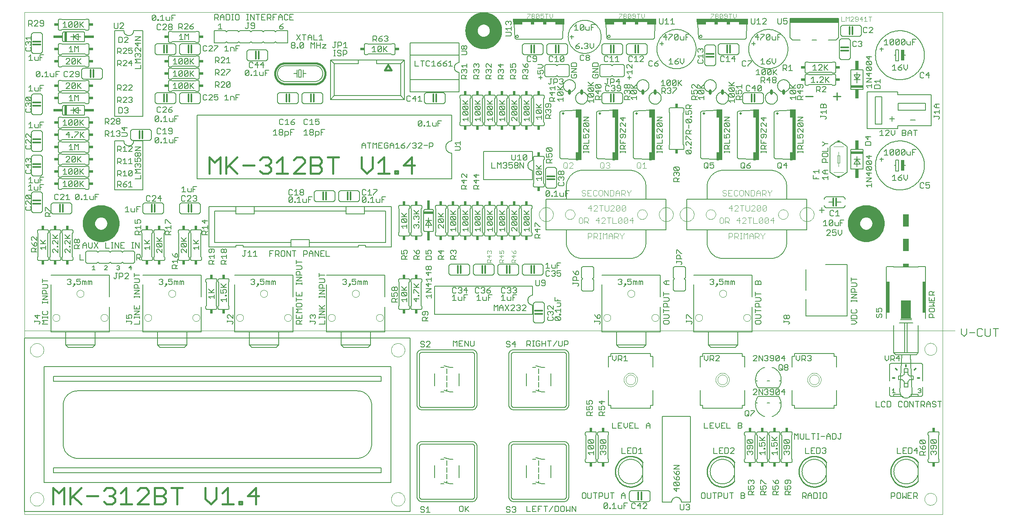
<source format=gto>
G75*
%MOIN*%
%OFA0B0*%
%FSLAX24Y24*%
%IPPOS*%
%LPD*%
%AMOC8*
5,1,8,0,0,1.08239X$1,22.5*
%
%ADD10C,0.0000*%
%ADD11C,0.0060*%
%ADD12C,0.0150*%
%ADD13C,0.0100*%
%ADD14C,0.0050*%
%ADD15C,0.1000*%
%ADD16C,0.0040*%
%ADD17C,0.0120*%
%ADD18R,0.0250X0.0900*%
%ADD19R,0.1000X0.0200*%
%ADD20R,0.0300X0.0750*%
%ADD21R,0.0200X0.0800*%
%ADD22R,0.0750X0.0200*%
%ADD23C,0.0080*%
%ADD24C,0.0200*%
%ADD25R,0.0276X0.4173*%
%ADD26R,0.0236X0.0669*%
%ADD27R,0.0240X0.0340*%
%ADD28R,0.0340X0.0240*%
%ADD29R,0.0500X0.0300*%
%ADD30R,0.0500X0.1000*%
%ADD31R,0.0250X0.2550*%
%ADD32R,0.0800X0.1500*%
%ADD33R,0.4200X0.0300*%
%ADD34R,0.0300X0.0200*%
%ADD35C,0.0160*%
%ADD36C,0.0020*%
%ADD37R,0.0240X0.0140*%
%ADD38R,0.4000X0.0375*%
%ADD39R,0.0800X0.0200*%
%ADD40R,0.0200X0.0750*%
%ADD41C,0.0240*%
D10*
X000500Y000250D02*
X000500Y015250D01*
X076500Y015250D01*
X074008Y013750D02*
X074010Y013794D01*
X074016Y013838D01*
X074026Y013881D01*
X074039Y013923D01*
X074057Y013963D01*
X074078Y014002D01*
X074102Y014039D01*
X074129Y014074D01*
X074160Y014106D01*
X074193Y014135D01*
X074229Y014161D01*
X074267Y014183D01*
X074307Y014202D01*
X074348Y014218D01*
X074391Y014230D01*
X074434Y014238D01*
X074478Y014242D01*
X074522Y014242D01*
X074566Y014238D01*
X074609Y014230D01*
X074652Y014218D01*
X074693Y014202D01*
X074733Y014183D01*
X074771Y014161D01*
X074807Y014135D01*
X074840Y014106D01*
X074871Y014074D01*
X074898Y014039D01*
X074922Y014002D01*
X074943Y013963D01*
X074961Y013923D01*
X074974Y013881D01*
X074984Y013838D01*
X074990Y013794D01*
X074992Y013750D01*
X074990Y013706D01*
X074984Y013662D01*
X074974Y013619D01*
X074961Y013577D01*
X074943Y013537D01*
X074922Y013498D01*
X074898Y013461D01*
X074871Y013426D01*
X074840Y013394D01*
X074807Y013365D01*
X074771Y013339D01*
X074733Y013317D01*
X074693Y013298D01*
X074652Y013282D01*
X074609Y013270D01*
X074566Y013262D01*
X074522Y013258D01*
X074478Y013258D01*
X074434Y013262D01*
X074391Y013270D01*
X074348Y013282D01*
X074307Y013298D01*
X074267Y013317D01*
X074229Y013339D01*
X074193Y013365D01*
X074160Y013394D01*
X074129Y013426D01*
X074102Y013461D01*
X074078Y013498D01*
X074057Y013537D01*
X074039Y013577D01*
X074026Y013619D01*
X074016Y013662D01*
X074010Y013706D01*
X074008Y013750D01*
X059213Y016313D02*
X059215Y016347D01*
X059221Y016381D01*
X059231Y016414D01*
X059244Y016445D01*
X059262Y016475D01*
X059282Y016503D01*
X059306Y016528D01*
X059332Y016550D01*
X059360Y016568D01*
X059391Y016584D01*
X059423Y016596D01*
X059457Y016604D01*
X059491Y016608D01*
X059525Y016608D01*
X059559Y016604D01*
X059593Y016596D01*
X059625Y016584D01*
X059655Y016568D01*
X059684Y016550D01*
X059710Y016528D01*
X059734Y016503D01*
X059754Y016475D01*
X059772Y016445D01*
X059785Y016414D01*
X059795Y016381D01*
X059801Y016347D01*
X059803Y016313D01*
X059801Y016279D01*
X059795Y016245D01*
X059785Y016212D01*
X059772Y016181D01*
X059754Y016151D01*
X059734Y016123D01*
X059710Y016098D01*
X059684Y016076D01*
X059656Y016058D01*
X059625Y016042D01*
X059593Y016030D01*
X059559Y016022D01*
X059525Y016018D01*
X059491Y016018D01*
X059457Y016022D01*
X059423Y016030D01*
X059391Y016042D01*
X059360Y016058D01*
X059332Y016076D01*
X059306Y016098D01*
X059282Y016123D01*
X059262Y016151D01*
X059244Y016181D01*
X059231Y016212D01*
X059221Y016245D01*
X059215Y016279D01*
X059213Y016313D01*
X055276Y016313D02*
X055278Y016347D01*
X055284Y016381D01*
X055294Y016414D01*
X055307Y016445D01*
X055325Y016475D01*
X055345Y016503D01*
X055369Y016528D01*
X055395Y016550D01*
X055423Y016568D01*
X055454Y016584D01*
X055486Y016596D01*
X055520Y016604D01*
X055554Y016608D01*
X055588Y016608D01*
X055622Y016604D01*
X055656Y016596D01*
X055688Y016584D01*
X055718Y016568D01*
X055747Y016550D01*
X055773Y016528D01*
X055797Y016503D01*
X055817Y016475D01*
X055835Y016445D01*
X055848Y016414D01*
X055858Y016381D01*
X055864Y016347D01*
X055866Y016313D01*
X055864Y016279D01*
X055858Y016245D01*
X055848Y016212D01*
X055835Y016181D01*
X055817Y016151D01*
X055797Y016123D01*
X055773Y016098D01*
X055747Y016076D01*
X055719Y016058D01*
X055688Y016042D01*
X055656Y016030D01*
X055622Y016022D01*
X055588Y016018D01*
X055554Y016018D01*
X055520Y016022D01*
X055486Y016030D01*
X055454Y016042D01*
X055423Y016058D01*
X055395Y016076D01*
X055369Y016098D01*
X055345Y016123D01*
X055325Y016151D01*
X055307Y016181D01*
X055294Y016212D01*
X055284Y016245D01*
X055278Y016279D01*
X055276Y016313D01*
X051713Y016313D02*
X051715Y016347D01*
X051721Y016381D01*
X051731Y016414D01*
X051744Y016445D01*
X051762Y016475D01*
X051782Y016503D01*
X051806Y016528D01*
X051832Y016550D01*
X051860Y016568D01*
X051891Y016584D01*
X051923Y016596D01*
X051957Y016604D01*
X051991Y016608D01*
X052025Y016608D01*
X052059Y016604D01*
X052093Y016596D01*
X052125Y016584D01*
X052155Y016568D01*
X052184Y016550D01*
X052210Y016528D01*
X052234Y016503D01*
X052254Y016475D01*
X052272Y016445D01*
X052285Y016414D01*
X052295Y016381D01*
X052301Y016347D01*
X052303Y016313D01*
X052301Y016279D01*
X052295Y016245D01*
X052285Y016212D01*
X052272Y016181D01*
X052254Y016151D01*
X052234Y016123D01*
X052210Y016098D01*
X052184Y016076D01*
X052156Y016058D01*
X052125Y016042D01*
X052093Y016030D01*
X052059Y016022D01*
X052025Y016018D01*
X051991Y016018D01*
X051957Y016022D01*
X051923Y016030D01*
X051891Y016042D01*
X051860Y016058D01*
X051832Y016076D01*
X051806Y016098D01*
X051782Y016123D01*
X051762Y016151D01*
X051744Y016181D01*
X051731Y016212D01*
X051721Y016245D01*
X051715Y016279D01*
X051713Y016313D01*
X049744Y018281D02*
X049746Y018315D01*
X049752Y018349D01*
X049762Y018382D01*
X049775Y018413D01*
X049793Y018443D01*
X049813Y018471D01*
X049837Y018496D01*
X049863Y018518D01*
X049891Y018536D01*
X049922Y018552D01*
X049954Y018564D01*
X049988Y018572D01*
X050022Y018576D01*
X050056Y018576D01*
X050090Y018572D01*
X050124Y018564D01*
X050156Y018552D01*
X050186Y018536D01*
X050215Y018518D01*
X050241Y018496D01*
X050265Y018471D01*
X050285Y018443D01*
X050303Y018413D01*
X050316Y018382D01*
X050326Y018349D01*
X050332Y018315D01*
X050334Y018281D01*
X050332Y018247D01*
X050326Y018213D01*
X050316Y018180D01*
X050303Y018149D01*
X050285Y018119D01*
X050265Y018091D01*
X050241Y018066D01*
X050215Y018044D01*
X050187Y018026D01*
X050156Y018010D01*
X050124Y017998D01*
X050090Y017990D01*
X050056Y017986D01*
X050022Y017986D01*
X049988Y017990D01*
X049954Y017998D01*
X049922Y018010D01*
X049891Y018026D01*
X049863Y018044D01*
X049837Y018066D01*
X049813Y018091D01*
X049793Y018119D01*
X049775Y018149D01*
X049762Y018180D01*
X049752Y018213D01*
X049746Y018247D01*
X049744Y018281D01*
X047776Y016313D02*
X047778Y016347D01*
X047784Y016381D01*
X047794Y016414D01*
X047807Y016445D01*
X047825Y016475D01*
X047845Y016503D01*
X047869Y016528D01*
X047895Y016550D01*
X047923Y016568D01*
X047954Y016584D01*
X047986Y016596D01*
X048020Y016604D01*
X048054Y016608D01*
X048088Y016608D01*
X048122Y016604D01*
X048156Y016596D01*
X048188Y016584D01*
X048218Y016568D01*
X048247Y016550D01*
X048273Y016528D01*
X048297Y016503D01*
X048317Y016475D01*
X048335Y016445D01*
X048348Y016414D01*
X048358Y016381D01*
X048364Y016347D01*
X048366Y016313D01*
X048364Y016279D01*
X048358Y016245D01*
X048348Y016212D01*
X048335Y016181D01*
X048317Y016151D01*
X048297Y016123D01*
X048273Y016098D01*
X048247Y016076D01*
X048219Y016058D01*
X048188Y016042D01*
X048156Y016030D01*
X048122Y016022D01*
X048088Y016018D01*
X048054Y016018D01*
X048020Y016022D01*
X047986Y016030D01*
X047954Y016042D01*
X047923Y016058D01*
X047895Y016076D01*
X047869Y016098D01*
X047845Y016123D01*
X047825Y016151D01*
X047807Y016181D01*
X047794Y016212D01*
X047784Y016245D01*
X047778Y016279D01*
X047776Y016313D01*
X057244Y018281D02*
X057246Y018315D01*
X057252Y018349D01*
X057262Y018382D01*
X057275Y018413D01*
X057293Y018443D01*
X057313Y018471D01*
X057337Y018496D01*
X057363Y018518D01*
X057391Y018536D01*
X057422Y018552D01*
X057454Y018564D01*
X057488Y018572D01*
X057522Y018576D01*
X057556Y018576D01*
X057590Y018572D01*
X057624Y018564D01*
X057656Y018552D01*
X057686Y018536D01*
X057715Y018518D01*
X057741Y018496D01*
X057765Y018471D01*
X057785Y018443D01*
X057803Y018413D01*
X057816Y018382D01*
X057826Y018349D01*
X057832Y018315D01*
X057834Y018281D01*
X057832Y018247D01*
X057826Y018213D01*
X057816Y018180D01*
X057803Y018149D01*
X057785Y018119D01*
X057765Y018091D01*
X057741Y018066D01*
X057715Y018044D01*
X057687Y018026D01*
X057656Y018010D01*
X057624Y017998D01*
X057590Y017990D01*
X057556Y017986D01*
X057522Y017986D01*
X057488Y017990D01*
X057454Y017998D01*
X057422Y018010D01*
X057391Y018026D01*
X057363Y018044D01*
X057337Y018066D01*
X057313Y018091D01*
X057293Y018119D01*
X057275Y018149D01*
X057262Y018180D01*
X057252Y018213D01*
X057246Y018247D01*
X057244Y018281D01*
X056151Y024750D02*
X056153Y024789D01*
X056159Y024828D01*
X056169Y024866D01*
X056182Y024903D01*
X056199Y024938D01*
X056219Y024972D01*
X056243Y025003D01*
X056270Y025032D01*
X056299Y025058D01*
X056331Y025081D01*
X056365Y025101D01*
X056401Y025117D01*
X056438Y025129D01*
X056477Y025138D01*
X056516Y025143D01*
X056555Y025144D01*
X056594Y025141D01*
X056633Y025134D01*
X056670Y025123D01*
X056707Y025109D01*
X056742Y025091D01*
X056775Y025070D01*
X056806Y025045D01*
X056834Y025018D01*
X056859Y024988D01*
X056881Y024955D01*
X056900Y024921D01*
X056915Y024885D01*
X056927Y024847D01*
X056935Y024809D01*
X056939Y024770D01*
X056939Y024730D01*
X056935Y024691D01*
X056927Y024653D01*
X056915Y024615D01*
X056900Y024579D01*
X056881Y024545D01*
X056859Y024512D01*
X056834Y024482D01*
X056806Y024455D01*
X056775Y024430D01*
X056742Y024409D01*
X056707Y024391D01*
X056670Y024377D01*
X056633Y024366D01*
X056594Y024359D01*
X056555Y024356D01*
X056516Y024357D01*
X056477Y024362D01*
X056438Y024371D01*
X056401Y024383D01*
X056365Y024399D01*
X056331Y024419D01*
X056299Y024442D01*
X056270Y024468D01*
X056243Y024497D01*
X056219Y024528D01*
X056199Y024562D01*
X056182Y024597D01*
X056169Y024634D01*
X056159Y024672D01*
X056153Y024711D01*
X056151Y024750D01*
X054025Y024750D02*
X054027Y024797D01*
X054033Y024845D01*
X054043Y024891D01*
X054056Y024937D01*
X054073Y024981D01*
X054094Y025024D01*
X054119Y025064D01*
X054146Y025103D01*
X054177Y025139D01*
X054211Y025173D01*
X054247Y025204D01*
X054286Y025231D01*
X054326Y025256D01*
X054369Y025277D01*
X054413Y025294D01*
X054459Y025307D01*
X054505Y025317D01*
X054553Y025323D01*
X054600Y025325D01*
X054647Y025323D01*
X054695Y025317D01*
X054741Y025307D01*
X054787Y025294D01*
X054831Y025277D01*
X054874Y025256D01*
X054914Y025231D01*
X054953Y025204D01*
X054989Y025173D01*
X055023Y025139D01*
X055054Y025103D01*
X055081Y025064D01*
X055106Y025024D01*
X055127Y024981D01*
X055144Y024937D01*
X055157Y024891D01*
X055167Y024845D01*
X055173Y024797D01*
X055175Y024750D01*
X055173Y024703D01*
X055167Y024655D01*
X055157Y024609D01*
X055144Y024563D01*
X055127Y024519D01*
X055106Y024476D01*
X055081Y024436D01*
X055054Y024397D01*
X055023Y024361D01*
X054989Y024327D01*
X054953Y024296D01*
X054914Y024269D01*
X054874Y024244D01*
X054831Y024223D01*
X054787Y024206D01*
X054741Y024193D01*
X054695Y024183D01*
X054647Y024177D01*
X054600Y024175D01*
X054553Y024177D01*
X054505Y024183D01*
X054459Y024193D01*
X054413Y024206D01*
X054369Y024223D01*
X054326Y024244D01*
X054286Y024269D01*
X054247Y024296D01*
X054211Y024327D01*
X054177Y024361D01*
X054146Y024397D01*
X054119Y024436D01*
X054094Y024476D01*
X054073Y024519D01*
X054056Y024563D01*
X054043Y024609D01*
X054033Y024655D01*
X054027Y024703D01*
X054025Y024750D01*
X052325Y024750D02*
X052327Y024797D01*
X052333Y024845D01*
X052343Y024891D01*
X052356Y024937D01*
X052373Y024981D01*
X052394Y025024D01*
X052419Y025064D01*
X052446Y025103D01*
X052477Y025139D01*
X052511Y025173D01*
X052547Y025204D01*
X052586Y025231D01*
X052626Y025256D01*
X052669Y025277D01*
X052713Y025294D01*
X052759Y025307D01*
X052805Y025317D01*
X052853Y025323D01*
X052900Y025325D01*
X052947Y025323D01*
X052995Y025317D01*
X053041Y025307D01*
X053087Y025294D01*
X053131Y025277D01*
X053174Y025256D01*
X053214Y025231D01*
X053253Y025204D01*
X053289Y025173D01*
X053323Y025139D01*
X053354Y025103D01*
X053381Y025064D01*
X053406Y025024D01*
X053427Y024981D01*
X053444Y024937D01*
X053457Y024891D01*
X053467Y024845D01*
X053473Y024797D01*
X053475Y024750D01*
X053473Y024703D01*
X053467Y024655D01*
X053457Y024609D01*
X053444Y024563D01*
X053427Y024519D01*
X053406Y024476D01*
X053381Y024436D01*
X053354Y024397D01*
X053323Y024361D01*
X053289Y024327D01*
X053253Y024296D01*
X053214Y024269D01*
X053174Y024244D01*
X053131Y024223D01*
X053087Y024206D01*
X053041Y024193D01*
X052995Y024183D01*
X052947Y024177D01*
X052900Y024175D01*
X052853Y024177D01*
X052805Y024183D01*
X052759Y024193D01*
X052713Y024206D01*
X052669Y024223D01*
X052626Y024244D01*
X052586Y024269D01*
X052547Y024296D01*
X052511Y024327D01*
X052477Y024361D01*
X052446Y024397D01*
X052419Y024436D01*
X052394Y024476D01*
X052373Y024519D01*
X052356Y024563D01*
X052343Y024609D01*
X052333Y024655D01*
X052327Y024703D01*
X052325Y024750D01*
X050551Y024750D02*
X050553Y024789D01*
X050559Y024828D01*
X050569Y024866D01*
X050582Y024903D01*
X050599Y024938D01*
X050619Y024972D01*
X050643Y025003D01*
X050670Y025032D01*
X050699Y025058D01*
X050731Y025081D01*
X050765Y025101D01*
X050801Y025117D01*
X050838Y025129D01*
X050877Y025138D01*
X050916Y025143D01*
X050955Y025144D01*
X050994Y025141D01*
X051033Y025134D01*
X051070Y025123D01*
X051107Y025109D01*
X051142Y025091D01*
X051175Y025070D01*
X051206Y025045D01*
X051234Y025018D01*
X051259Y024988D01*
X051281Y024955D01*
X051300Y024921D01*
X051315Y024885D01*
X051327Y024847D01*
X051335Y024809D01*
X051339Y024770D01*
X051339Y024730D01*
X051335Y024691D01*
X051327Y024653D01*
X051315Y024615D01*
X051300Y024579D01*
X051281Y024545D01*
X051259Y024512D01*
X051234Y024482D01*
X051206Y024455D01*
X051175Y024430D01*
X051142Y024409D01*
X051107Y024391D01*
X051070Y024377D01*
X051033Y024366D01*
X050994Y024359D01*
X050955Y024356D01*
X050916Y024357D01*
X050877Y024362D01*
X050838Y024371D01*
X050801Y024383D01*
X050765Y024399D01*
X050731Y024419D01*
X050699Y024442D01*
X050670Y024468D01*
X050643Y024497D01*
X050619Y024528D01*
X050599Y024562D01*
X050582Y024597D01*
X050569Y024634D01*
X050559Y024672D01*
X050553Y024711D01*
X050551Y024750D01*
X044651Y024750D02*
X044653Y024789D01*
X044659Y024828D01*
X044669Y024866D01*
X044682Y024903D01*
X044699Y024938D01*
X044719Y024972D01*
X044743Y025003D01*
X044770Y025032D01*
X044799Y025058D01*
X044831Y025081D01*
X044865Y025101D01*
X044901Y025117D01*
X044938Y025129D01*
X044977Y025138D01*
X045016Y025143D01*
X045055Y025144D01*
X045094Y025141D01*
X045133Y025134D01*
X045170Y025123D01*
X045207Y025109D01*
X045242Y025091D01*
X045275Y025070D01*
X045306Y025045D01*
X045334Y025018D01*
X045359Y024988D01*
X045381Y024955D01*
X045400Y024921D01*
X045415Y024885D01*
X045427Y024847D01*
X045435Y024809D01*
X045439Y024770D01*
X045439Y024730D01*
X045435Y024691D01*
X045427Y024653D01*
X045415Y024615D01*
X045400Y024579D01*
X045381Y024545D01*
X045359Y024512D01*
X045334Y024482D01*
X045306Y024455D01*
X045275Y024430D01*
X045242Y024409D01*
X045207Y024391D01*
X045170Y024377D01*
X045133Y024366D01*
X045094Y024359D01*
X045055Y024356D01*
X045016Y024357D01*
X044977Y024362D01*
X044938Y024371D01*
X044901Y024383D01*
X044865Y024399D01*
X044831Y024419D01*
X044799Y024442D01*
X044770Y024468D01*
X044743Y024497D01*
X044719Y024528D01*
X044699Y024562D01*
X044682Y024597D01*
X044669Y024634D01*
X044659Y024672D01*
X044653Y024711D01*
X044651Y024750D01*
X042525Y024750D02*
X042527Y024797D01*
X042533Y024845D01*
X042543Y024891D01*
X042556Y024937D01*
X042573Y024981D01*
X042594Y025024D01*
X042619Y025064D01*
X042646Y025103D01*
X042677Y025139D01*
X042711Y025173D01*
X042747Y025204D01*
X042786Y025231D01*
X042826Y025256D01*
X042869Y025277D01*
X042913Y025294D01*
X042959Y025307D01*
X043005Y025317D01*
X043053Y025323D01*
X043100Y025325D01*
X043147Y025323D01*
X043195Y025317D01*
X043241Y025307D01*
X043287Y025294D01*
X043331Y025277D01*
X043374Y025256D01*
X043414Y025231D01*
X043453Y025204D01*
X043489Y025173D01*
X043523Y025139D01*
X043554Y025103D01*
X043581Y025064D01*
X043606Y025024D01*
X043627Y024981D01*
X043644Y024937D01*
X043657Y024891D01*
X043667Y024845D01*
X043673Y024797D01*
X043675Y024750D01*
X043673Y024703D01*
X043667Y024655D01*
X043657Y024609D01*
X043644Y024563D01*
X043627Y024519D01*
X043606Y024476D01*
X043581Y024436D01*
X043554Y024397D01*
X043523Y024361D01*
X043489Y024327D01*
X043453Y024296D01*
X043414Y024269D01*
X043374Y024244D01*
X043331Y024223D01*
X043287Y024206D01*
X043241Y024193D01*
X043195Y024183D01*
X043147Y024177D01*
X043100Y024175D01*
X043053Y024177D01*
X043005Y024183D01*
X042959Y024193D01*
X042913Y024206D01*
X042869Y024223D01*
X042826Y024244D01*
X042786Y024269D01*
X042747Y024296D01*
X042711Y024327D01*
X042677Y024361D01*
X042646Y024397D01*
X042619Y024436D01*
X042594Y024476D01*
X042573Y024519D01*
X042556Y024563D01*
X042543Y024609D01*
X042533Y024655D01*
X042527Y024703D01*
X042525Y024750D01*
X027244Y018281D02*
X027246Y018315D01*
X027252Y018349D01*
X027262Y018382D01*
X027275Y018413D01*
X027293Y018443D01*
X027313Y018471D01*
X027337Y018496D01*
X027363Y018518D01*
X027391Y018536D01*
X027422Y018552D01*
X027454Y018564D01*
X027488Y018572D01*
X027522Y018576D01*
X027556Y018576D01*
X027590Y018572D01*
X027624Y018564D01*
X027656Y018552D01*
X027686Y018536D01*
X027715Y018518D01*
X027741Y018496D01*
X027765Y018471D01*
X027785Y018443D01*
X027803Y018413D01*
X027816Y018382D01*
X027826Y018349D01*
X027832Y018315D01*
X027834Y018281D01*
X027832Y018247D01*
X027826Y018213D01*
X027816Y018180D01*
X027803Y018149D01*
X027785Y018119D01*
X027765Y018091D01*
X027741Y018066D01*
X027715Y018044D01*
X027687Y018026D01*
X027656Y018010D01*
X027624Y017998D01*
X027590Y017990D01*
X027556Y017986D01*
X027522Y017986D01*
X027488Y017990D01*
X027454Y017998D01*
X027422Y018010D01*
X027391Y018026D01*
X027363Y018044D01*
X027337Y018066D01*
X027313Y018091D01*
X027293Y018119D01*
X027275Y018149D01*
X027262Y018180D01*
X027252Y018213D01*
X027246Y018247D01*
X027244Y018281D01*
X025276Y016313D02*
X025278Y016347D01*
X025284Y016381D01*
X025294Y016414D01*
X025307Y016445D01*
X025325Y016475D01*
X025345Y016503D01*
X025369Y016528D01*
X025395Y016550D01*
X025423Y016568D01*
X025454Y016584D01*
X025486Y016596D01*
X025520Y016604D01*
X025554Y016608D01*
X025588Y016608D01*
X025622Y016604D01*
X025656Y016596D01*
X025688Y016584D01*
X025718Y016568D01*
X025747Y016550D01*
X025773Y016528D01*
X025797Y016503D01*
X025817Y016475D01*
X025835Y016445D01*
X025848Y016414D01*
X025858Y016381D01*
X025864Y016347D01*
X025866Y016313D01*
X025864Y016279D01*
X025858Y016245D01*
X025848Y016212D01*
X025835Y016181D01*
X025817Y016151D01*
X025797Y016123D01*
X025773Y016098D01*
X025747Y016076D01*
X025719Y016058D01*
X025688Y016042D01*
X025656Y016030D01*
X025622Y016022D01*
X025588Y016018D01*
X025554Y016018D01*
X025520Y016022D01*
X025486Y016030D01*
X025454Y016042D01*
X025423Y016058D01*
X025395Y016076D01*
X025369Y016098D01*
X025345Y016123D01*
X025325Y016151D01*
X025307Y016181D01*
X025294Y016212D01*
X025284Y016245D01*
X025278Y016279D01*
X025276Y016313D01*
X021713Y016313D02*
X021715Y016347D01*
X021721Y016381D01*
X021731Y016414D01*
X021744Y016445D01*
X021762Y016475D01*
X021782Y016503D01*
X021806Y016528D01*
X021832Y016550D01*
X021860Y016568D01*
X021891Y016584D01*
X021923Y016596D01*
X021957Y016604D01*
X021991Y016608D01*
X022025Y016608D01*
X022059Y016604D01*
X022093Y016596D01*
X022125Y016584D01*
X022155Y016568D01*
X022184Y016550D01*
X022210Y016528D01*
X022234Y016503D01*
X022254Y016475D01*
X022272Y016445D01*
X022285Y016414D01*
X022295Y016381D01*
X022301Y016347D01*
X022303Y016313D01*
X022301Y016279D01*
X022295Y016245D01*
X022285Y016212D01*
X022272Y016181D01*
X022254Y016151D01*
X022234Y016123D01*
X022210Y016098D01*
X022184Y016076D01*
X022156Y016058D01*
X022125Y016042D01*
X022093Y016030D01*
X022059Y016022D01*
X022025Y016018D01*
X021991Y016018D01*
X021957Y016022D01*
X021923Y016030D01*
X021891Y016042D01*
X021860Y016058D01*
X021832Y016076D01*
X021806Y016098D01*
X021782Y016123D01*
X021762Y016151D01*
X021744Y016181D01*
X021731Y016212D01*
X021721Y016245D01*
X021715Y016279D01*
X021713Y016313D01*
X019744Y018281D02*
X019746Y018315D01*
X019752Y018349D01*
X019762Y018382D01*
X019775Y018413D01*
X019793Y018443D01*
X019813Y018471D01*
X019837Y018496D01*
X019863Y018518D01*
X019891Y018536D01*
X019922Y018552D01*
X019954Y018564D01*
X019988Y018572D01*
X020022Y018576D01*
X020056Y018576D01*
X020090Y018572D01*
X020124Y018564D01*
X020156Y018552D01*
X020186Y018536D01*
X020215Y018518D01*
X020241Y018496D01*
X020265Y018471D01*
X020285Y018443D01*
X020303Y018413D01*
X020316Y018382D01*
X020326Y018349D01*
X020332Y018315D01*
X020334Y018281D01*
X020332Y018247D01*
X020326Y018213D01*
X020316Y018180D01*
X020303Y018149D01*
X020285Y018119D01*
X020265Y018091D01*
X020241Y018066D01*
X020215Y018044D01*
X020187Y018026D01*
X020156Y018010D01*
X020124Y017998D01*
X020090Y017990D01*
X020056Y017986D01*
X020022Y017986D01*
X019988Y017990D01*
X019954Y017998D01*
X019922Y018010D01*
X019891Y018026D01*
X019863Y018044D01*
X019837Y018066D01*
X019813Y018091D01*
X019793Y018119D01*
X019775Y018149D01*
X019762Y018180D01*
X019752Y018213D01*
X019746Y018247D01*
X019744Y018281D01*
X017776Y016313D02*
X017778Y016347D01*
X017784Y016381D01*
X017794Y016414D01*
X017807Y016445D01*
X017825Y016475D01*
X017845Y016503D01*
X017869Y016528D01*
X017895Y016550D01*
X017923Y016568D01*
X017954Y016584D01*
X017986Y016596D01*
X018020Y016604D01*
X018054Y016608D01*
X018088Y016608D01*
X018122Y016604D01*
X018156Y016596D01*
X018188Y016584D01*
X018218Y016568D01*
X018247Y016550D01*
X018273Y016528D01*
X018297Y016503D01*
X018317Y016475D01*
X018335Y016445D01*
X018348Y016414D01*
X018358Y016381D01*
X018364Y016347D01*
X018366Y016313D01*
X018364Y016279D01*
X018358Y016245D01*
X018348Y016212D01*
X018335Y016181D01*
X018317Y016151D01*
X018297Y016123D01*
X018273Y016098D01*
X018247Y016076D01*
X018219Y016058D01*
X018188Y016042D01*
X018156Y016030D01*
X018122Y016022D01*
X018088Y016018D01*
X018054Y016018D01*
X018020Y016022D01*
X017986Y016030D01*
X017954Y016042D01*
X017923Y016058D01*
X017895Y016076D01*
X017869Y016098D01*
X017845Y016123D01*
X017825Y016151D01*
X017807Y016181D01*
X017794Y016212D01*
X017784Y016245D01*
X017778Y016279D01*
X017776Y016313D01*
X014213Y016313D02*
X014215Y016347D01*
X014221Y016381D01*
X014231Y016414D01*
X014244Y016445D01*
X014262Y016475D01*
X014282Y016503D01*
X014306Y016528D01*
X014332Y016550D01*
X014360Y016568D01*
X014391Y016584D01*
X014423Y016596D01*
X014457Y016604D01*
X014491Y016608D01*
X014525Y016608D01*
X014559Y016604D01*
X014593Y016596D01*
X014625Y016584D01*
X014655Y016568D01*
X014684Y016550D01*
X014710Y016528D01*
X014734Y016503D01*
X014754Y016475D01*
X014772Y016445D01*
X014785Y016414D01*
X014795Y016381D01*
X014801Y016347D01*
X014803Y016313D01*
X014801Y016279D01*
X014795Y016245D01*
X014785Y016212D01*
X014772Y016181D01*
X014754Y016151D01*
X014734Y016123D01*
X014710Y016098D01*
X014684Y016076D01*
X014656Y016058D01*
X014625Y016042D01*
X014593Y016030D01*
X014559Y016022D01*
X014525Y016018D01*
X014491Y016018D01*
X014457Y016022D01*
X014423Y016030D01*
X014391Y016042D01*
X014360Y016058D01*
X014332Y016076D01*
X014306Y016098D01*
X014282Y016123D01*
X014262Y016151D01*
X014244Y016181D01*
X014231Y016212D01*
X014221Y016245D01*
X014215Y016279D01*
X014213Y016313D01*
X010276Y016313D02*
X010278Y016347D01*
X010284Y016381D01*
X010294Y016414D01*
X010307Y016445D01*
X010325Y016475D01*
X010345Y016503D01*
X010369Y016528D01*
X010395Y016550D01*
X010423Y016568D01*
X010454Y016584D01*
X010486Y016596D01*
X010520Y016604D01*
X010554Y016608D01*
X010588Y016608D01*
X010622Y016604D01*
X010656Y016596D01*
X010688Y016584D01*
X010718Y016568D01*
X010747Y016550D01*
X010773Y016528D01*
X010797Y016503D01*
X010817Y016475D01*
X010835Y016445D01*
X010848Y016414D01*
X010858Y016381D01*
X010864Y016347D01*
X010866Y016313D01*
X010864Y016279D01*
X010858Y016245D01*
X010848Y016212D01*
X010835Y016181D01*
X010817Y016151D01*
X010797Y016123D01*
X010773Y016098D01*
X010747Y016076D01*
X010719Y016058D01*
X010688Y016042D01*
X010656Y016030D01*
X010622Y016022D01*
X010588Y016018D01*
X010554Y016018D01*
X010520Y016022D01*
X010486Y016030D01*
X010454Y016042D01*
X010423Y016058D01*
X010395Y016076D01*
X010369Y016098D01*
X010345Y016123D01*
X010325Y016151D01*
X010307Y016181D01*
X010294Y016212D01*
X010284Y016245D01*
X010278Y016279D01*
X010276Y016313D01*
X006713Y016313D02*
X006715Y016347D01*
X006721Y016381D01*
X006731Y016414D01*
X006744Y016445D01*
X006762Y016475D01*
X006782Y016503D01*
X006806Y016528D01*
X006832Y016550D01*
X006860Y016568D01*
X006891Y016584D01*
X006923Y016596D01*
X006957Y016604D01*
X006991Y016608D01*
X007025Y016608D01*
X007059Y016604D01*
X007093Y016596D01*
X007125Y016584D01*
X007155Y016568D01*
X007184Y016550D01*
X007210Y016528D01*
X007234Y016503D01*
X007254Y016475D01*
X007272Y016445D01*
X007285Y016414D01*
X007295Y016381D01*
X007301Y016347D01*
X007303Y016313D01*
X007301Y016279D01*
X007295Y016245D01*
X007285Y016212D01*
X007272Y016181D01*
X007254Y016151D01*
X007234Y016123D01*
X007210Y016098D01*
X007184Y016076D01*
X007156Y016058D01*
X007125Y016042D01*
X007093Y016030D01*
X007059Y016022D01*
X007025Y016018D01*
X006991Y016018D01*
X006957Y016022D01*
X006923Y016030D01*
X006891Y016042D01*
X006860Y016058D01*
X006832Y016076D01*
X006806Y016098D01*
X006782Y016123D01*
X006762Y016151D01*
X006744Y016181D01*
X006731Y016212D01*
X006721Y016245D01*
X006715Y016279D01*
X006713Y016313D01*
X004744Y018281D02*
X004746Y018315D01*
X004752Y018349D01*
X004762Y018382D01*
X004775Y018413D01*
X004793Y018443D01*
X004813Y018471D01*
X004837Y018496D01*
X004863Y018518D01*
X004891Y018536D01*
X004922Y018552D01*
X004954Y018564D01*
X004988Y018572D01*
X005022Y018576D01*
X005056Y018576D01*
X005090Y018572D01*
X005124Y018564D01*
X005156Y018552D01*
X005186Y018536D01*
X005215Y018518D01*
X005241Y018496D01*
X005265Y018471D01*
X005285Y018443D01*
X005303Y018413D01*
X005316Y018382D01*
X005326Y018349D01*
X005332Y018315D01*
X005334Y018281D01*
X005332Y018247D01*
X005326Y018213D01*
X005316Y018180D01*
X005303Y018149D01*
X005285Y018119D01*
X005265Y018091D01*
X005241Y018066D01*
X005215Y018044D01*
X005187Y018026D01*
X005156Y018010D01*
X005124Y017998D01*
X005090Y017990D01*
X005056Y017986D01*
X005022Y017986D01*
X004988Y017990D01*
X004954Y017998D01*
X004922Y018010D01*
X004891Y018026D01*
X004863Y018044D01*
X004837Y018066D01*
X004813Y018091D01*
X004793Y018119D01*
X004775Y018149D01*
X004762Y018180D01*
X004752Y018213D01*
X004746Y018247D01*
X004744Y018281D01*
X002776Y016313D02*
X002778Y016347D01*
X002784Y016381D01*
X002794Y016414D01*
X002807Y016445D01*
X002825Y016475D01*
X002845Y016503D01*
X002869Y016528D01*
X002895Y016550D01*
X002923Y016568D01*
X002954Y016584D01*
X002986Y016596D01*
X003020Y016604D01*
X003054Y016608D01*
X003088Y016608D01*
X003122Y016604D01*
X003156Y016596D01*
X003188Y016584D01*
X003218Y016568D01*
X003247Y016550D01*
X003273Y016528D01*
X003297Y016503D01*
X003317Y016475D01*
X003335Y016445D01*
X003348Y016414D01*
X003358Y016381D01*
X003364Y016347D01*
X003366Y016313D01*
X003364Y016279D01*
X003358Y016245D01*
X003348Y016212D01*
X003335Y016181D01*
X003317Y016151D01*
X003297Y016123D01*
X003273Y016098D01*
X003247Y016076D01*
X003219Y016058D01*
X003188Y016042D01*
X003156Y016030D01*
X003122Y016022D01*
X003088Y016018D01*
X003054Y016018D01*
X003020Y016022D01*
X002986Y016030D01*
X002954Y016042D01*
X002923Y016058D01*
X002895Y016076D01*
X002869Y016098D01*
X002845Y016123D01*
X002825Y016151D01*
X002807Y016181D01*
X002794Y016212D01*
X002784Y016245D01*
X002778Y016279D01*
X002776Y016313D01*
X000500Y015250D02*
X000500Y041250D01*
X075500Y041250D01*
X075492Y000250D01*
X000500Y000250D01*
X000949Y001500D02*
X000951Y001547D01*
X000957Y001593D01*
X000967Y001639D01*
X000980Y001684D01*
X000998Y001727D01*
X001019Y001769D01*
X001043Y001809D01*
X001071Y001846D01*
X001102Y001881D01*
X001136Y001914D01*
X001172Y001943D01*
X001211Y001969D01*
X001252Y001992D01*
X001295Y002011D01*
X001339Y002027D01*
X001384Y002039D01*
X001430Y002047D01*
X001477Y002051D01*
X001523Y002051D01*
X001570Y002047D01*
X001616Y002039D01*
X001661Y002027D01*
X001705Y002011D01*
X001748Y001992D01*
X001789Y001969D01*
X001828Y001943D01*
X001864Y001914D01*
X001898Y001881D01*
X001929Y001846D01*
X001957Y001809D01*
X001981Y001769D01*
X002002Y001727D01*
X002020Y001684D01*
X002033Y001639D01*
X002043Y001593D01*
X002049Y001547D01*
X002051Y001500D01*
X002049Y001453D01*
X002043Y001407D01*
X002033Y001361D01*
X002020Y001316D01*
X002002Y001273D01*
X001981Y001231D01*
X001957Y001191D01*
X001929Y001154D01*
X001898Y001119D01*
X001864Y001086D01*
X001828Y001057D01*
X001789Y001031D01*
X001748Y001008D01*
X001705Y000989D01*
X001661Y000973D01*
X001616Y000961D01*
X001570Y000953D01*
X001523Y000949D01*
X001477Y000949D01*
X001430Y000953D01*
X001384Y000961D01*
X001339Y000973D01*
X001295Y000989D01*
X001252Y001008D01*
X001211Y001031D01*
X001172Y001057D01*
X001136Y001086D01*
X001102Y001119D01*
X001071Y001154D01*
X001043Y001191D01*
X001019Y001231D01*
X000998Y001273D01*
X000980Y001316D01*
X000967Y001361D01*
X000957Y001407D01*
X000951Y001453D01*
X000949Y001500D01*
X000949Y013673D02*
X000951Y013720D01*
X000957Y013766D01*
X000967Y013812D01*
X000980Y013857D01*
X000998Y013900D01*
X001019Y013942D01*
X001043Y013982D01*
X001071Y014019D01*
X001102Y014054D01*
X001136Y014087D01*
X001172Y014116D01*
X001211Y014142D01*
X001252Y014165D01*
X001295Y014184D01*
X001339Y014200D01*
X001384Y014212D01*
X001430Y014220D01*
X001477Y014224D01*
X001523Y014224D01*
X001570Y014220D01*
X001616Y014212D01*
X001661Y014200D01*
X001705Y014184D01*
X001748Y014165D01*
X001789Y014142D01*
X001828Y014116D01*
X001864Y014087D01*
X001898Y014054D01*
X001929Y014019D01*
X001957Y013982D01*
X001981Y013942D01*
X002002Y013900D01*
X002020Y013857D01*
X002033Y013812D01*
X002043Y013766D01*
X002049Y013720D01*
X002051Y013673D01*
X002049Y013626D01*
X002043Y013580D01*
X002033Y013534D01*
X002020Y013489D01*
X002002Y013446D01*
X001981Y013404D01*
X001957Y013364D01*
X001929Y013327D01*
X001898Y013292D01*
X001864Y013259D01*
X001828Y013230D01*
X001789Y013204D01*
X001748Y013181D01*
X001705Y013162D01*
X001661Y013146D01*
X001616Y013134D01*
X001570Y013126D01*
X001523Y013122D01*
X001477Y013122D01*
X001430Y013126D01*
X001384Y013134D01*
X001339Y013146D01*
X001295Y013162D01*
X001252Y013181D01*
X001211Y013204D01*
X001172Y013230D01*
X001136Y013259D01*
X001102Y013292D01*
X001071Y013327D01*
X001043Y013364D01*
X001019Y013404D01*
X000998Y013446D01*
X000980Y013489D01*
X000967Y013534D01*
X000957Y013580D01*
X000951Y013626D01*
X000949Y013673D01*
X012244Y018281D02*
X012246Y018315D01*
X012252Y018349D01*
X012262Y018382D01*
X012275Y018413D01*
X012293Y018443D01*
X012313Y018471D01*
X012337Y018496D01*
X012363Y018518D01*
X012391Y018536D01*
X012422Y018552D01*
X012454Y018564D01*
X012488Y018572D01*
X012522Y018576D01*
X012556Y018576D01*
X012590Y018572D01*
X012624Y018564D01*
X012656Y018552D01*
X012686Y018536D01*
X012715Y018518D01*
X012741Y018496D01*
X012765Y018471D01*
X012785Y018443D01*
X012803Y018413D01*
X012816Y018382D01*
X012826Y018349D01*
X012832Y018315D01*
X012834Y018281D01*
X012832Y018247D01*
X012826Y018213D01*
X012816Y018180D01*
X012803Y018149D01*
X012785Y018119D01*
X012765Y018091D01*
X012741Y018066D01*
X012715Y018044D01*
X012687Y018026D01*
X012656Y018010D01*
X012624Y017998D01*
X012590Y017990D01*
X012556Y017986D01*
X012522Y017986D01*
X012488Y017990D01*
X012454Y017998D01*
X012422Y018010D01*
X012391Y018026D01*
X012363Y018044D01*
X012337Y018066D01*
X012313Y018091D01*
X012293Y018119D01*
X012275Y018149D01*
X012262Y018180D01*
X012252Y018213D01*
X012246Y018247D01*
X012244Y018281D01*
X006120Y024000D02*
X006122Y024050D01*
X006128Y024100D01*
X006138Y024149D01*
X006152Y024197D01*
X006169Y024244D01*
X006190Y024289D01*
X006215Y024333D01*
X006243Y024374D01*
X006275Y024413D01*
X006309Y024450D01*
X006346Y024484D01*
X006386Y024514D01*
X006428Y024541D01*
X006472Y024565D01*
X006518Y024586D01*
X006565Y024602D01*
X006613Y024615D01*
X006663Y024624D01*
X006712Y024629D01*
X006763Y024630D01*
X006813Y024627D01*
X006862Y024620D01*
X006911Y024609D01*
X006959Y024594D01*
X007005Y024576D01*
X007050Y024554D01*
X007093Y024528D01*
X007134Y024499D01*
X007173Y024467D01*
X007209Y024432D01*
X007241Y024394D01*
X007271Y024354D01*
X007298Y024311D01*
X007321Y024267D01*
X007340Y024221D01*
X007356Y024173D01*
X007368Y024124D01*
X007376Y024075D01*
X007380Y024025D01*
X007380Y023975D01*
X007376Y023925D01*
X007368Y023876D01*
X007356Y023827D01*
X007340Y023779D01*
X007321Y023733D01*
X007298Y023689D01*
X007271Y023646D01*
X007241Y023606D01*
X007209Y023568D01*
X007173Y023533D01*
X007134Y023501D01*
X007093Y023472D01*
X007050Y023446D01*
X007005Y023424D01*
X006959Y023406D01*
X006911Y023391D01*
X006862Y023380D01*
X006813Y023373D01*
X006763Y023370D01*
X006712Y023371D01*
X006663Y023376D01*
X006613Y023385D01*
X006565Y023398D01*
X006518Y023414D01*
X006472Y023435D01*
X006428Y023459D01*
X006386Y023486D01*
X006346Y023516D01*
X006309Y023550D01*
X006275Y023587D01*
X006243Y023626D01*
X006215Y023667D01*
X006190Y023711D01*
X006169Y023756D01*
X006152Y023803D01*
X006138Y023851D01*
X006128Y023900D01*
X006122Y023950D01*
X006120Y024000D01*
X029213Y016313D02*
X029215Y016347D01*
X029221Y016381D01*
X029231Y016414D01*
X029244Y016445D01*
X029262Y016475D01*
X029282Y016503D01*
X029306Y016528D01*
X029332Y016550D01*
X029360Y016568D01*
X029391Y016584D01*
X029423Y016596D01*
X029457Y016604D01*
X029491Y016608D01*
X029525Y016608D01*
X029559Y016604D01*
X029593Y016596D01*
X029625Y016584D01*
X029655Y016568D01*
X029684Y016550D01*
X029710Y016528D01*
X029734Y016503D01*
X029754Y016475D01*
X029772Y016445D01*
X029785Y016414D01*
X029795Y016381D01*
X029801Y016347D01*
X029803Y016313D01*
X029801Y016279D01*
X029795Y016245D01*
X029785Y016212D01*
X029772Y016181D01*
X029754Y016151D01*
X029734Y016123D01*
X029710Y016098D01*
X029684Y016076D01*
X029656Y016058D01*
X029625Y016042D01*
X029593Y016030D01*
X029559Y016022D01*
X029525Y016018D01*
X029491Y016018D01*
X029457Y016022D01*
X029423Y016030D01*
X029391Y016042D01*
X029360Y016058D01*
X029332Y016076D01*
X029306Y016098D01*
X029282Y016123D01*
X029262Y016151D01*
X029244Y016181D01*
X029231Y016212D01*
X029221Y016245D01*
X029215Y016279D01*
X029213Y016313D01*
X030445Y013673D02*
X030447Y013720D01*
X030453Y013766D01*
X030463Y013812D01*
X030476Y013857D01*
X030494Y013900D01*
X030515Y013942D01*
X030539Y013982D01*
X030567Y014019D01*
X030598Y014054D01*
X030632Y014087D01*
X030668Y014116D01*
X030707Y014142D01*
X030748Y014165D01*
X030791Y014184D01*
X030835Y014200D01*
X030880Y014212D01*
X030926Y014220D01*
X030973Y014224D01*
X031019Y014224D01*
X031066Y014220D01*
X031112Y014212D01*
X031157Y014200D01*
X031201Y014184D01*
X031244Y014165D01*
X031285Y014142D01*
X031324Y014116D01*
X031360Y014087D01*
X031394Y014054D01*
X031425Y014019D01*
X031453Y013982D01*
X031477Y013942D01*
X031498Y013900D01*
X031516Y013857D01*
X031529Y013812D01*
X031539Y013766D01*
X031545Y013720D01*
X031547Y013673D01*
X031545Y013626D01*
X031539Y013580D01*
X031529Y013534D01*
X031516Y013489D01*
X031498Y013446D01*
X031477Y013404D01*
X031453Y013364D01*
X031425Y013327D01*
X031394Y013292D01*
X031360Y013259D01*
X031324Y013230D01*
X031285Y013204D01*
X031244Y013181D01*
X031201Y013162D01*
X031157Y013146D01*
X031112Y013134D01*
X031066Y013126D01*
X031019Y013122D01*
X030973Y013122D01*
X030926Y013126D01*
X030880Y013134D01*
X030835Y013146D01*
X030791Y013162D01*
X030748Y013181D01*
X030707Y013204D01*
X030668Y013230D01*
X030632Y013259D01*
X030598Y013292D01*
X030567Y013327D01*
X030539Y013364D01*
X030515Y013404D01*
X030494Y013446D01*
X030476Y013489D01*
X030463Y013534D01*
X030453Y013580D01*
X030447Y013626D01*
X030445Y013673D01*
X030445Y001500D02*
X030447Y001547D01*
X030453Y001593D01*
X030463Y001639D01*
X030476Y001684D01*
X030494Y001727D01*
X030515Y001769D01*
X030539Y001809D01*
X030567Y001846D01*
X030598Y001881D01*
X030632Y001914D01*
X030668Y001943D01*
X030707Y001969D01*
X030748Y001992D01*
X030791Y002011D01*
X030835Y002027D01*
X030880Y002039D01*
X030926Y002047D01*
X030973Y002051D01*
X031019Y002051D01*
X031066Y002047D01*
X031112Y002039D01*
X031157Y002027D01*
X031201Y002011D01*
X031244Y001992D01*
X031285Y001969D01*
X031324Y001943D01*
X031360Y001914D01*
X031394Y001881D01*
X031425Y001846D01*
X031453Y001809D01*
X031477Y001769D01*
X031498Y001727D01*
X031516Y001684D01*
X031529Y001639D01*
X031539Y001593D01*
X031545Y001547D01*
X031547Y001500D01*
X031545Y001453D01*
X031539Y001407D01*
X031529Y001361D01*
X031516Y001316D01*
X031498Y001273D01*
X031477Y001231D01*
X031453Y001191D01*
X031425Y001154D01*
X031394Y001119D01*
X031360Y001086D01*
X031324Y001057D01*
X031285Y001031D01*
X031244Y001008D01*
X031201Y000989D01*
X031157Y000973D01*
X031112Y000961D01*
X031066Y000953D01*
X031019Y000949D01*
X030973Y000949D01*
X030926Y000953D01*
X030880Y000961D01*
X030835Y000973D01*
X030791Y000989D01*
X030748Y001008D01*
X030707Y001031D01*
X030668Y001057D01*
X030632Y001086D01*
X030598Y001119D01*
X030567Y001154D01*
X030539Y001191D01*
X030515Y001231D01*
X030494Y001273D01*
X030476Y001316D01*
X030463Y001361D01*
X030453Y001407D01*
X030447Y001453D01*
X030445Y001500D01*
X068620Y024000D02*
X068622Y024050D01*
X068628Y024100D01*
X068638Y024149D01*
X068652Y024197D01*
X068669Y024244D01*
X068690Y024289D01*
X068715Y024333D01*
X068743Y024374D01*
X068775Y024413D01*
X068809Y024450D01*
X068846Y024484D01*
X068886Y024514D01*
X068928Y024541D01*
X068972Y024565D01*
X069018Y024586D01*
X069065Y024602D01*
X069113Y024615D01*
X069163Y024624D01*
X069212Y024629D01*
X069263Y024630D01*
X069313Y024627D01*
X069362Y024620D01*
X069411Y024609D01*
X069459Y024594D01*
X069505Y024576D01*
X069550Y024554D01*
X069593Y024528D01*
X069634Y024499D01*
X069673Y024467D01*
X069709Y024432D01*
X069741Y024394D01*
X069771Y024354D01*
X069798Y024311D01*
X069821Y024267D01*
X069840Y024221D01*
X069856Y024173D01*
X069868Y024124D01*
X069876Y024075D01*
X069880Y024025D01*
X069880Y023975D01*
X069876Y023925D01*
X069868Y023876D01*
X069856Y023827D01*
X069840Y023779D01*
X069821Y023733D01*
X069798Y023689D01*
X069771Y023646D01*
X069741Y023606D01*
X069709Y023568D01*
X069673Y023533D01*
X069634Y023501D01*
X069593Y023472D01*
X069550Y023446D01*
X069505Y023424D01*
X069459Y023406D01*
X069411Y023391D01*
X069362Y023380D01*
X069313Y023373D01*
X069263Y023370D01*
X069212Y023371D01*
X069163Y023376D01*
X069113Y023385D01*
X069065Y023398D01*
X069018Y023414D01*
X068972Y023435D01*
X068928Y023459D01*
X068886Y023486D01*
X068846Y023516D01*
X068809Y023550D01*
X068775Y023587D01*
X068743Y023626D01*
X068715Y023667D01*
X068690Y023711D01*
X068669Y023756D01*
X068652Y023803D01*
X068638Y023851D01*
X068628Y023900D01*
X068622Y023950D01*
X068620Y024000D01*
X063825Y024750D02*
X063827Y024797D01*
X063833Y024845D01*
X063843Y024891D01*
X063856Y024937D01*
X063873Y024981D01*
X063894Y025024D01*
X063919Y025064D01*
X063946Y025103D01*
X063977Y025139D01*
X064011Y025173D01*
X064047Y025204D01*
X064086Y025231D01*
X064126Y025256D01*
X064169Y025277D01*
X064213Y025294D01*
X064259Y025307D01*
X064305Y025317D01*
X064353Y025323D01*
X064400Y025325D01*
X064447Y025323D01*
X064495Y025317D01*
X064541Y025307D01*
X064587Y025294D01*
X064631Y025277D01*
X064674Y025256D01*
X064714Y025231D01*
X064753Y025204D01*
X064789Y025173D01*
X064823Y025139D01*
X064854Y025103D01*
X064881Y025064D01*
X064906Y025024D01*
X064927Y024981D01*
X064944Y024937D01*
X064957Y024891D01*
X064967Y024845D01*
X064973Y024797D01*
X064975Y024750D01*
X064973Y024703D01*
X064967Y024655D01*
X064957Y024609D01*
X064944Y024563D01*
X064927Y024519D01*
X064906Y024476D01*
X064881Y024436D01*
X064854Y024397D01*
X064823Y024361D01*
X064789Y024327D01*
X064753Y024296D01*
X064714Y024269D01*
X064674Y024244D01*
X064631Y024223D01*
X064587Y024206D01*
X064541Y024193D01*
X064495Y024183D01*
X064447Y024177D01*
X064400Y024175D01*
X064353Y024177D01*
X064305Y024183D01*
X064259Y024193D01*
X064213Y024206D01*
X064169Y024223D01*
X064126Y024244D01*
X064086Y024269D01*
X064047Y024296D01*
X064011Y024327D01*
X063977Y024361D01*
X063946Y024397D01*
X063919Y024436D01*
X063894Y024476D01*
X063873Y024519D01*
X063856Y024563D01*
X063843Y024609D01*
X063833Y024655D01*
X063827Y024703D01*
X063825Y024750D01*
X062061Y024750D02*
X062063Y024789D01*
X062069Y024828D01*
X062079Y024866D01*
X062092Y024903D01*
X062109Y024938D01*
X062129Y024972D01*
X062153Y025003D01*
X062180Y025032D01*
X062209Y025058D01*
X062241Y025081D01*
X062275Y025101D01*
X062311Y025117D01*
X062348Y025129D01*
X062387Y025138D01*
X062426Y025143D01*
X062465Y025144D01*
X062504Y025141D01*
X062543Y025134D01*
X062580Y025123D01*
X062617Y025109D01*
X062652Y025091D01*
X062685Y025070D01*
X062716Y025045D01*
X062744Y025018D01*
X062769Y024988D01*
X062791Y024955D01*
X062810Y024921D01*
X062825Y024885D01*
X062837Y024847D01*
X062845Y024809D01*
X062849Y024770D01*
X062849Y024730D01*
X062845Y024691D01*
X062837Y024653D01*
X062825Y024615D01*
X062810Y024579D01*
X062791Y024545D01*
X062769Y024512D01*
X062744Y024482D01*
X062716Y024455D01*
X062685Y024430D01*
X062652Y024409D01*
X062617Y024391D01*
X062580Y024377D01*
X062543Y024366D01*
X062504Y024359D01*
X062465Y024356D01*
X062426Y024357D01*
X062387Y024362D01*
X062348Y024371D01*
X062311Y024383D01*
X062275Y024399D01*
X062241Y024419D01*
X062209Y024442D01*
X062180Y024468D01*
X062153Y024497D01*
X062129Y024528D01*
X062109Y024562D01*
X062092Y024597D01*
X062079Y024634D01*
X062069Y024672D01*
X062063Y024711D01*
X062061Y024750D01*
X037370Y039750D02*
X037372Y039800D01*
X037378Y039850D01*
X037388Y039899D01*
X037402Y039947D01*
X037419Y039994D01*
X037440Y040039D01*
X037465Y040083D01*
X037493Y040124D01*
X037525Y040163D01*
X037559Y040200D01*
X037596Y040234D01*
X037636Y040264D01*
X037678Y040291D01*
X037722Y040315D01*
X037768Y040336D01*
X037815Y040352D01*
X037863Y040365D01*
X037913Y040374D01*
X037962Y040379D01*
X038013Y040380D01*
X038063Y040377D01*
X038112Y040370D01*
X038161Y040359D01*
X038209Y040344D01*
X038255Y040326D01*
X038300Y040304D01*
X038343Y040278D01*
X038384Y040249D01*
X038423Y040217D01*
X038459Y040182D01*
X038491Y040144D01*
X038521Y040104D01*
X038548Y040061D01*
X038571Y040017D01*
X038590Y039971D01*
X038606Y039923D01*
X038618Y039874D01*
X038626Y039825D01*
X038630Y039775D01*
X038630Y039725D01*
X038626Y039675D01*
X038618Y039626D01*
X038606Y039577D01*
X038590Y039529D01*
X038571Y039483D01*
X038548Y039439D01*
X038521Y039396D01*
X038491Y039356D01*
X038459Y039318D01*
X038423Y039283D01*
X038384Y039251D01*
X038343Y039222D01*
X038300Y039196D01*
X038255Y039174D01*
X038209Y039156D01*
X038161Y039141D01*
X038112Y039130D01*
X038063Y039123D01*
X038013Y039120D01*
X037962Y039121D01*
X037913Y039126D01*
X037863Y039135D01*
X037815Y039148D01*
X037768Y039164D01*
X037722Y039185D01*
X037678Y039209D01*
X037636Y039236D01*
X037596Y039266D01*
X037559Y039300D01*
X037525Y039337D01*
X037493Y039376D01*
X037465Y039417D01*
X037440Y039461D01*
X037419Y039506D01*
X037402Y039553D01*
X037388Y039601D01*
X037378Y039650D01*
X037372Y039700D01*
X037370Y039750D01*
X074008Y001500D02*
X074010Y001544D01*
X074016Y001588D01*
X074026Y001631D01*
X074039Y001673D01*
X074057Y001713D01*
X074078Y001752D01*
X074102Y001789D01*
X074129Y001824D01*
X074160Y001856D01*
X074193Y001885D01*
X074229Y001911D01*
X074267Y001933D01*
X074307Y001952D01*
X074348Y001968D01*
X074391Y001980D01*
X074434Y001988D01*
X074478Y001992D01*
X074522Y001992D01*
X074566Y001988D01*
X074609Y001980D01*
X074652Y001968D01*
X074693Y001952D01*
X074733Y001933D01*
X074771Y001911D01*
X074807Y001885D01*
X074840Y001856D01*
X074871Y001824D01*
X074898Y001789D01*
X074922Y001752D01*
X074943Y001713D01*
X074961Y001673D01*
X074974Y001631D01*
X074984Y001588D01*
X074990Y001544D01*
X074992Y001500D01*
X074990Y001456D01*
X074984Y001412D01*
X074974Y001369D01*
X074961Y001327D01*
X074943Y001287D01*
X074922Y001248D01*
X074898Y001211D01*
X074871Y001176D01*
X074840Y001144D01*
X074807Y001115D01*
X074771Y001089D01*
X074733Y001067D01*
X074693Y001048D01*
X074652Y001032D01*
X074609Y001020D01*
X074566Y001012D01*
X074522Y001008D01*
X074478Y001008D01*
X074434Y001012D01*
X074391Y001020D01*
X074348Y001032D01*
X074307Y001048D01*
X074267Y001067D01*
X074229Y001089D01*
X074193Y001115D01*
X074160Y001144D01*
X074129Y001176D01*
X074102Y001211D01*
X074078Y001248D01*
X074057Y001287D01*
X074039Y001327D01*
X074026Y001369D01*
X074016Y001412D01*
X074010Y001456D01*
X074008Y001500D01*
D11*
X071500Y003750D02*
X071502Y003813D01*
X071508Y003875D01*
X071518Y003937D01*
X071531Y003999D01*
X071549Y004059D01*
X071570Y004118D01*
X071595Y004176D01*
X071624Y004232D01*
X071656Y004286D01*
X071691Y004338D01*
X071729Y004387D01*
X071771Y004435D01*
X071815Y004479D01*
X071863Y004521D01*
X071912Y004559D01*
X071964Y004594D01*
X072018Y004626D01*
X072074Y004655D01*
X072132Y004680D01*
X072191Y004701D01*
X072251Y004719D01*
X072313Y004732D01*
X072375Y004742D01*
X072437Y004748D01*
X072500Y004750D01*
X072563Y004748D01*
X072625Y004742D01*
X072687Y004732D01*
X072749Y004719D01*
X072809Y004701D01*
X072868Y004680D01*
X072926Y004655D01*
X072982Y004626D01*
X073036Y004594D01*
X073088Y004559D01*
X073137Y004521D01*
X073185Y004479D01*
X073229Y004435D01*
X073271Y004387D01*
X073309Y004338D01*
X073344Y004286D01*
X073376Y004232D01*
X073405Y004176D01*
X073430Y004118D01*
X073451Y004059D01*
X073469Y003999D01*
X073482Y003937D01*
X073492Y003875D01*
X073498Y003813D01*
X073500Y003750D01*
X073498Y003687D01*
X073492Y003625D01*
X073482Y003563D01*
X073469Y003501D01*
X073451Y003441D01*
X073430Y003382D01*
X073405Y003324D01*
X073376Y003268D01*
X073344Y003214D01*
X073309Y003162D01*
X073271Y003113D01*
X073229Y003065D01*
X073185Y003021D01*
X073137Y002979D01*
X073088Y002941D01*
X073036Y002906D01*
X072982Y002874D01*
X072926Y002845D01*
X072868Y002820D01*
X072809Y002799D01*
X072749Y002781D01*
X072687Y002768D01*
X072625Y002758D01*
X072563Y002752D01*
X072500Y002750D01*
X072437Y002752D01*
X072375Y002758D01*
X072313Y002768D01*
X072251Y002781D01*
X072191Y002799D01*
X072132Y002820D01*
X072074Y002845D01*
X072018Y002874D01*
X071964Y002906D01*
X071912Y002941D01*
X071863Y002979D01*
X071815Y003021D01*
X071771Y003065D01*
X071729Y003113D01*
X071691Y003162D01*
X071656Y003214D01*
X071624Y003268D01*
X071595Y003324D01*
X071570Y003382D01*
X071549Y003441D01*
X071531Y003501D01*
X071518Y003563D01*
X071508Y003625D01*
X071502Y003687D01*
X071500Y003750D01*
X074300Y004600D02*
X074300Y004750D01*
X074350Y004800D01*
X074350Y006700D01*
X074300Y006750D01*
X074300Y006900D01*
X074302Y006917D01*
X074306Y006934D01*
X074313Y006950D01*
X074323Y006964D01*
X074336Y006977D01*
X074350Y006987D01*
X074366Y006994D01*
X074383Y006998D01*
X074400Y007000D01*
X075100Y007000D01*
X075117Y006998D01*
X075134Y006994D01*
X075150Y006987D01*
X075164Y006977D01*
X075177Y006964D01*
X075187Y006950D01*
X075194Y006934D01*
X075198Y006917D01*
X075200Y006900D01*
X075200Y006750D01*
X075150Y006700D01*
X075150Y004800D01*
X075200Y004750D01*
X075200Y004600D01*
X075198Y004583D01*
X075194Y004566D01*
X075187Y004550D01*
X075177Y004536D01*
X075164Y004523D01*
X075150Y004513D01*
X075134Y004506D01*
X075117Y004502D01*
X075100Y004500D01*
X074400Y004500D01*
X074383Y004502D01*
X074366Y004506D01*
X074350Y004513D01*
X074336Y004523D01*
X074323Y004536D01*
X074313Y004550D01*
X074306Y004566D01*
X074302Y004583D01*
X074300Y004600D01*
X073750Y009900D02*
X073500Y009900D01*
X072750Y009900D01*
X072900Y010050D02*
X073500Y010050D01*
X073500Y009900D01*
X073750Y009900D02*
X073850Y010000D01*
X073850Y010650D01*
X073850Y011150D02*
X073850Y012500D01*
X073750Y012600D01*
X071250Y012600D01*
X071150Y012500D01*
X071150Y011150D01*
X071150Y010650D02*
X071150Y010000D01*
X071250Y009900D01*
X071500Y009900D01*
X072250Y009900D01*
X072100Y010050D02*
X071500Y010050D01*
X071500Y009900D01*
X072000Y010250D02*
X072150Y013300D01*
X072850Y013300D01*
X073350Y013300D01*
X073500Y013450D01*
X073500Y015700D01*
X073050Y015900D02*
X072600Y015900D01*
X072400Y015900D01*
X071950Y015900D01*
X072050Y016150D02*
X072950Y016150D01*
X072950Y016250D02*
X072100Y016250D01*
X072400Y015900D02*
X072400Y013450D01*
X071500Y013450D01*
X071500Y015700D01*
X070900Y016250D02*
X070900Y020450D01*
X070950Y020500D01*
X071500Y020500D01*
X071500Y020450D01*
X073500Y020450D01*
X073500Y020500D01*
X074050Y020500D01*
X074100Y020450D01*
X074100Y016250D01*
X072600Y015900D02*
X072600Y013450D01*
X072400Y013450D01*
X072600Y013450D02*
X073500Y013450D01*
X072850Y013300D02*
X073000Y010250D01*
X072998Y010206D01*
X072992Y010163D01*
X072983Y010121D01*
X072970Y010079D01*
X072953Y010039D01*
X072933Y010000D01*
X072910Y009963D01*
X072883Y009929D01*
X072854Y009896D01*
X072821Y009867D01*
X072787Y009840D01*
X072750Y009817D01*
X072711Y009797D01*
X072671Y009780D01*
X072629Y009767D01*
X072587Y009758D01*
X072544Y009752D01*
X072500Y009750D01*
X072456Y009752D01*
X072413Y009758D01*
X072371Y009767D01*
X072329Y009780D01*
X072289Y009797D01*
X072250Y009817D01*
X072213Y009840D01*
X072179Y009867D01*
X072146Y009896D01*
X072117Y009929D01*
X072090Y009963D01*
X072067Y010000D01*
X072047Y010039D01*
X072030Y010079D01*
X072017Y010121D01*
X072008Y010163D01*
X072002Y010206D01*
X072000Y010250D01*
X072350Y010650D02*
X072350Y010950D01*
X072650Y010950D01*
X072650Y011100D01*
X072800Y011250D01*
X073100Y011250D01*
X073100Y011550D01*
X072800Y011550D01*
X072650Y011700D01*
X072650Y011850D01*
X072650Y012150D01*
X072350Y012150D01*
X072350Y011850D01*
X072350Y011700D01*
X072200Y011550D01*
X071900Y011550D01*
X071900Y011250D01*
X072200Y011250D01*
X072350Y011100D01*
X072350Y010950D01*
X072650Y010950D02*
X072650Y010650D01*
X072350Y010650D01*
X072350Y011850D02*
X072650Y011850D01*
X072150Y013300D02*
X071650Y013300D01*
X071500Y013450D01*
X077030Y014994D02*
X077244Y014780D01*
X077457Y014994D01*
X077457Y015421D01*
X077675Y015100D02*
X078102Y015100D01*
X078319Y015314D02*
X078319Y014887D01*
X078426Y014780D01*
X078639Y014780D01*
X078746Y014887D01*
X078964Y014887D02*
X079070Y014780D01*
X079284Y014780D01*
X079391Y014887D01*
X079391Y015421D01*
X079608Y015421D02*
X080035Y015421D01*
X079822Y015421D02*
X079822Y014780D01*
X078964Y014887D02*
X078964Y015421D01*
X078746Y015314D02*
X078639Y015421D01*
X078426Y015421D01*
X078319Y015314D01*
X077030Y015421D02*
X077030Y014994D01*
X063200Y006900D02*
X063200Y006750D01*
X063150Y006700D01*
X063150Y004800D01*
X063200Y004750D01*
X063200Y004600D01*
X063198Y004583D01*
X063194Y004566D01*
X063187Y004550D01*
X063177Y004536D01*
X063164Y004523D01*
X063150Y004513D01*
X063134Y004506D01*
X063117Y004502D01*
X063100Y004500D01*
X062400Y004500D01*
X062383Y004502D01*
X062366Y004506D01*
X062350Y004513D01*
X062336Y004523D01*
X062323Y004536D01*
X062313Y004550D01*
X062306Y004566D01*
X062302Y004583D01*
X062300Y004600D01*
X062300Y004750D01*
X062350Y004800D01*
X062350Y006700D01*
X062300Y006750D01*
X062300Y006900D01*
X062302Y006917D01*
X062306Y006934D01*
X062313Y006950D01*
X062323Y006964D01*
X062336Y006977D01*
X062350Y006987D01*
X062366Y006994D01*
X062383Y006998D01*
X062400Y007000D01*
X063100Y007000D01*
X063117Y006998D01*
X063134Y006994D01*
X063150Y006987D01*
X063164Y006977D01*
X063177Y006964D01*
X063187Y006950D01*
X063194Y006934D01*
X063198Y006917D01*
X063200Y006900D01*
X062200Y006900D02*
X062200Y006750D01*
X062150Y006700D01*
X062150Y004800D01*
X062200Y004750D01*
X062200Y004600D01*
X062198Y004583D01*
X062194Y004566D01*
X062187Y004550D01*
X062177Y004536D01*
X062164Y004523D01*
X062150Y004513D01*
X062134Y004506D01*
X062117Y004502D01*
X062100Y004500D01*
X061400Y004500D01*
X061383Y004502D01*
X061366Y004506D01*
X061350Y004513D01*
X061336Y004523D01*
X061323Y004536D01*
X061313Y004550D01*
X061306Y004566D01*
X061302Y004583D01*
X061300Y004600D01*
X061300Y004750D01*
X061350Y004800D01*
X061350Y006700D01*
X061300Y006750D01*
X061300Y006900D01*
X061302Y006917D01*
X061306Y006934D01*
X061313Y006950D01*
X061323Y006964D01*
X061336Y006977D01*
X061350Y006987D01*
X061366Y006994D01*
X061383Y006998D01*
X061400Y007000D01*
X062100Y007000D01*
X062117Y006998D01*
X062134Y006994D01*
X062150Y006987D01*
X062164Y006977D01*
X062177Y006964D01*
X062187Y006950D01*
X062194Y006934D01*
X062198Y006917D01*
X062200Y006900D01*
X061200Y006900D02*
X061200Y006750D01*
X061150Y006700D01*
X061150Y004800D01*
X061200Y004750D01*
X061200Y004600D01*
X061198Y004583D01*
X061194Y004566D01*
X061187Y004550D01*
X061177Y004536D01*
X061164Y004523D01*
X061150Y004513D01*
X061134Y004506D01*
X061117Y004502D01*
X061100Y004500D01*
X060400Y004500D01*
X060383Y004502D01*
X060366Y004506D01*
X060350Y004513D01*
X060336Y004523D01*
X060323Y004536D01*
X060313Y004550D01*
X060306Y004566D01*
X060302Y004583D01*
X060300Y004600D01*
X060300Y004750D01*
X060350Y004800D01*
X060350Y006700D01*
X060300Y006750D01*
X060300Y006900D01*
X060302Y006917D01*
X060306Y006934D01*
X060313Y006950D01*
X060323Y006964D01*
X060336Y006977D01*
X060350Y006987D01*
X060366Y006994D01*
X060383Y006998D01*
X060400Y007000D01*
X061100Y007000D01*
X061117Y006998D01*
X061134Y006994D01*
X061150Y006987D01*
X061164Y006977D01*
X061177Y006964D01*
X061187Y006950D01*
X061194Y006934D01*
X061198Y006917D01*
X061200Y006900D01*
X060200Y006900D02*
X060200Y006750D01*
X060150Y006700D01*
X060150Y004800D01*
X060200Y004750D01*
X060200Y004600D01*
X060198Y004583D01*
X060194Y004566D01*
X060187Y004550D01*
X060177Y004536D01*
X060164Y004523D01*
X060150Y004513D01*
X060134Y004506D01*
X060117Y004502D01*
X060100Y004500D01*
X059400Y004500D01*
X059383Y004502D01*
X059366Y004506D01*
X059350Y004513D01*
X059336Y004523D01*
X059323Y004536D01*
X059313Y004550D01*
X059306Y004566D01*
X059302Y004583D01*
X059300Y004600D01*
X059300Y004750D01*
X059350Y004800D01*
X059350Y006700D01*
X059300Y006750D01*
X059300Y006900D01*
X059302Y006917D01*
X059306Y006934D01*
X059313Y006950D01*
X059323Y006964D01*
X059336Y006977D01*
X059350Y006987D01*
X059366Y006994D01*
X059383Y006998D01*
X059400Y007000D01*
X060100Y007000D01*
X060117Y006998D01*
X060134Y006994D01*
X060150Y006987D01*
X060164Y006977D01*
X060177Y006964D01*
X060187Y006950D01*
X060194Y006934D01*
X060198Y006917D01*
X060200Y006900D01*
X054900Y008250D02*
X052600Y008250D01*
X052600Y001250D01*
X053350Y001250D01*
X053352Y001289D01*
X053358Y001328D01*
X053367Y001366D01*
X053380Y001403D01*
X053397Y001439D01*
X053417Y001472D01*
X053441Y001504D01*
X053467Y001533D01*
X053496Y001559D01*
X053528Y001583D01*
X053561Y001603D01*
X053597Y001620D01*
X053634Y001633D01*
X053672Y001642D01*
X053711Y001648D01*
X053750Y001650D01*
X053789Y001648D01*
X053828Y001642D01*
X053866Y001633D01*
X053903Y001620D01*
X053939Y001603D01*
X053972Y001583D01*
X054004Y001559D01*
X054033Y001533D01*
X054059Y001504D01*
X054083Y001472D01*
X054103Y001439D01*
X054120Y001403D01*
X054133Y001366D01*
X054142Y001328D01*
X054148Y001289D01*
X054150Y001250D01*
X054900Y001250D01*
X054900Y008250D01*
X048200Y006900D02*
X048200Y006750D01*
X048150Y006700D01*
X048150Y004800D01*
X048200Y004750D01*
X048200Y004600D01*
X048198Y004583D01*
X048194Y004566D01*
X048187Y004550D01*
X048177Y004536D01*
X048164Y004523D01*
X048150Y004513D01*
X048134Y004506D01*
X048117Y004502D01*
X048100Y004500D01*
X047400Y004500D01*
X047383Y004502D01*
X047366Y004506D01*
X047350Y004513D01*
X047336Y004523D01*
X047323Y004536D01*
X047313Y004550D01*
X047306Y004566D01*
X047302Y004583D01*
X047300Y004600D01*
X047300Y004750D01*
X047350Y004800D01*
X047350Y006700D01*
X047300Y006750D01*
X047300Y006900D01*
X047200Y006900D02*
X047200Y006750D01*
X047150Y006700D01*
X047150Y004800D01*
X047200Y004750D01*
X047200Y004600D01*
X047198Y004583D01*
X047194Y004566D01*
X047187Y004550D01*
X047177Y004536D01*
X047164Y004523D01*
X047150Y004513D01*
X047134Y004506D01*
X047117Y004502D01*
X047100Y004500D01*
X046400Y004500D01*
X046383Y004502D01*
X046366Y004506D01*
X046350Y004513D01*
X046336Y004523D01*
X046323Y004536D01*
X046313Y004550D01*
X046306Y004566D01*
X046302Y004583D01*
X046300Y004600D01*
X046300Y004750D01*
X046350Y004800D01*
X046350Y006700D01*
X046300Y006750D01*
X046300Y006900D01*
X046302Y006917D01*
X046306Y006934D01*
X046313Y006950D01*
X046323Y006964D01*
X046336Y006977D01*
X046350Y006987D01*
X046366Y006994D01*
X046383Y006998D01*
X046400Y007000D01*
X047100Y007000D01*
X047117Y006998D01*
X047134Y006994D01*
X047150Y006987D01*
X047164Y006977D01*
X047177Y006964D01*
X047187Y006950D01*
X047194Y006934D01*
X047198Y006917D01*
X047200Y006900D01*
X047300Y006900D02*
X047302Y006917D01*
X047306Y006934D01*
X047313Y006950D01*
X047323Y006964D01*
X047336Y006977D01*
X047350Y006987D01*
X047366Y006994D01*
X047383Y006998D01*
X047400Y007000D01*
X048100Y007000D01*
X048117Y006998D01*
X048134Y006994D01*
X048150Y006987D01*
X048164Y006977D01*
X048177Y006964D01*
X048187Y006950D01*
X048194Y006934D01*
X048198Y006917D01*
X048200Y006900D01*
X044950Y005800D02*
X044950Y001700D01*
X044750Y001700D02*
X044750Y005800D01*
X044748Y005826D01*
X044743Y005852D01*
X044735Y005877D01*
X044723Y005900D01*
X044709Y005922D01*
X044691Y005941D01*
X044672Y005959D01*
X044650Y005973D01*
X044627Y005985D01*
X044602Y005993D01*
X044576Y005998D01*
X044550Y006000D01*
X040450Y006000D01*
X040450Y006200D02*
X044550Y006200D01*
X044589Y006198D01*
X044628Y006192D01*
X044666Y006183D01*
X044703Y006170D01*
X044739Y006153D01*
X044772Y006133D01*
X044804Y006109D01*
X044833Y006083D01*
X044859Y006054D01*
X044883Y006022D01*
X044903Y005989D01*
X044920Y005953D01*
X044933Y005916D01*
X044942Y005878D01*
X044948Y005839D01*
X044950Y005800D01*
X043000Y004750D02*
X042750Y004750D01*
X042250Y004900D01*
X042250Y004750D02*
X042000Y004750D01*
X042500Y004650D02*
X042500Y004250D01*
X042500Y004100D02*
X042500Y003700D01*
X042500Y003550D02*
X042500Y003150D01*
X042500Y003000D02*
X042500Y002850D01*
X042250Y002900D02*
X042750Y002750D01*
X043000Y002750D01*
X043500Y003250D02*
X043500Y004250D01*
X041500Y004250D02*
X041500Y003250D01*
X042000Y002750D02*
X042250Y002750D01*
X040450Y001500D02*
X040424Y001502D01*
X040398Y001507D01*
X040373Y001515D01*
X040350Y001527D01*
X040328Y001541D01*
X040309Y001559D01*
X040291Y001578D01*
X040277Y001600D01*
X040265Y001623D01*
X040257Y001648D01*
X040252Y001674D01*
X040250Y001700D01*
X040250Y005800D01*
X040252Y005826D01*
X040257Y005852D01*
X040265Y005877D01*
X040277Y005900D01*
X040291Y005922D01*
X040309Y005941D01*
X040328Y005959D01*
X040350Y005973D01*
X040373Y005985D01*
X040398Y005993D01*
X040424Y005998D01*
X040450Y006000D01*
X040450Y006200D02*
X040411Y006198D01*
X040372Y006192D01*
X040334Y006183D01*
X040297Y006170D01*
X040261Y006153D01*
X040228Y006133D01*
X040196Y006109D01*
X040167Y006083D01*
X040141Y006054D01*
X040117Y006022D01*
X040097Y005989D01*
X040080Y005953D01*
X040067Y005916D01*
X040058Y005878D01*
X040052Y005839D01*
X040050Y005800D01*
X040050Y001700D01*
X040052Y001661D01*
X040058Y001622D01*
X040067Y001584D01*
X040080Y001547D01*
X040097Y001511D01*
X040117Y001478D01*
X040141Y001446D01*
X040167Y001417D01*
X040196Y001391D01*
X040228Y001367D01*
X040261Y001347D01*
X040297Y001330D01*
X040334Y001317D01*
X040372Y001308D01*
X040411Y001302D01*
X040450Y001300D01*
X044550Y001300D01*
X044550Y001500D02*
X040450Y001500D01*
X037450Y001700D02*
X037450Y005800D01*
X037250Y005800D02*
X037250Y001700D01*
X037248Y001674D01*
X037243Y001648D01*
X037235Y001623D01*
X037223Y001600D01*
X037209Y001578D01*
X037191Y001559D01*
X037172Y001541D01*
X037150Y001527D01*
X037127Y001515D01*
X037102Y001507D01*
X037076Y001502D01*
X037050Y001500D01*
X032950Y001500D01*
X032950Y001300D02*
X037050Y001300D01*
X037089Y001302D01*
X037128Y001308D01*
X037166Y001317D01*
X037203Y001330D01*
X037239Y001347D01*
X037272Y001367D01*
X037304Y001391D01*
X037333Y001417D01*
X037359Y001446D01*
X037383Y001478D01*
X037403Y001511D01*
X037420Y001547D01*
X037433Y001584D01*
X037442Y001622D01*
X037448Y001661D01*
X037450Y001700D01*
X035500Y002750D02*
X035250Y002750D01*
X034750Y002900D01*
X034750Y002750D02*
X034500Y002750D01*
X035000Y002850D02*
X035000Y003000D01*
X035000Y003150D02*
X035000Y003550D01*
X035000Y003700D02*
X035000Y004100D01*
X035000Y004250D02*
X035000Y004650D01*
X035250Y004750D02*
X034750Y004900D01*
X034750Y004750D02*
X034500Y004750D01*
X034000Y004250D02*
X034000Y003250D01*
X036000Y003250D02*
X036000Y004250D01*
X035500Y004750D02*
X035250Y004750D01*
X032950Y006000D02*
X032924Y005998D01*
X032898Y005993D01*
X032873Y005985D01*
X032850Y005973D01*
X032828Y005959D01*
X032809Y005941D01*
X032791Y005922D01*
X032777Y005900D01*
X032765Y005877D01*
X032757Y005852D01*
X032752Y005826D01*
X032750Y005800D01*
X032750Y001700D01*
X032550Y001700D02*
X032550Y005800D01*
X032552Y005839D01*
X032558Y005878D01*
X032567Y005916D01*
X032580Y005953D01*
X032597Y005989D01*
X032617Y006022D01*
X032641Y006054D01*
X032667Y006083D01*
X032696Y006109D01*
X032728Y006133D01*
X032761Y006153D01*
X032797Y006170D01*
X032834Y006183D01*
X032872Y006192D01*
X032911Y006198D01*
X032950Y006200D01*
X037050Y006200D01*
X037050Y006000D02*
X032950Y006000D01*
X037050Y006000D02*
X037076Y005998D01*
X037102Y005993D01*
X037127Y005985D01*
X037150Y005973D01*
X037172Y005959D01*
X037191Y005941D01*
X037209Y005922D01*
X037223Y005900D01*
X037235Y005877D01*
X037243Y005852D01*
X037248Y005826D01*
X037250Y005800D01*
X037450Y005800D02*
X037448Y005839D01*
X037442Y005878D01*
X037433Y005916D01*
X037420Y005953D01*
X037403Y005989D01*
X037383Y006022D01*
X037359Y006054D01*
X037333Y006083D01*
X037304Y006109D01*
X037272Y006133D01*
X037239Y006153D01*
X037203Y006170D01*
X037166Y006183D01*
X037128Y006192D01*
X037089Y006198D01*
X037050Y006200D01*
X037050Y008800D02*
X032950Y008800D01*
X032950Y009000D02*
X037050Y009000D01*
X037076Y009002D01*
X037102Y009007D01*
X037127Y009015D01*
X037150Y009027D01*
X037172Y009041D01*
X037191Y009059D01*
X037209Y009078D01*
X037223Y009100D01*
X037235Y009123D01*
X037243Y009148D01*
X037248Y009174D01*
X037250Y009200D01*
X037250Y013300D01*
X037248Y013326D01*
X037243Y013352D01*
X037235Y013377D01*
X037223Y013400D01*
X037209Y013422D01*
X037191Y013441D01*
X037172Y013459D01*
X037150Y013473D01*
X037127Y013485D01*
X037102Y013493D01*
X037076Y013498D01*
X037050Y013500D01*
X032950Y013500D01*
X032924Y013498D01*
X032898Y013493D01*
X032873Y013485D01*
X032850Y013473D01*
X032828Y013459D01*
X032809Y013441D01*
X032791Y013422D01*
X032777Y013400D01*
X032765Y013377D01*
X032757Y013352D01*
X032752Y013326D01*
X032750Y013300D01*
X032750Y009200D01*
X032550Y009200D02*
X032550Y013300D01*
X032552Y013339D01*
X032558Y013378D01*
X032567Y013416D01*
X032580Y013453D01*
X032597Y013489D01*
X032617Y013522D01*
X032641Y013554D01*
X032667Y013583D01*
X032696Y013609D01*
X032728Y013633D01*
X032761Y013653D01*
X032797Y013670D01*
X032834Y013683D01*
X032872Y013692D01*
X032911Y013698D01*
X032950Y013700D01*
X037050Y013700D01*
X037089Y013698D01*
X037128Y013692D01*
X037166Y013683D01*
X037203Y013670D01*
X037239Y013653D01*
X037272Y013633D01*
X037304Y013609D01*
X037333Y013583D01*
X037359Y013554D01*
X037383Y013522D01*
X037403Y013489D01*
X037420Y013453D01*
X037433Y013416D01*
X037442Y013378D01*
X037448Y013339D01*
X037450Y013300D01*
X037450Y009200D01*
X037448Y009161D01*
X037442Y009122D01*
X037433Y009084D01*
X037420Y009047D01*
X037403Y009011D01*
X037383Y008978D01*
X037359Y008946D01*
X037333Y008917D01*
X037304Y008891D01*
X037272Y008867D01*
X037239Y008847D01*
X037203Y008830D01*
X037166Y008817D01*
X037128Y008808D01*
X037089Y008802D01*
X037050Y008800D01*
X035500Y010250D02*
X035250Y010250D01*
X034750Y010400D01*
X034750Y010250D02*
X034500Y010250D01*
X035000Y010350D02*
X035000Y010500D01*
X035000Y010650D02*
X035000Y011050D01*
X035000Y011200D02*
X035000Y011600D01*
X035000Y011750D02*
X035000Y012150D01*
X035250Y012250D02*
X034750Y012400D01*
X034750Y012250D02*
X034500Y012250D01*
X034000Y011750D02*
X034000Y010750D01*
X036000Y010750D02*
X036000Y011750D01*
X035500Y012250D02*
X035250Y012250D01*
X040050Y013300D02*
X040050Y009200D01*
X040250Y009200D02*
X040250Y013300D01*
X040252Y013326D01*
X040257Y013352D01*
X040265Y013377D01*
X040277Y013400D01*
X040291Y013422D01*
X040309Y013441D01*
X040328Y013459D01*
X040350Y013473D01*
X040373Y013485D01*
X040398Y013493D01*
X040424Y013498D01*
X040450Y013500D01*
X044550Y013500D01*
X044576Y013498D01*
X044602Y013493D01*
X044627Y013485D01*
X044650Y013473D01*
X044672Y013459D01*
X044691Y013441D01*
X044709Y013422D01*
X044723Y013400D01*
X044735Y013377D01*
X044743Y013352D01*
X044748Y013326D01*
X044750Y013300D01*
X044750Y009200D01*
X044748Y009174D01*
X044743Y009148D01*
X044735Y009123D01*
X044723Y009100D01*
X044709Y009078D01*
X044691Y009059D01*
X044672Y009041D01*
X044650Y009027D01*
X044627Y009015D01*
X044602Y009007D01*
X044576Y009002D01*
X044550Y009000D01*
X040450Y009000D01*
X040450Y008800D02*
X044550Y008800D01*
X044589Y008802D01*
X044628Y008808D01*
X044666Y008817D01*
X044703Y008830D01*
X044739Y008847D01*
X044772Y008867D01*
X044804Y008891D01*
X044833Y008917D01*
X044859Y008946D01*
X044883Y008978D01*
X044903Y009011D01*
X044920Y009047D01*
X044933Y009084D01*
X044942Y009122D01*
X044948Y009161D01*
X044950Y009200D01*
X044950Y013300D01*
X044948Y013339D01*
X044942Y013378D01*
X044933Y013416D01*
X044920Y013453D01*
X044903Y013489D01*
X044883Y013522D01*
X044859Y013554D01*
X044833Y013583D01*
X044804Y013609D01*
X044772Y013633D01*
X044739Y013653D01*
X044703Y013670D01*
X044666Y013683D01*
X044628Y013692D01*
X044589Y013698D01*
X044550Y013700D01*
X040450Y013700D01*
X040411Y013698D01*
X040372Y013692D01*
X040334Y013683D01*
X040297Y013670D01*
X040261Y013653D01*
X040228Y013633D01*
X040196Y013609D01*
X040167Y013583D01*
X040141Y013554D01*
X040117Y013522D01*
X040097Y013489D01*
X040080Y013453D01*
X040067Y013416D01*
X040058Y013378D01*
X040052Y013339D01*
X040050Y013300D01*
X042000Y012250D02*
X042250Y012250D01*
X042250Y012400D02*
X042750Y012250D01*
X043000Y012250D01*
X042500Y012150D02*
X042500Y011750D01*
X042500Y011600D02*
X042500Y011200D01*
X042500Y011050D02*
X042500Y010650D01*
X042500Y010500D02*
X042500Y010350D01*
X042250Y010400D02*
X042750Y010250D01*
X043000Y010250D01*
X043500Y010750D02*
X043500Y011750D01*
X041500Y011750D02*
X041500Y010750D01*
X042000Y010250D02*
X042250Y010250D01*
X040450Y009000D02*
X040424Y009002D01*
X040398Y009007D01*
X040373Y009015D01*
X040350Y009027D01*
X040328Y009041D01*
X040309Y009059D01*
X040291Y009078D01*
X040277Y009100D01*
X040265Y009123D01*
X040257Y009148D01*
X040252Y009174D01*
X040250Y009200D01*
X040050Y009200D02*
X040052Y009161D01*
X040058Y009122D01*
X040067Y009084D01*
X040080Y009047D01*
X040097Y009011D01*
X040117Y008978D01*
X040141Y008946D01*
X040167Y008917D01*
X040196Y008891D01*
X040228Y008867D01*
X040261Y008847D01*
X040297Y008830D01*
X040334Y008817D01*
X040372Y008808D01*
X040411Y008802D01*
X040450Y008800D01*
X032950Y009000D02*
X032924Y009002D01*
X032898Y009007D01*
X032873Y009015D01*
X032850Y009027D01*
X032828Y009041D01*
X032809Y009059D01*
X032791Y009078D01*
X032777Y009100D01*
X032765Y009123D01*
X032757Y009148D01*
X032752Y009174D01*
X032750Y009200D01*
X032550Y009200D02*
X032552Y009161D01*
X032558Y009122D01*
X032567Y009084D01*
X032580Y009047D01*
X032597Y009011D01*
X032617Y008978D01*
X032641Y008946D01*
X032667Y008917D01*
X032696Y008891D01*
X032728Y008867D01*
X032761Y008847D01*
X032797Y008830D01*
X032834Y008817D01*
X032872Y008808D01*
X032911Y008802D01*
X032950Y008800D01*
X028539Y013885D02*
X026539Y013885D01*
X026339Y014085D01*
X028739Y014085D01*
X028539Y013885D01*
X028739Y014085D02*
X028739Y015167D01*
X026339Y015167D01*
X025161Y015167D01*
X025161Y019031D01*
X025161Y019781D02*
X025161Y019782D01*
X029918Y019782D01*
X029918Y018031D01*
X029918Y017181D02*
X029918Y015167D01*
X028739Y015167D01*
X026339Y015167D02*
X026339Y014085D01*
X022418Y015167D02*
X022418Y017181D01*
X022418Y018031D02*
X022418Y019782D01*
X017661Y019782D01*
X017661Y019781D01*
X017200Y019400D02*
X017200Y019250D01*
X017150Y019200D01*
X017150Y017300D01*
X017200Y017250D01*
X017200Y017100D01*
X017198Y017083D01*
X017194Y017066D01*
X017187Y017050D01*
X017177Y017036D01*
X017164Y017023D01*
X017150Y017013D01*
X017134Y017006D01*
X017117Y017002D01*
X017100Y017000D01*
X016400Y017000D01*
X016383Y017002D01*
X016366Y017006D01*
X016350Y017013D01*
X016336Y017023D01*
X016323Y017036D01*
X016313Y017050D01*
X016306Y017066D01*
X016302Y017083D01*
X016300Y017100D01*
X016300Y017250D01*
X016350Y017300D01*
X016350Y019200D01*
X016300Y019250D01*
X016300Y019400D01*
X016302Y019417D01*
X016306Y019434D01*
X016313Y019450D01*
X016323Y019464D01*
X016336Y019477D01*
X016350Y019487D01*
X016366Y019494D01*
X016383Y019498D01*
X016400Y019500D01*
X017100Y019500D01*
X017117Y019498D01*
X017134Y019494D01*
X017150Y019487D01*
X017164Y019477D01*
X017177Y019464D01*
X017187Y019450D01*
X017194Y019434D01*
X017198Y019417D01*
X017200Y019400D01*
X017661Y019031D02*
X017661Y015167D01*
X018839Y015167D01*
X021239Y015167D01*
X021239Y014085D01*
X018839Y014085D01*
X019039Y013885D01*
X021039Y013885D01*
X021239Y014085D01*
X021239Y015167D02*
X022418Y015167D01*
X018839Y015167D02*
X018839Y014085D01*
X014918Y015167D02*
X014918Y017181D01*
X015300Y017250D02*
X015300Y017100D01*
X015302Y017083D01*
X015306Y017066D01*
X015313Y017050D01*
X015323Y017036D01*
X015336Y017023D01*
X015350Y017013D01*
X015366Y017006D01*
X015383Y017002D01*
X015400Y017000D01*
X016100Y017000D01*
X016117Y017002D01*
X016134Y017006D01*
X016150Y017013D01*
X016164Y017023D01*
X016177Y017036D01*
X016187Y017050D01*
X016194Y017066D01*
X016198Y017083D01*
X016200Y017100D01*
X016200Y017250D01*
X016150Y017300D01*
X016150Y019200D01*
X016200Y019250D01*
X016200Y019400D01*
X016198Y019417D01*
X016194Y019434D01*
X016187Y019450D01*
X016177Y019464D01*
X016164Y019477D01*
X016150Y019487D01*
X016134Y019494D01*
X016117Y019498D01*
X016100Y019500D01*
X015400Y019500D01*
X015383Y019498D01*
X015366Y019494D01*
X015350Y019487D01*
X015336Y019477D01*
X015323Y019464D01*
X015313Y019450D01*
X015306Y019434D01*
X015302Y019417D01*
X015300Y019400D01*
X015300Y019250D01*
X015350Y019200D01*
X015350Y017300D01*
X015300Y017250D01*
X014918Y018031D02*
X014918Y019782D01*
X010161Y019782D01*
X010161Y019781D01*
X010161Y019031D02*
X010161Y015167D01*
X011339Y015167D01*
X013739Y015167D01*
X013739Y014085D01*
X011339Y014085D01*
X011539Y013885D01*
X013539Y013885D01*
X013739Y014085D01*
X013739Y015167D02*
X014918Y015167D01*
X011339Y015167D02*
X011339Y014085D01*
X007418Y015167D02*
X007418Y017181D01*
X007418Y018031D02*
X007418Y019782D01*
X002661Y019782D01*
X002661Y019781D01*
X002661Y019031D02*
X002661Y015167D01*
X003839Y015167D01*
X006239Y015167D01*
X006239Y014085D01*
X003839Y014085D01*
X004039Y013885D01*
X006039Y013885D01*
X006239Y014085D01*
X006239Y015167D02*
X007418Y015167D01*
X003839Y015167D02*
X003839Y014085D01*
X005600Y020750D02*
X006400Y020750D01*
X006500Y020850D01*
X006600Y020750D01*
X007400Y020750D01*
X007500Y020850D01*
X007600Y020750D01*
X008400Y020750D01*
X008500Y020850D01*
X008600Y020750D01*
X009400Y020750D01*
X009500Y020850D01*
X009500Y021650D01*
X009400Y021750D01*
X008600Y021750D01*
X008500Y021650D01*
X008400Y021750D01*
X007600Y021750D01*
X007500Y021650D01*
X007400Y021750D01*
X006600Y021750D01*
X006500Y021650D01*
X006400Y021750D01*
X005600Y021750D01*
X005500Y021650D01*
X005500Y020850D01*
X005600Y020750D01*
X004450Y021100D02*
X004450Y021250D01*
X004400Y021300D01*
X004400Y023200D01*
X004450Y023250D01*
X004450Y023400D01*
X004448Y023417D01*
X004444Y023434D01*
X004437Y023450D01*
X004427Y023464D01*
X004414Y023477D01*
X004400Y023487D01*
X004384Y023494D01*
X004367Y023498D01*
X004350Y023500D01*
X003650Y023500D01*
X003633Y023498D01*
X003616Y023494D01*
X003600Y023487D01*
X003586Y023477D01*
X003573Y023464D01*
X003563Y023450D01*
X003556Y023434D01*
X003552Y023417D01*
X003550Y023400D01*
X003550Y023250D01*
X003600Y023200D01*
X003600Y021300D01*
X003550Y021250D01*
X003550Y021100D01*
X003552Y021083D01*
X003556Y021066D01*
X003563Y021050D01*
X003573Y021036D01*
X003586Y021023D01*
X003600Y021013D01*
X003616Y021006D01*
X003633Y021002D01*
X003650Y021000D01*
X004350Y021000D01*
X004367Y021002D01*
X004384Y021006D01*
X004400Y021013D01*
X004414Y021023D01*
X004427Y021036D01*
X004437Y021050D01*
X004444Y021066D01*
X004448Y021083D01*
X004450Y021100D01*
X003450Y021100D02*
X003450Y021250D01*
X003400Y021300D01*
X003400Y023200D01*
X003450Y023250D01*
X003450Y023400D01*
X003448Y023417D01*
X003444Y023434D01*
X003437Y023450D01*
X003427Y023464D01*
X003414Y023477D01*
X003400Y023487D01*
X003384Y023494D01*
X003367Y023498D01*
X003350Y023500D01*
X002650Y023500D01*
X002633Y023498D01*
X002616Y023494D01*
X002600Y023487D01*
X002586Y023477D01*
X002573Y023464D01*
X002563Y023450D01*
X002556Y023434D01*
X002552Y023417D01*
X002550Y023400D01*
X002550Y023250D01*
X002600Y023200D01*
X002600Y021300D01*
X002550Y021250D01*
X002550Y021100D01*
X002552Y021083D01*
X002556Y021066D01*
X002563Y021050D01*
X002573Y021036D01*
X002586Y021023D01*
X002600Y021013D01*
X002616Y021006D01*
X002633Y021002D01*
X002650Y021000D01*
X003350Y021000D01*
X003367Y021002D01*
X003384Y021006D01*
X003400Y021013D01*
X003414Y021023D01*
X003427Y021036D01*
X003437Y021050D01*
X003444Y021066D01*
X003448Y021083D01*
X003450Y021100D01*
X002450Y021100D02*
X002450Y021250D01*
X002400Y021300D01*
X002400Y023200D01*
X002450Y023250D01*
X002450Y023400D01*
X002448Y023417D01*
X002444Y023434D01*
X002437Y023450D01*
X002427Y023464D01*
X002414Y023477D01*
X002400Y023487D01*
X002384Y023494D01*
X002367Y023498D01*
X002350Y023500D01*
X001650Y023500D01*
X001633Y023498D01*
X001616Y023494D01*
X001600Y023487D01*
X001586Y023477D01*
X001573Y023464D01*
X001563Y023450D01*
X001556Y023434D01*
X001552Y023417D01*
X001550Y023400D01*
X001550Y023250D01*
X001600Y023200D01*
X001600Y021300D01*
X001550Y021250D01*
X001550Y021100D01*
X001552Y021083D01*
X001556Y021066D01*
X001563Y021050D01*
X001573Y021036D01*
X001586Y021023D01*
X001600Y021013D01*
X001616Y021006D01*
X001633Y021002D01*
X001650Y021000D01*
X002350Y021000D01*
X002367Y021002D01*
X002384Y021006D01*
X002400Y021013D01*
X002414Y021023D01*
X002427Y021036D01*
X002437Y021050D01*
X002444Y021066D01*
X002448Y021083D01*
X002450Y021100D01*
X002850Y024800D02*
X004150Y024800D01*
X004176Y024802D01*
X004202Y024807D01*
X004227Y024815D01*
X004250Y024827D01*
X004272Y024841D01*
X004291Y024859D01*
X004309Y024878D01*
X004323Y024900D01*
X004335Y024923D01*
X004343Y024948D01*
X004348Y024974D01*
X004350Y025000D01*
X004350Y025500D01*
X004348Y025526D01*
X004343Y025552D01*
X004335Y025577D01*
X004323Y025600D01*
X004309Y025622D01*
X004291Y025641D01*
X004272Y025659D01*
X004250Y025673D01*
X004227Y025685D01*
X004202Y025693D01*
X004176Y025698D01*
X004150Y025700D01*
X002850Y025700D01*
X002824Y025698D01*
X002798Y025693D01*
X002773Y025685D01*
X002750Y025673D01*
X002728Y025659D01*
X002709Y025641D01*
X002691Y025622D01*
X002677Y025600D01*
X002665Y025577D01*
X002657Y025552D01*
X002652Y025526D01*
X002650Y025500D01*
X002650Y025000D01*
X002652Y024974D01*
X002657Y024948D01*
X002665Y024923D01*
X002677Y024900D01*
X002691Y024878D01*
X002709Y024859D01*
X002728Y024841D01*
X002750Y024827D01*
X002773Y024815D01*
X002798Y024807D01*
X002824Y024802D01*
X002850Y024800D01*
X001950Y025100D02*
X001950Y026400D01*
X001948Y026426D01*
X001943Y026452D01*
X001935Y026477D01*
X001923Y026500D01*
X001909Y026522D01*
X001891Y026541D01*
X001872Y026559D01*
X001850Y026573D01*
X001827Y026585D01*
X001802Y026593D01*
X001776Y026598D01*
X001750Y026600D01*
X001250Y026600D01*
X001224Y026598D01*
X001198Y026593D01*
X001173Y026585D01*
X001150Y026573D01*
X001128Y026559D01*
X001109Y026541D01*
X001091Y026522D01*
X001077Y026500D01*
X001065Y026477D01*
X001057Y026452D01*
X001052Y026426D01*
X001050Y026400D01*
X001050Y025100D01*
X001052Y025074D01*
X001057Y025048D01*
X001065Y025023D01*
X001077Y025000D01*
X001091Y024978D01*
X001109Y024959D01*
X001128Y024941D01*
X001150Y024927D01*
X001173Y024915D01*
X001198Y024907D01*
X001224Y024902D01*
X001250Y024900D01*
X001750Y024900D01*
X001776Y024902D01*
X001802Y024907D01*
X001827Y024915D01*
X001850Y024927D01*
X001872Y024941D01*
X001891Y024959D01*
X001909Y024978D01*
X001923Y025000D01*
X001935Y025023D01*
X001943Y025048D01*
X001948Y025074D01*
X001950Y025100D01*
X003350Y026800D02*
X003500Y026800D01*
X003550Y026850D01*
X005450Y026850D01*
X005500Y026800D01*
X005650Y026800D01*
X005667Y026802D01*
X005684Y026806D01*
X005700Y026813D01*
X005714Y026823D01*
X005727Y026836D01*
X005737Y026850D01*
X005744Y026866D01*
X005748Y026883D01*
X005750Y026900D01*
X005750Y027600D01*
X005748Y027617D01*
X005744Y027634D01*
X005737Y027650D01*
X005727Y027664D01*
X005714Y027677D01*
X005700Y027687D01*
X005684Y027694D01*
X005667Y027698D01*
X005650Y027700D01*
X005500Y027700D01*
X005450Y027650D01*
X003550Y027650D01*
X003500Y027700D01*
X003350Y027700D01*
X003333Y027698D01*
X003316Y027694D01*
X003300Y027687D01*
X003286Y027677D01*
X003273Y027664D01*
X003263Y027650D01*
X003256Y027634D01*
X003252Y027617D01*
X003250Y027600D01*
X003250Y026900D01*
X003252Y026883D01*
X003256Y026866D01*
X003263Y026850D01*
X003273Y026836D01*
X003286Y026823D01*
X003300Y026813D01*
X003316Y026806D01*
X003333Y026802D01*
X003350Y026800D01*
X003350Y027800D02*
X003500Y027800D01*
X003550Y027850D01*
X005450Y027850D01*
X005500Y027800D01*
X005650Y027800D01*
X005667Y027802D01*
X005684Y027806D01*
X005700Y027813D01*
X005714Y027823D01*
X005727Y027836D01*
X005737Y027850D01*
X005744Y027866D01*
X005748Y027883D01*
X005750Y027900D01*
X005750Y028600D01*
X005748Y028617D01*
X005744Y028634D01*
X005737Y028650D01*
X005727Y028664D01*
X005714Y028677D01*
X005700Y028687D01*
X005684Y028694D01*
X005667Y028698D01*
X005650Y028700D01*
X005500Y028700D01*
X005450Y028650D01*
X003550Y028650D01*
X003500Y028700D01*
X003350Y028700D01*
X003350Y028800D02*
X003500Y028800D01*
X003550Y028850D01*
X005450Y028850D01*
X005500Y028800D01*
X005650Y028800D01*
X005667Y028802D01*
X005684Y028806D01*
X005700Y028813D01*
X005714Y028823D01*
X005727Y028836D01*
X005737Y028850D01*
X005744Y028866D01*
X005748Y028883D01*
X005750Y028900D01*
X005750Y029600D01*
X005748Y029617D01*
X005744Y029634D01*
X005737Y029650D01*
X005727Y029664D01*
X005714Y029677D01*
X005700Y029687D01*
X005684Y029694D01*
X005667Y029698D01*
X005650Y029700D01*
X005500Y029700D01*
X005450Y029650D01*
X003550Y029650D01*
X003500Y029700D01*
X003350Y029700D01*
X003333Y029698D01*
X003316Y029694D01*
X003300Y029687D01*
X003286Y029677D01*
X003273Y029664D01*
X003263Y029650D01*
X003256Y029634D01*
X003252Y029617D01*
X003250Y029600D01*
X003250Y028900D01*
X003252Y028883D01*
X003256Y028866D01*
X003263Y028850D01*
X003273Y028836D01*
X003286Y028823D01*
X003300Y028813D01*
X003316Y028806D01*
X003333Y028802D01*
X003350Y028800D01*
X003350Y028700D02*
X003333Y028698D01*
X003316Y028694D01*
X003300Y028687D01*
X003286Y028677D01*
X003273Y028664D01*
X003263Y028650D01*
X003256Y028634D01*
X003252Y028617D01*
X003250Y028600D01*
X003250Y027900D01*
X003252Y027883D01*
X003256Y027866D01*
X003263Y027850D01*
X003273Y027836D01*
X003286Y027823D01*
X003300Y027813D01*
X003316Y027806D01*
X003333Y027802D01*
X003350Y027800D01*
X001950Y028100D02*
X001950Y029400D01*
X001948Y029426D01*
X001943Y029452D01*
X001935Y029477D01*
X001923Y029500D01*
X001909Y029522D01*
X001891Y029541D01*
X001872Y029559D01*
X001850Y029573D01*
X001827Y029585D01*
X001802Y029593D01*
X001776Y029598D01*
X001750Y029600D01*
X001250Y029600D01*
X001224Y029598D01*
X001198Y029593D01*
X001173Y029585D01*
X001150Y029573D01*
X001128Y029559D01*
X001109Y029541D01*
X001091Y029522D01*
X001077Y029500D01*
X001065Y029477D01*
X001057Y029452D01*
X001052Y029426D01*
X001050Y029400D01*
X001050Y028100D01*
X001052Y028074D01*
X001057Y028048D01*
X001065Y028023D01*
X001077Y028000D01*
X001091Y027978D01*
X001109Y027959D01*
X001128Y027941D01*
X001150Y027927D01*
X001173Y027915D01*
X001198Y027907D01*
X001224Y027902D01*
X001250Y027900D01*
X001750Y027900D01*
X001776Y027902D01*
X001802Y027907D01*
X001827Y027915D01*
X001850Y027927D01*
X001872Y027941D01*
X001891Y027959D01*
X001909Y027978D01*
X001923Y028000D01*
X001935Y028023D01*
X001943Y028048D01*
X001948Y028074D01*
X001950Y028100D01*
X001750Y029900D02*
X001250Y029900D01*
X001224Y029902D01*
X001198Y029907D01*
X001173Y029915D01*
X001150Y029927D01*
X001128Y029941D01*
X001109Y029959D01*
X001091Y029978D01*
X001077Y030000D01*
X001065Y030023D01*
X001057Y030048D01*
X001052Y030074D01*
X001050Y030100D01*
X001050Y031400D01*
X001052Y031426D01*
X001057Y031452D01*
X001065Y031477D01*
X001077Y031500D01*
X001091Y031522D01*
X001109Y031541D01*
X001128Y031559D01*
X001150Y031573D01*
X001173Y031585D01*
X001198Y031593D01*
X001224Y031598D01*
X001250Y031600D01*
X001750Y031600D01*
X001776Y031598D01*
X001802Y031593D01*
X001827Y031585D01*
X001850Y031573D01*
X001872Y031559D01*
X001891Y031541D01*
X001909Y031522D01*
X001923Y031500D01*
X001935Y031477D01*
X001943Y031452D01*
X001948Y031426D01*
X001950Y031400D01*
X001950Y030100D01*
X001948Y030074D01*
X001943Y030048D01*
X001935Y030023D01*
X001923Y030000D01*
X001909Y029978D01*
X001891Y029959D01*
X001872Y029941D01*
X001850Y029927D01*
X001827Y029915D01*
X001802Y029907D01*
X001776Y029902D01*
X001750Y029900D01*
X003250Y029900D02*
X003250Y030600D01*
X003252Y030617D01*
X003256Y030634D01*
X003263Y030650D01*
X003273Y030664D01*
X003286Y030677D01*
X003300Y030687D01*
X003316Y030694D01*
X003333Y030698D01*
X003350Y030700D01*
X003500Y030700D01*
X003550Y030650D01*
X005450Y030650D01*
X005500Y030700D01*
X005650Y030700D01*
X005667Y030698D01*
X005684Y030694D01*
X005700Y030687D01*
X005714Y030677D01*
X005727Y030664D01*
X005737Y030650D01*
X005744Y030634D01*
X005748Y030617D01*
X005750Y030600D01*
X005750Y029900D01*
X005748Y029883D01*
X005744Y029866D01*
X005737Y029850D01*
X005727Y029836D01*
X005714Y029823D01*
X005700Y029813D01*
X005684Y029806D01*
X005667Y029802D01*
X005650Y029800D01*
X005500Y029800D01*
X005450Y029850D01*
X003550Y029850D01*
X003500Y029800D01*
X003350Y029800D01*
X003333Y029802D01*
X003316Y029806D01*
X003300Y029813D01*
X003286Y029823D01*
X003273Y029836D01*
X003263Y029850D01*
X003256Y029866D01*
X003252Y029883D01*
X003250Y029900D01*
X003350Y030800D02*
X003500Y030800D01*
X003550Y030850D01*
X005450Y030850D01*
X005500Y030800D01*
X005650Y030800D01*
X005667Y030802D01*
X005684Y030806D01*
X005700Y030813D01*
X005714Y030823D01*
X005727Y030836D01*
X005737Y030850D01*
X005744Y030866D01*
X005748Y030883D01*
X005750Y030900D01*
X005750Y031600D01*
X005748Y031617D01*
X005744Y031634D01*
X005737Y031650D01*
X005727Y031664D01*
X005714Y031677D01*
X005700Y031687D01*
X005684Y031694D01*
X005667Y031698D01*
X005650Y031700D01*
X005500Y031700D01*
X005450Y031650D01*
X003550Y031650D01*
X003500Y031700D01*
X003350Y031700D01*
X003333Y031698D01*
X003316Y031694D01*
X003300Y031687D01*
X003286Y031677D01*
X003273Y031664D01*
X003263Y031650D01*
X003256Y031634D01*
X003252Y031617D01*
X003250Y031600D01*
X003250Y030900D01*
X003252Y030883D01*
X003256Y030866D01*
X003263Y030850D01*
X003273Y030836D01*
X003286Y030823D01*
X003300Y030813D01*
X003316Y030806D01*
X003333Y030802D01*
X003350Y030800D01*
X003350Y031800D02*
X003500Y031800D01*
X003550Y031850D01*
X005450Y031850D01*
X005500Y031800D01*
X005650Y031800D01*
X005667Y031802D01*
X005684Y031806D01*
X005700Y031813D01*
X005714Y031823D01*
X005727Y031836D01*
X005737Y031850D01*
X005744Y031866D01*
X005748Y031883D01*
X005750Y031900D01*
X005750Y032600D01*
X005748Y032617D01*
X005744Y032634D01*
X005737Y032650D01*
X005727Y032664D01*
X005714Y032677D01*
X005700Y032687D01*
X005684Y032694D01*
X005667Y032698D01*
X005650Y032700D01*
X005500Y032700D01*
X005450Y032650D01*
X003550Y032650D01*
X003500Y032700D01*
X003350Y032700D01*
X003333Y032698D01*
X003316Y032694D01*
X003300Y032687D01*
X003286Y032677D01*
X003273Y032664D01*
X003263Y032650D01*
X003256Y032634D01*
X003252Y032617D01*
X003250Y032600D01*
X003250Y031900D01*
X003252Y031883D01*
X003256Y031866D01*
X003263Y031850D01*
X003273Y031836D01*
X003286Y031823D01*
X003300Y031813D01*
X003316Y031806D01*
X003333Y031802D01*
X003350Y031800D01*
X003700Y032850D02*
X005300Y032850D01*
X005317Y032852D01*
X005334Y032856D01*
X005350Y032863D01*
X005364Y032873D01*
X005377Y032886D01*
X005387Y032900D01*
X005394Y032916D01*
X005398Y032933D01*
X005400Y032950D01*
X005400Y033550D01*
X005398Y033567D01*
X005394Y033584D01*
X005387Y033600D01*
X005377Y033614D01*
X005364Y033627D01*
X005350Y033637D01*
X005334Y033644D01*
X005317Y033648D01*
X005300Y033650D01*
X003700Y033650D01*
X003683Y033648D01*
X003666Y033644D01*
X003650Y033637D01*
X003636Y033627D01*
X003623Y033614D01*
X003613Y033600D01*
X003606Y033584D01*
X003602Y033567D01*
X003600Y033550D01*
X003600Y032950D01*
X003602Y032933D01*
X003606Y032916D01*
X003613Y032900D01*
X003623Y032886D01*
X003636Y032873D01*
X003650Y032863D01*
X003666Y032856D01*
X003683Y032852D01*
X003700Y032850D01*
X004250Y033250D02*
X004500Y033250D01*
X004500Y033000D01*
X004500Y033250D02*
X004500Y033500D01*
X004500Y033250D02*
X004900Y033500D01*
X004900Y033000D01*
X004500Y033250D01*
X005100Y033250D01*
X005500Y033800D02*
X005650Y033800D01*
X005667Y033802D01*
X005684Y033806D01*
X005700Y033813D01*
X005714Y033823D01*
X005727Y033836D01*
X005737Y033850D01*
X005744Y033866D01*
X005748Y033883D01*
X005750Y033900D01*
X005750Y034600D01*
X005748Y034617D01*
X005744Y034634D01*
X005737Y034650D01*
X005727Y034664D01*
X005714Y034677D01*
X005700Y034687D01*
X005684Y034694D01*
X005667Y034698D01*
X005650Y034700D01*
X005500Y034700D01*
X005450Y034650D01*
X003550Y034650D01*
X003500Y034700D01*
X003350Y034700D01*
X003333Y034698D01*
X003316Y034694D01*
X003300Y034687D01*
X003286Y034677D01*
X003273Y034664D01*
X003263Y034650D01*
X003256Y034634D01*
X003252Y034617D01*
X003250Y034600D01*
X003250Y033900D01*
X003252Y033883D01*
X003256Y033866D01*
X003263Y033850D01*
X003273Y033836D01*
X003286Y033823D01*
X003300Y033813D01*
X003316Y033806D01*
X003333Y033802D01*
X003350Y033800D01*
X003500Y033800D01*
X003550Y033850D01*
X005450Y033850D01*
X005500Y033800D01*
X005500Y034800D02*
X005650Y034800D01*
X005667Y034802D01*
X005684Y034806D01*
X005700Y034813D01*
X005714Y034823D01*
X005727Y034836D01*
X005737Y034850D01*
X005744Y034866D01*
X005748Y034883D01*
X005750Y034900D01*
X005750Y035600D01*
X005748Y035617D01*
X005744Y035634D01*
X005737Y035650D01*
X005727Y035664D01*
X005714Y035677D01*
X005700Y035687D01*
X005684Y035694D01*
X005667Y035698D01*
X005650Y035700D01*
X005500Y035700D01*
X005450Y035650D01*
X003550Y035650D01*
X003500Y035700D01*
X003350Y035700D01*
X003333Y035698D01*
X003316Y035694D01*
X003300Y035687D01*
X003286Y035677D01*
X003273Y035664D01*
X003263Y035650D01*
X003256Y035634D01*
X003252Y035617D01*
X003250Y035600D01*
X003250Y034900D01*
X003252Y034883D01*
X003256Y034866D01*
X003263Y034850D01*
X003273Y034836D01*
X003286Y034823D01*
X003300Y034813D01*
X003316Y034806D01*
X003333Y034802D01*
X003350Y034800D01*
X003500Y034800D01*
X003550Y034850D01*
X005450Y034850D01*
X005500Y034800D01*
X005350Y035800D02*
X006650Y035800D01*
X006676Y035802D01*
X006702Y035807D01*
X006727Y035815D01*
X006750Y035827D01*
X006772Y035841D01*
X006791Y035859D01*
X006809Y035878D01*
X006823Y035900D01*
X006835Y035923D01*
X006843Y035948D01*
X006848Y035974D01*
X006850Y036000D01*
X006850Y036500D01*
X006848Y036526D01*
X006843Y036552D01*
X006835Y036577D01*
X006823Y036600D01*
X006809Y036622D01*
X006791Y036641D01*
X006772Y036659D01*
X006750Y036673D01*
X006727Y036685D01*
X006702Y036693D01*
X006676Y036698D01*
X006650Y036700D01*
X005350Y036700D01*
X005450Y036850D02*
X003550Y036850D01*
X003500Y036800D01*
X003350Y036800D01*
X003333Y036802D01*
X003316Y036806D01*
X003300Y036813D01*
X003286Y036823D01*
X003273Y036836D01*
X003263Y036850D01*
X003256Y036866D01*
X003252Y036883D01*
X003250Y036900D01*
X003250Y037600D01*
X003252Y037617D01*
X003256Y037634D01*
X003263Y037650D01*
X003273Y037664D01*
X003286Y037677D01*
X003300Y037687D01*
X003316Y037694D01*
X003333Y037698D01*
X003350Y037700D01*
X003500Y037700D01*
X003550Y037650D01*
X005450Y037650D01*
X005500Y037700D01*
X005650Y037700D01*
X005667Y037698D01*
X005684Y037694D01*
X005700Y037687D01*
X005714Y037677D01*
X005727Y037664D01*
X005737Y037650D01*
X005744Y037634D01*
X005748Y037617D01*
X005750Y037600D01*
X005750Y036900D01*
X005748Y036883D01*
X005744Y036866D01*
X005737Y036850D01*
X005727Y036836D01*
X005714Y036823D01*
X005700Y036813D01*
X005684Y036806D01*
X005667Y036802D01*
X005650Y036800D01*
X005500Y036800D01*
X005450Y036850D01*
X005350Y036700D02*
X005324Y036698D01*
X005298Y036693D01*
X005273Y036685D01*
X005250Y036673D01*
X005228Y036659D01*
X005209Y036641D01*
X005191Y036622D01*
X005177Y036600D01*
X005165Y036577D01*
X005157Y036552D01*
X005152Y036526D01*
X005150Y036500D01*
X005150Y036000D01*
X005152Y035974D01*
X005157Y035948D01*
X005165Y035923D01*
X005177Y035900D01*
X005191Y035878D01*
X005209Y035859D01*
X005228Y035841D01*
X005250Y035827D01*
X005273Y035815D01*
X005298Y035807D01*
X005324Y035802D01*
X005350Y035800D01*
X001950Y034400D02*
X001950Y033100D01*
X001948Y033074D01*
X001943Y033048D01*
X001935Y033023D01*
X001923Y033000D01*
X001909Y032978D01*
X001891Y032959D01*
X001872Y032941D01*
X001850Y032927D01*
X001827Y032915D01*
X001802Y032907D01*
X001776Y032902D01*
X001750Y032900D01*
X001250Y032900D01*
X001224Y032902D01*
X001198Y032907D01*
X001173Y032915D01*
X001150Y032927D01*
X001128Y032941D01*
X001109Y032959D01*
X001091Y032978D01*
X001077Y033000D01*
X001065Y033023D01*
X001057Y033048D01*
X001052Y033074D01*
X001050Y033100D01*
X001050Y034400D01*
X001052Y034426D01*
X001057Y034452D01*
X001065Y034477D01*
X001077Y034500D01*
X001091Y034522D01*
X001109Y034541D01*
X001128Y034559D01*
X001150Y034573D01*
X001173Y034585D01*
X001198Y034593D01*
X001224Y034598D01*
X001250Y034600D01*
X001750Y034600D01*
X001776Y034598D01*
X001802Y034593D01*
X001827Y034585D01*
X001850Y034573D01*
X001872Y034559D01*
X001891Y034541D01*
X001909Y034522D01*
X001923Y034500D01*
X001935Y034477D01*
X001943Y034452D01*
X001948Y034426D01*
X001950Y034400D01*
X007850Y032750D02*
X010150Y032750D01*
X010150Y039750D01*
X009400Y039750D01*
X009398Y039711D01*
X009392Y039672D01*
X009383Y039634D01*
X009370Y039597D01*
X009353Y039561D01*
X009333Y039528D01*
X009309Y039496D01*
X009283Y039467D01*
X009254Y039441D01*
X009222Y039417D01*
X009189Y039397D01*
X009153Y039380D01*
X009116Y039367D01*
X009078Y039358D01*
X009039Y039352D01*
X009000Y039350D01*
X008961Y039352D01*
X008922Y039358D01*
X008884Y039367D01*
X008847Y039380D01*
X008811Y039397D01*
X008778Y039417D01*
X008746Y039441D01*
X008717Y039467D01*
X008691Y039496D01*
X008667Y039528D01*
X008647Y039561D01*
X008630Y039597D01*
X008617Y039634D01*
X008608Y039672D01*
X008602Y039711D01*
X008600Y039750D01*
X007850Y039750D01*
X007850Y032750D01*
X009350Y031700D02*
X010650Y031700D01*
X010676Y031698D01*
X010702Y031693D01*
X010727Y031685D01*
X010750Y031673D01*
X010772Y031659D01*
X010791Y031641D01*
X010809Y031622D01*
X010823Y031600D01*
X010835Y031577D01*
X010843Y031552D01*
X010848Y031526D01*
X010850Y031500D01*
X010850Y031000D01*
X010848Y030974D01*
X010843Y030948D01*
X010835Y030923D01*
X010823Y030900D01*
X010809Y030878D01*
X010791Y030859D01*
X010772Y030841D01*
X010750Y030827D01*
X010727Y030815D01*
X010702Y030807D01*
X010676Y030802D01*
X010650Y030800D01*
X009350Y030800D01*
X009400Y030750D02*
X010150Y030750D01*
X010150Y026750D01*
X007850Y026750D01*
X007850Y030750D01*
X008600Y030750D01*
X008602Y030711D01*
X008608Y030672D01*
X008617Y030634D01*
X008630Y030597D01*
X008647Y030561D01*
X008667Y030528D01*
X008691Y030496D01*
X008717Y030467D01*
X008746Y030441D01*
X008778Y030417D01*
X008811Y030397D01*
X008847Y030380D01*
X008884Y030367D01*
X008922Y030358D01*
X008961Y030352D01*
X009000Y030350D01*
X009039Y030352D01*
X009078Y030358D01*
X009116Y030367D01*
X009153Y030380D01*
X009189Y030397D01*
X009222Y030417D01*
X009254Y030441D01*
X009283Y030467D01*
X009309Y030496D01*
X009333Y030528D01*
X009353Y030561D01*
X009370Y030597D01*
X009383Y030634D01*
X009392Y030672D01*
X009398Y030711D01*
X009400Y030750D01*
X009350Y030800D02*
X009324Y030802D01*
X009298Y030807D01*
X009273Y030815D01*
X009250Y030827D01*
X009228Y030841D01*
X009209Y030859D01*
X009191Y030878D01*
X009177Y030900D01*
X009165Y030923D01*
X009157Y030948D01*
X009152Y030974D01*
X009150Y031000D01*
X009150Y031500D01*
X009152Y031526D01*
X009157Y031552D01*
X009165Y031577D01*
X009177Y031600D01*
X009191Y031622D01*
X009209Y031641D01*
X009228Y031659D01*
X009250Y031673D01*
X009273Y031685D01*
X009298Y031693D01*
X009324Y031698D01*
X009350Y031700D01*
X011350Y033800D02*
X012650Y033800D01*
X012676Y033802D01*
X012702Y033807D01*
X012727Y033815D01*
X012750Y033827D01*
X012772Y033841D01*
X012791Y033859D01*
X012809Y033878D01*
X012823Y033900D01*
X012835Y033923D01*
X012843Y033948D01*
X012848Y033974D01*
X012850Y034000D01*
X012850Y034500D01*
X012848Y034526D01*
X012843Y034552D01*
X012835Y034577D01*
X012823Y034600D01*
X012809Y034622D01*
X012791Y034641D01*
X012772Y034659D01*
X012750Y034673D01*
X012727Y034685D01*
X012702Y034693D01*
X012676Y034698D01*
X012650Y034700D01*
X011350Y034700D01*
X011324Y034698D01*
X011298Y034693D01*
X011273Y034685D01*
X011250Y034673D01*
X011228Y034659D01*
X011209Y034641D01*
X011191Y034622D01*
X011177Y034600D01*
X011165Y034577D01*
X011157Y034552D01*
X011152Y034526D01*
X011150Y034500D01*
X011150Y034000D01*
X011152Y033974D01*
X011157Y033948D01*
X011165Y033923D01*
X011177Y033900D01*
X011191Y033878D01*
X011209Y033859D01*
X011228Y033841D01*
X011250Y033827D01*
X011273Y033815D01*
X011298Y033807D01*
X011324Y033802D01*
X011350Y033800D01*
X012350Y034800D02*
X012500Y034800D01*
X012550Y034850D01*
X014450Y034850D01*
X014500Y034800D01*
X014650Y034800D01*
X014650Y034700D02*
X013350Y034700D01*
X013324Y034698D01*
X013298Y034693D01*
X013273Y034685D01*
X013250Y034673D01*
X013228Y034659D01*
X013209Y034641D01*
X013191Y034622D01*
X013177Y034600D01*
X013165Y034577D01*
X013157Y034552D01*
X013152Y034526D01*
X013150Y034500D01*
X013150Y034000D01*
X013152Y033974D01*
X013157Y033948D01*
X013165Y033923D01*
X013177Y033900D01*
X013191Y033878D01*
X013209Y033859D01*
X013228Y033841D01*
X013250Y033827D01*
X013273Y033815D01*
X013298Y033807D01*
X013324Y033802D01*
X013350Y033800D01*
X014650Y033800D01*
X014676Y033802D01*
X014702Y033807D01*
X014727Y033815D01*
X014750Y033827D01*
X014772Y033841D01*
X014791Y033859D01*
X014809Y033878D01*
X014823Y033900D01*
X014835Y033923D01*
X014843Y033948D01*
X014848Y033974D01*
X014850Y034000D01*
X014850Y034500D01*
X014848Y034526D01*
X014843Y034552D01*
X014835Y034577D01*
X014823Y034600D01*
X014809Y034622D01*
X014791Y034641D01*
X014772Y034659D01*
X014750Y034673D01*
X014727Y034685D01*
X014702Y034693D01*
X014676Y034698D01*
X014650Y034700D01*
X014650Y034800D02*
X014667Y034802D01*
X014684Y034806D01*
X014700Y034813D01*
X014714Y034823D01*
X014727Y034836D01*
X014737Y034850D01*
X014744Y034866D01*
X014748Y034883D01*
X014750Y034900D01*
X014750Y035600D01*
X014748Y035617D01*
X014744Y035634D01*
X014737Y035650D01*
X014727Y035664D01*
X014714Y035677D01*
X014700Y035687D01*
X014684Y035694D01*
X014667Y035698D01*
X014650Y035700D01*
X014500Y035700D01*
X014450Y035650D01*
X012550Y035650D01*
X012500Y035700D01*
X012350Y035700D01*
X012333Y035698D01*
X012316Y035694D01*
X012300Y035687D01*
X012286Y035677D01*
X012273Y035664D01*
X012263Y035650D01*
X012256Y035634D01*
X012252Y035617D01*
X012250Y035600D01*
X012250Y034900D01*
X012252Y034883D01*
X012256Y034866D01*
X012263Y034850D01*
X012273Y034836D01*
X012286Y034823D01*
X012300Y034813D01*
X012316Y034806D01*
X012333Y034802D01*
X012350Y034800D01*
X012350Y035800D02*
X012500Y035800D01*
X012550Y035850D01*
X014450Y035850D01*
X014500Y035800D01*
X014650Y035800D01*
X014667Y035802D01*
X014684Y035806D01*
X014700Y035813D01*
X014714Y035823D01*
X014727Y035836D01*
X014737Y035850D01*
X014744Y035866D01*
X014748Y035883D01*
X014750Y035900D01*
X014750Y036600D01*
X014748Y036617D01*
X014744Y036634D01*
X014737Y036650D01*
X014727Y036664D01*
X014714Y036677D01*
X014700Y036687D01*
X014684Y036694D01*
X014667Y036698D01*
X014650Y036700D01*
X014500Y036700D01*
X014450Y036650D01*
X012550Y036650D01*
X012500Y036700D01*
X012350Y036700D01*
X012333Y036698D01*
X012316Y036694D01*
X012300Y036687D01*
X012286Y036677D01*
X012273Y036664D01*
X012263Y036650D01*
X012256Y036634D01*
X012252Y036617D01*
X012250Y036600D01*
X012250Y035900D01*
X012252Y035883D01*
X012256Y035866D01*
X012263Y035850D01*
X012273Y035836D01*
X012286Y035823D01*
X012300Y035813D01*
X012316Y035806D01*
X012333Y035802D01*
X012350Y035800D01*
X012350Y036800D02*
X012500Y036800D01*
X012550Y036850D01*
X014450Y036850D01*
X014500Y036800D01*
X014650Y036800D01*
X014667Y036802D01*
X014684Y036806D01*
X014700Y036813D01*
X014714Y036823D01*
X014727Y036836D01*
X014737Y036850D01*
X014744Y036866D01*
X014748Y036883D01*
X014750Y036900D01*
X014750Y037600D01*
X014748Y037617D01*
X014744Y037634D01*
X014737Y037650D01*
X014727Y037664D01*
X014714Y037677D01*
X014700Y037687D01*
X014684Y037694D01*
X014667Y037698D01*
X014650Y037700D01*
X014500Y037700D01*
X014450Y037650D01*
X012550Y037650D01*
X012500Y037700D01*
X012350Y037700D01*
X012333Y037698D01*
X012316Y037694D01*
X012300Y037687D01*
X012286Y037677D01*
X012273Y037664D01*
X012263Y037650D01*
X012256Y037634D01*
X012252Y037617D01*
X012250Y037600D01*
X012250Y036900D01*
X012252Y036883D01*
X012256Y036866D01*
X012263Y036850D01*
X012273Y036836D01*
X012286Y036823D01*
X012300Y036813D01*
X012316Y036806D01*
X012333Y036802D01*
X012350Y036800D01*
X012650Y037800D02*
X011350Y037800D01*
X011324Y037802D01*
X011298Y037807D01*
X011273Y037815D01*
X011250Y037827D01*
X011228Y037841D01*
X011209Y037859D01*
X011191Y037878D01*
X011177Y037900D01*
X011165Y037923D01*
X011157Y037948D01*
X011152Y037974D01*
X011150Y038000D01*
X011150Y038500D01*
X011152Y038526D01*
X011157Y038552D01*
X011165Y038577D01*
X011177Y038600D01*
X011191Y038622D01*
X011209Y038641D01*
X011228Y038659D01*
X011250Y038673D01*
X011273Y038685D01*
X011298Y038693D01*
X011324Y038698D01*
X011350Y038700D01*
X012650Y038700D01*
X012550Y038850D02*
X014450Y038850D01*
X014500Y038800D01*
X014650Y038800D01*
X014667Y038802D01*
X014684Y038806D01*
X014700Y038813D01*
X014714Y038823D01*
X014727Y038836D01*
X014737Y038850D01*
X014744Y038866D01*
X014748Y038883D01*
X014750Y038900D01*
X014750Y039600D01*
X014748Y039617D01*
X014744Y039634D01*
X014737Y039650D01*
X014727Y039664D01*
X014714Y039677D01*
X014700Y039687D01*
X014684Y039694D01*
X014667Y039698D01*
X014650Y039700D01*
X014500Y039700D01*
X014450Y039650D01*
X012550Y039650D01*
X012500Y039700D01*
X012350Y039700D01*
X012333Y039698D01*
X012316Y039694D01*
X012300Y039687D01*
X012286Y039677D01*
X012273Y039664D01*
X012263Y039650D01*
X012256Y039634D01*
X012252Y039617D01*
X012250Y039600D01*
X012250Y038900D01*
X012252Y038883D01*
X012256Y038866D01*
X012263Y038850D01*
X012273Y038836D01*
X012286Y038823D01*
X012300Y038813D01*
X012316Y038806D01*
X012333Y038802D01*
X012350Y038800D01*
X012500Y038800D01*
X012550Y038850D01*
X012650Y038700D02*
X012676Y038698D01*
X012702Y038693D01*
X012727Y038685D01*
X012750Y038673D01*
X012772Y038659D01*
X012791Y038641D01*
X012809Y038622D01*
X012823Y038600D01*
X012835Y038577D01*
X012843Y038552D01*
X012848Y038526D01*
X012850Y038500D01*
X012850Y038000D01*
X012848Y037974D01*
X012843Y037948D01*
X012835Y037923D01*
X012823Y037900D01*
X012809Y037878D01*
X012791Y037859D01*
X012772Y037841D01*
X012750Y037827D01*
X012727Y037815D01*
X012702Y037807D01*
X012676Y037802D01*
X012650Y037800D01*
X013150Y038000D02*
X013150Y038500D01*
X013152Y038526D01*
X013157Y038552D01*
X013165Y038577D01*
X013177Y038600D01*
X013191Y038622D01*
X013209Y038641D01*
X013228Y038659D01*
X013250Y038673D01*
X013273Y038685D01*
X013298Y038693D01*
X013324Y038698D01*
X013350Y038700D01*
X014650Y038700D01*
X014676Y038698D01*
X014702Y038693D01*
X014727Y038685D01*
X014750Y038673D01*
X014772Y038659D01*
X014791Y038641D01*
X014809Y038622D01*
X014823Y038600D01*
X014835Y038577D01*
X014843Y038552D01*
X014848Y038526D01*
X014850Y038500D01*
X014850Y038000D01*
X014848Y037974D01*
X014843Y037948D01*
X014835Y037923D01*
X014823Y037900D01*
X014809Y037878D01*
X014791Y037859D01*
X014772Y037841D01*
X014750Y037827D01*
X014727Y037815D01*
X014702Y037807D01*
X014676Y037802D01*
X014650Y037800D01*
X013350Y037800D01*
X013324Y037802D01*
X013298Y037807D01*
X013273Y037815D01*
X013250Y037827D01*
X013228Y037841D01*
X013209Y037859D01*
X013191Y037878D01*
X013177Y037900D01*
X013165Y037923D01*
X013157Y037948D01*
X013152Y037974D01*
X013150Y038000D01*
X016000Y038750D02*
X016900Y038750D01*
X017000Y038850D01*
X017100Y038750D01*
X017900Y038750D01*
X018000Y038850D01*
X018100Y038750D01*
X018900Y038750D01*
X019000Y038850D01*
X019100Y038750D01*
X019900Y038750D01*
X020000Y038850D01*
X020100Y038750D01*
X020900Y038750D01*
X021000Y038850D01*
X021100Y038750D01*
X022000Y038750D01*
X022000Y039750D01*
X021100Y039750D01*
X021000Y039650D01*
X020900Y039750D01*
X020100Y039750D01*
X020000Y039650D01*
X019900Y039750D01*
X019100Y039750D01*
X019000Y039650D01*
X018900Y039750D01*
X018100Y039750D01*
X018000Y039650D01*
X017900Y039750D01*
X017100Y039750D01*
X017000Y039650D01*
X016900Y039750D01*
X016000Y039750D01*
X016000Y038750D01*
X018650Y038000D02*
X018650Y037500D01*
X018652Y037474D01*
X018657Y037448D01*
X018665Y037423D01*
X018677Y037400D01*
X018691Y037378D01*
X018709Y037359D01*
X018728Y037341D01*
X018750Y037327D01*
X018773Y037315D01*
X018798Y037307D01*
X018824Y037302D01*
X018850Y037300D01*
X020150Y037300D01*
X020176Y037302D01*
X020202Y037307D01*
X020227Y037315D01*
X020250Y037327D01*
X020272Y037341D01*
X020291Y037359D01*
X020309Y037378D01*
X020323Y037400D01*
X020335Y037423D01*
X020343Y037448D01*
X020348Y037474D01*
X020350Y037500D01*
X020350Y038000D01*
X020348Y038026D01*
X020343Y038052D01*
X020335Y038077D01*
X020323Y038100D01*
X020309Y038122D01*
X020291Y038141D01*
X020272Y038159D01*
X020250Y038173D01*
X020227Y038185D01*
X020202Y038193D01*
X020176Y038198D01*
X020150Y038200D01*
X018850Y038200D01*
X018824Y038198D01*
X018798Y038193D01*
X018773Y038185D01*
X018750Y038173D01*
X018728Y038159D01*
X018709Y038141D01*
X018691Y038122D01*
X018677Y038100D01*
X018665Y038077D01*
X018657Y038052D01*
X018652Y038026D01*
X018650Y038000D01*
X021800Y036900D02*
X024200Y036900D01*
X024250Y036898D01*
X024299Y036892D01*
X024348Y036883D01*
X024396Y036870D01*
X024443Y036853D01*
X024488Y036833D01*
X024532Y036809D01*
X024574Y036782D01*
X024614Y036751D01*
X024651Y036718D01*
X024685Y036682D01*
X024717Y036644D01*
X024746Y036603D01*
X024771Y036561D01*
X024793Y036516D01*
X024812Y036470D01*
X024827Y036422D01*
X024838Y036374D01*
X024846Y036325D01*
X024850Y036275D01*
X024850Y036225D01*
X024846Y036175D01*
X024838Y036126D01*
X024827Y036078D01*
X024812Y036030D01*
X024793Y035984D01*
X024771Y035939D01*
X024746Y035897D01*
X024717Y035856D01*
X024685Y035818D01*
X024651Y035782D01*
X024614Y035749D01*
X024574Y035718D01*
X024532Y035691D01*
X024488Y035667D01*
X024443Y035647D01*
X024396Y035630D01*
X024348Y035617D01*
X024299Y035608D01*
X024250Y035602D01*
X024200Y035600D01*
X021800Y035600D01*
X022750Y035950D02*
X022750Y036250D01*
X022500Y036250D01*
X022750Y036250D02*
X022750Y036550D01*
X022900Y036550D02*
X023100Y036550D01*
X023100Y035950D01*
X022900Y035950D01*
X022900Y036550D01*
X023250Y036550D02*
X023250Y036250D01*
X023500Y036250D01*
X023250Y036250D02*
X023250Y035950D01*
X021800Y035600D02*
X021750Y035602D01*
X021701Y035608D01*
X021652Y035617D01*
X021604Y035630D01*
X021557Y035647D01*
X021512Y035667D01*
X021468Y035691D01*
X021426Y035718D01*
X021386Y035749D01*
X021349Y035782D01*
X021315Y035818D01*
X021283Y035856D01*
X021254Y035897D01*
X021229Y035939D01*
X021207Y035984D01*
X021188Y036030D01*
X021173Y036078D01*
X021162Y036126D01*
X021154Y036175D01*
X021150Y036225D01*
X021150Y036275D01*
X021154Y036325D01*
X021162Y036374D01*
X021173Y036422D01*
X021188Y036470D01*
X021207Y036516D01*
X021229Y036561D01*
X021254Y036603D01*
X021283Y036644D01*
X021315Y036682D01*
X021349Y036718D01*
X021386Y036751D01*
X021426Y036782D01*
X021468Y036809D01*
X021512Y036833D01*
X021557Y036853D01*
X021604Y036870D01*
X021652Y036883D01*
X021701Y036892D01*
X021750Y036898D01*
X021800Y036900D01*
X021350Y034700D02*
X022650Y034700D01*
X022676Y034698D01*
X022702Y034693D01*
X022727Y034685D01*
X022750Y034673D01*
X022772Y034659D01*
X022791Y034641D01*
X022809Y034622D01*
X022823Y034600D01*
X022835Y034577D01*
X022843Y034552D01*
X022848Y034526D01*
X022850Y034500D01*
X022850Y034000D01*
X022848Y033974D01*
X022843Y033948D01*
X022835Y033923D01*
X022823Y033900D01*
X022809Y033878D01*
X022791Y033859D01*
X022772Y033841D01*
X022750Y033827D01*
X022727Y033815D01*
X022702Y033807D01*
X022676Y033802D01*
X022650Y033800D01*
X021350Y033800D01*
X021324Y033802D01*
X021298Y033807D01*
X021273Y033815D01*
X021250Y033827D01*
X021228Y033841D01*
X021209Y033859D01*
X021191Y033878D01*
X021177Y033900D01*
X021165Y033923D01*
X021157Y033948D01*
X021152Y033974D01*
X021150Y034000D01*
X021150Y034500D01*
X021152Y034526D01*
X021157Y034552D01*
X021165Y034577D01*
X021177Y034600D01*
X021191Y034622D01*
X021209Y034641D01*
X021228Y034659D01*
X021250Y034673D01*
X021273Y034685D01*
X021298Y034693D01*
X021324Y034698D01*
X021350Y034700D01*
X023150Y034500D02*
X023150Y034000D01*
X023152Y033974D01*
X023157Y033948D01*
X023165Y033923D01*
X023177Y033900D01*
X023191Y033878D01*
X023209Y033859D01*
X023228Y033841D01*
X023250Y033827D01*
X023273Y033815D01*
X023298Y033807D01*
X023324Y033802D01*
X023350Y033800D01*
X024650Y033800D01*
X024676Y033802D01*
X024702Y033807D01*
X024727Y033815D01*
X024750Y033827D01*
X024772Y033841D01*
X024791Y033859D01*
X024809Y033878D01*
X024823Y033900D01*
X024835Y033923D01*
X024843Y033948D01*
X024848Y033974D01*
X024850Y034000D01*
X024850Y034500D01*
X024848Y034526D01*
X024843Y034552D01*
X024835Y034577D01*
X024823Y034600D01*
X024809Y034622D01*
X024791Y034641D01*
X024772Y034659D01*
X024750Y034673D01*
X024727Y034685D01*
X024702Y034693D01*
X024676Y034698D01*
X024650Y034700D01*
X023350Y034700D01*
X023324Y034698D01*
X023298Y034693D01*
X023273Y034685D01*
X023250Y034673D01*
X023228Y034659D01*
X023209Y034641D01*
X023191Y034622D01*
X023177Y034600D01*
X023165Y034577D01*
X023157Y034552D01*
X023152Y034526D01*
X023150Y034500D01*
X028250Y037900D02*
X028250Y038600D01*
X028252Y038617D01*
X028256Y038634D01*
X028263Y038650D01*
X028273Y038664D01*
X028286Y038677D01*
X028300Y038687D01*
X028316Y038694D01*
X028333Y038698D01*
X028350Y038700D01*
X028500Y038700D01*
X028550Y038650D01*
X030450Y038650D01*
X030500Y038700D01*
X030650Y038700D01*
X030667Y038698D01*
X030684Y038694D01*
X030700Y038687D01*
X030714Y038677D01*
X030727Y038664D01*
X030737Y038650D01*
X030744Y038634D01*
X030748Y038617D01*
X030750Y038600D01*
X030750Y037900D01*
X030748Y037883D01*
X030744Y037866D01*
X030737Y037850D01*
X030727Y037836D01*
X030714Y037823D01*
X030700Y037813D01*
X030684Y037806D01*
X030667Y037802D01*
X030650Y037800D01*
X030500Y037800D01*
X030450Y037850D01*
X028550Y037850D01*
X028500Y037800D01*
X028350Y037800D01*
X028333Y037802D01*
X028316Y037806D01*
X028300Y037813D01*
X028286Y037823D01*
X028273Y037836D01*
X028263Y037850D01*
X028256Y037866D01*
X028252Y037883D01*
X028250Y037900D01*
X032000Y037750D02*
X032000Y038750D01*
X036000Y038750D01*
X036000Y037750D01*
X036000Y037150D01*
X035961Y037148D01*
X035922Y037142D01*
X035884Y037133D01*
X035847Y037120D01*
X035811Y037103D01*
X035778Y037083D01*
X035746Y037059D01*
X035717Y037033D01*
X035691Y037004D01*
X035667Y036972D01*
X035647Y036939D01*
X035630Y036903D01*
X035617Y036866D01*
X035608Y036828D01*
X035602Y036789D01*
X035600Y036750D01*
X035602Y036711D01*
X035608Y036672D01*
X035617Y036634D01*
X035630Y036597D01*
X035647Y036561D01*
X035667Y036528D01*
X035691Y036496D01*
X035717Y036467D01*
X035746Y036441D01*
X035778Y036417D01*
X035811Y036397D01*
X035847Y036380D01*
X035884Y036367D01*
X035922Y036358D01*
X035961Y036352D01*
X036000Y036350D01*
X036000Y035750D01*
X032000Y035750D01*
X032000Y037750D01*
X036000Y037750D01*
X036000Y035750D02*
X036000Y034750D01*
X032000Y034750D01*
X032000Y035750D01*
X033150Y034500D02*
X033150Y034000D01*
X033152Y033974D01*
X033157Y033948D01*
X033165Y033923D01*
X033177Y033900D01*
X033191Y033878D01*
X033209Y033859D01*
X033228Y033841D01*
X033250Y033827D01*
X033273Y033815D01*
X033298Y033807D01*
X033324Y033802D01*
X033350Y033800D01*
X034650Y033800D01*
X034676Y033802D01*
X034702Y033807D01*
X034727Y033815D01*
X034750Y033827D01*
X034772Y033841D01*
X034791Y033859D01*
X034809Y033878D01*
X034823Y033900D01*
X034835Y033923D01*
X034843Y033948D01*
X034848Y033974D01*
X034850Y034000D01*
X034850Y034500D01*
X034848Y034526D01*
X034843Y034552D01*
X034835Y034577D01*
X034823Y034600D01*
X034809Y034622D01*
X034791Y034641D01*
X034772Y034659D01*
X034750Y034673D01*
X034727Y034685D01*
X034702Y034693D01*
X034676Y034698D01*
X034650Y034700D01*
X033350Y034700D01*
X033324Y034698D01*
X033298Y034693D01*
X033273Y034685D01*
X033250Y034673D01*
X033228Y034659D01*
X033209Y034641D01*
X033191Y034622D01*
X033177Y034600D01*
X033165Y034577D01*
X033157Y034552D01*
X033152Y034526D01*
X033150Y034500D01*
X036050Y034400D02*
X036050Y034250D01*
X036100Y034200D01*
X036100Y032300D01*
X036050Y032250D01*
X036050Y032100D01*
X036052Y032083D01*
X036056Y032066D01*
X036063Y032050D01*
X036073Y032036D01*
X036086Y032023D01*
X036100Y032013D01*
X036116Y032006D01*
X036133Y032002D01*
X036150Y032000D01*
X036850Y032000D01*
X036867Y032002D01*
X036884Y032006D01*
X036900Y032013D01*
X036914Y032023D01*
X036927Y032036D01*
X036937Y032050D01*
X036944Y032066D01*
X036948Y032083D01*
X036950Y032100D01*
X036950Y032250D01*
X036900Y032300D01*
X036900Y034200D01*
X036950Y034250D01*
X036950Y034400D01*
X036948Y034417D01*
X036944Y034434D01*
X036937Y034450D01*
X036927Y034464D01*
X036914Y034477D01*
X036900Y034487D01*
X036884Y034494D01*
X036867Y034498D01*
X036850Y034500D01*
X036150Y034500D01*
X036133Y034498D01*
X036116Y034494D01*
X036100Y034487D01*
X036086Y034477D01*
X036073Y034464D01*
X036063Y034450D01*
X036056Y034434D01*
X036052Y034417D01*
X036050Y034400D01*
X037050Y034400D02*
X037050Y034250D01*
X037100Y034200D01*
X037100Y032300D01*
X037050Y032250D01*
X037050Y032100D01*
X037052Y032083D01*
X037056Y032066D01*
X037063Y032050D01*
X037073Y032036D01*
X037086Y032023D01*
X037100Y032013D01*
X037116Y032006D01*
X037133Y032002D01*
X037150Y032000D01*
X037850Y032000D01*
X037867Y032002D01*
X037884Y032006D01*
X037900Y032013D01*
X037914Y032023D01*
X037927Y032036D01*
X037937Y032050D01*
X037944Y032066D01*
X037948Y032083D01*
X037950Y032100D01*
X037950Y032250D01*
X037900Y032300D01*
X037900Y034200D01*
X037950Y034250D01*
X037950Y034400D01*
X037948Y034417D01*
X037944Y034434D01*
X037937Y034450D01*
X037927Y034464D01*
X037914Y034477D01*
X037900Y034487D01*
X037884Y034494D01*
X037867Y034498D01*
X037850Y034500D01*
X037150Y034500D01*
X037133Y034498D01*
X037116Y034494D01*
X037100Y034487D01*
X037086Y034477D01*
X037073Y034464D01*
X037063Y034450D01*
X037056Y034434D01*
X037052Y034417D01*
X037050Y034400D01*
X038050Y034400D02*
X038050Y034250D01*
X038100Y034200D01*
X038100Y032300D01*
X038050Y032250D01*
X038050Y032100D01*
X038052Y032083D01*
X038056Y032066D01*
X038063Y032050D01*
X038073Y032036D01*
X038086Y032023D01*
X038100Y032013D01*
X038116Y032006D01*
X038133Y032002D01*
X038150Y032000D01*
X038850Y032000D01*
X038867Y032002D01*
X038884Y032006D01*
X038900Y032013D01*
X038914Y032023D01*
X038927Y032036D01*
X038937Y032050D01*
X038944Y032066D01*
X038948Y032083D01*
X038950Y032100D01*
X038950Y032250D01*
X038900Y032300D01*
X038900Y034200D01*
X038950Y034250D01*
X038950Y034400D01*
X038948Y034417D01*
X038944Y034434D01*
X038937Y034450D01*
X038927Y034464D01*
X038914Y034477D01*
X038900Y034487D01*
X038884Y034494D01*
X038867Y034498D01*
X038850Y034500D01*
X038150Y034500D01*
X038133Y034498D01*
X038116Y034494D01*
X038100Y034487D01*
X038086Y034477D01*
X038073Y034464D01*
X038063Y034450D01*
X038056Y034434D01*
X038052Y034417D01*
X038050Y034400D01*
X039050Y034400D02*
X039050Y034250D01*
X039100Y034200D01*
X039100Y032300D01*
X039050Y032250D01*
X039050Y032100D01*
X039052Y032083D01*
X039056Y032066D01*
X039063Y032050D01*
X039073Y032036D01*
X039086Y032023D01*
X039100Y032013D01*
X039116Y032006D01*
X039133Y032002D01*
X039150Y032000D01*
X039850Y032000D01*
X039867Y032002D01*
X039884Y032006D01*
X039900Y032013D01*
X039914Y032023D01*
X039927Y032036D01*
X039937Y032050D01*
X039944Y032066D01*
X039948Y032083D01*
X039950Y032100D01*
X039950Y032250D01*
X039900Y032300D01*
X039900Y034200D01*
X039950Y034250D01*
X039950Y034400D01*
X039948Y034417D01*
X039944Y034434D01*
X039937Y034450D01*
X039927Y034464D01*
X039914Y034477D01*
X039900Y034487D01*
X039884Y034494D01*
X039867Y034498D01*
X039850Y034500D01*
X039150Y034500D01*
X039133Y034498D01*
X039116Y034494D01*
X039100Y034487D01*
X039086Y034477D01*
X039073Y034464D01*
X039063Y034450D01*
X039056Y034434D01*
X039052Y034417D01*
X039050Y034400D01*
X040050Y034400D02*
X040050Y034250D01*
X040100Y034200D01*
X040100Y032300D01*
X040050Y032250D01*
X040050Y032100D01*
X040052Y032083D01*
X040056Y032066D01*
X040063Y032050D01*
X040073Y032036D01*
X040086Y032023D01*
X040100Y032013D01*
X040116Y032006D01*
X040133Y032002D01*
X040150Y032000D01*
X040850Y032000D01*
X040867Y032002D01*
X040884Y032006D01*
X040900Y032013D01*
X040914Y032023D01*
X040927Y032036D01*
X040937Y032050D01*
X040944Y032066D01*
X040948Y032083D01*
X040950Y032100D01*
X040950Y032250D01*
X040900Y032300D01*
X040900Y034200D01*
X040950Y034250D01*
X040950Y034400D01*
X040948Y034417D01*
X040944Y034434D01*
X040937Y034450D01*
X040927Y034464D01*
X040914Y034477D01*
X040900Y034487D01*
X040884Y034494D01*
X040867Y034498D01*
X040850Y034500D01*
X040150Y034500D01*
X040133Y034498D01*
X040116Y034494D01*
X040100Y034487D01*
X040086Y034477D01*
X040073Y034464D01*
X040063Y034450D01*
X040056Y034434D01*
X040052Y034417D01*
X040050Y034400D01*
X041050Y034400D02*
X041050Y034250D01*
X041100Y034200D01*
X041100Y032300D01*
X041050Y032250D01*
X041050Y032100D01*
X041052Y032083D01*
X041056Y032066D01*
X041063Y032050D01*
X041073Y032036D01*
X041086Y032023D01*
X041100Y032013D01*
X041116Y032006D01*
X041133Y032002D01*
X041150Y032000D01*
X041850Y032000D01*
X041867Y032002D01*
X041884Y032006D01*
X041900Y032013D01*
X041914Y032023D01*
X041927Y032036D01*
X041937Y032050D01*
X041944Y032066D01*
X041948Y032083D01*
X041950Y032100D01*
X041950Y032250D01*
X041900Y032300D01*
X041900Y034200D01*
X041950Y034250D01*
X041950Y034400D01*
X041948Y034417D01*
X041944Y034434D01*
X041937Y034450D01*
X041927Y034464D01*
X041914Y034477D01*
X041900Y034487D01*
X041884Y034494D01*
X041867Y034498D01*
X041850Y034500D01*
X041150Y034500D01*
X041133Y034498D01*
X041116Y034494D01*
X041100Y034487D01*
X041086Y034477D01*
X041073Y034464D01*
X041063Y034450D01*
X041056Y034434D01*
X041052Y034417D01*
X041050Y034400D01*
X042050Y034400D02*
X042050Y034250D01*
X042100Y034200D01*
X042100Y032300D01*
X042050Y032250D01*
X042050Y032100D01*
X042052Y032083D01*
X042056Y032066D01*
X042063Y032050D01*
X042073Y032036D01*
X042086Y032023D01*
X042100Y032013D01*
X042116Y032006D01*
X042133Y032002D01*
X042150Y032000D01*
X042850Y032000D01*
X042867Y032002D01*
X042884Y032006D01*
X042900Y032013D01*
X042914Y032023D01*
X042927Y032036D01*
X042937Y032050D01*
X042944Y032066D01*
X042948Y032083D01*
X042950Y032100D01*
X042950Y032250D01*
X042900Y032300D01*
X042900Y034200D01*
X042950Y034250D01*
X042950Y034400D01*
X042948Y034417D01*
X042944Y034434D01*
X042937Y034450D01*
X042927Y034464D01*
X042914Y034477D01*
X042900Y034487D01*
X042884Y034494D01*
X042867Y034498D01*
X042850Y034500D01*
X042150Y034500D01*
X042133Y034498D01*
X042116Y034494D01*
X042100Y034487D01*
X042086Y034477D01*
X042073Y034464D01*
X042063Y034450D01*
X042056Y034434D01*
X042052Y034417D01*
X042050Y034400D01*
X043100Y036000D02*
X043000Y036100D01*
X043000Y036900D01*
X043100Y037000D01*
X043900Y037000D01*
X044000Y036900D01*
X044100Y037000D01*
X044900Y037000D01*
X045000Y036900D01*
X045000Y036100D01*
X044900Y036000D01*
X044100Y036000D01*
X044000Y036100D01*
X043900Y036000D01*
X043100Y036000D01*
X044500Y035250D02*
X044502Y035294D01*
X044508Y035338D01*
X044518Y035381D01*
X044531Y035423D01*
X044548Y035464D01*
X044569Y035503D01*
X044593Y035540D01*
X044620Y035575D01*
X044650Y035607D01*
X044683Y035637D01*
X044719Y035663D01*
X044756Y035687D01*
X044796Y035706D01*
X044837Y035723D01*
X044880Y035735D01*
X044923Y035744D01*
X044967Y035749D01*
X045011Y035750D01*
X045055Y035747D01*
X045099Y035740D01*
X045142Y035729D01*
X045184Y035715D01*
X045224Y035697D01*
X045263Y035675D01*
X045299Y035651D01*
X045333Y035623D01*
X045365Y035592D01*
X045394Y035558D01*
X045420Y035522D01*
X045442Y035484D01*
X045461Y035444D01*
X045476Y035402D01*
X045488Y035360D01*
X045496Y035316D01*
X045500Y035272D01*
X045500Y035228D01*
X045496Y035184D01*
X045488Y035140D01*
X045476Y035098D01*
X045461Y035056D01*
X045442Y035016D01*
X045420Y034978D01*
X045394Y034942D01*
X045365Y034908D01*
X045333Y034877D01*
X045299Y034849D01*
X045263Y034825D01*
X045224Y034803D01*
X045184Y034785D01*
X045142Y034771D01*
X045099Y034760D01*
X045055Y034753D01*
X045011Y034750D01*
X044967Y034751D01*
X044923Y034756D01*
X044880Y034765D01*
X044837Y034777D01*
X044796Y034794D01*
X044756Y034813D01*
X044719Y034837D01*
X044683Y034863D01*
X044650Y034893D01*
X044620Y034925D01*
X044593Y034960D01*
X044569Y034997D01*
X044548Y035036D01*
X044531Y035077D01*
X044518Y035119D01*
X044508Y035162D01*
X044502Y035206D01*
X044500Y035250D01*
X045500Y034250D02*
X045502Y034294D01*
X045508Y034338D01*
X045518Y034381D01*
X045531Y034423D01*
X045548Y034464D01*
X045569Y034503D01*
X045593Y034540D01*
X045620Y034575D01*
X045650Y034607D01*
X045683Y034637D01*
X045719Y034663D01*
X045756Y034687D01*
X045796Y034706D01*
X045837Y034723D01*
X045880Y034735D01*
X045923Y034744D01*
X045967Y034749D01*
X046011Y034750D01*
X046055Y034747D01*
X046099Y034740D01*
X046142Y034729D01*
X046184Y034715D01*
X046224Y034697D01*
X046263Y034675D01*
X046299Y034651D01*
X046333Y034623D01*
X046365Y034592D01*
X046394Y034558D01*
X046420Y034522D01*
X046442Y034484D01*
X046461Y034444D01*
X046476Y034402D01*
X046488Y034360D01*
X046496Y034316D01*
X046500Y034272D01*
X046500Y034228D01*
X046496Y034184D01*
X046488Y034140D01*
X046476Y034098D01*
X046461Y034056D01*
X046442Y034016D01*
X046420Y033978D01*
X046394Y033942D01*
X046365Y033908D01*
X046333Y033877D01*
X046299Y033849D01*
X046263Y033825D01*
X046224Y033803D01*
X046184Y033785D01*
X046142Y033771D01*
X046099Y033760D01*
X046055Y033753D01*
X046011Y033750D01*
X045967Y033751D01*
X045923Y033756D01*
X045880Y033765D01*
X045837Y033777D01*
X045796Y033794D01*
X045756Y033813D01*
X045719Y033837D01*
X045683Y033863D01*
X045650Y033893D01*
X045620Y033925D01*
X045593Y033960D01*
X045569Y033997D01*
X045548Y034036D01*
X045531Y034077D01*
X045518Y034119D01*
X045508Y034162D01*
X045502Y034206D01*
X045500Y034250D01*
X047650Y034000D02*
X047650Y034500D01*
X047652Y034526D01*
X047657Y034552D01*
X047665Y034577D01*
X047677Y034600D01*
X047691Y034622D01*
X047709Y034641D01*
X047728Y034659D01*
X047750Y034673D01*
X047773Y034685D01*
X047798Y034693D01*
X047824Y034698D01*
X047850Y034700D01*
X049150Y034700D01*
X049176Y034698D01*
X049202Y034693D01*
X049227Y034685D01*
X049250Y034673D01*
X049272Y034659D01*
X049291Y034641D01*
X049309Y034622D01*
X049323Y034600D01*
X049335Y034577D01*
X049343Y034552D01*
X049348Y034526D01*
X049350Y034500D01*
X049350Y034000D01*
X049348Y033974D01*
X049343Y033948D01*
X049335Y033923D01*
X049323Y033900D01*
X049309Y033878D01*
X049291Y033859D01*
X049272Y033841D01*
X049250Y033827D01*
X049227Y033815D01*
X049202Y033807D01*
X049176Y033802D01*
X049150Y033800D01*
X047850Y033800D01*
X047824Y033802D01*
X047798Y033807D01*
X047773Y033815D01*
X047750Y033827D01*
X047728Y033841D01*
X047709Y033859D01*
X047691Y033878D01*
X047677Y033900D01*
X047665Y033923D01*
X047657Y033948D01*
X047652Y033974D01*
X047650Y034000D01*
X050500Y035250D02*
X050502Y035294D01*
X050508Y035338D01*
X050518Y035381D01*
X050531Y035423D01*
X050548Y035464D01*
X050569Y035503D01*
X050593Y035540D01*
X050620Y035575D01*
X050650Y035607D01*
X050683Y035637D01*
X050719Y035663D01*
X050756Y035687D01*
X050796Y035706D01*
X050837Y035723D01*
X050880Y035735D01*
X050923Y035744D01*
X050967Y035749D01*
X051011Y035750D01*
X051055Y035747D01*
X051099Y035740D01*
X051142Y035729D01*
X051184Y035715D01*
X051224Y035697D01*
X051263Y035675D01*
X051299Y035651D01*
X051333Y035623D01*
X051365Y035592D01*
X051394Y035558D01*
X051420Y035522D01*
X051442Y035484D01*
X051461Y035444D01*
X051476Y035402D01*
X051488Y035360D01*
X051496Y035316D01*
X051500Y035272D01*
X051500Y035228D01*
X051496Y035184D01*
X051488Y035140D01*
X051476Y035098D01*
X051461Y035056D01*
X051442Y035016D01*
X051420Y034978D01*
X051394Y034942D01*
X051365Y034908D01*
X051333Y034877D01*
X051299Y034849D01*
X051263Y034825D01*
X051224Y034803D01*
X051184Y034785D01*
X051142Y034771D01*
X051099Y034760D01*
X051055Y034753D01*
X051011Y034750D01*
X050967Y034751D01*
X050923Y034756D01*
X050880Y034765D01*
X050837Y034777D01*
X050796Y034794D01*
X050756Y034813D01*
X050719Y034837D01*
X050683Y034863D01*
X050650Y034893D01*
X050620Y034925D01*
X050593Y034960D01*
X050569Y034997D01*
X050548Y035036D01*
X050531Y035077D01*
X050518Y035119D01*
X050508Y035162D01*
X050502Y035206D01*
X050500Y035250D01*
X049500Y036100D02*
X049500Y036900D01*
X049400Y037000D01*
X048600Y037000D01*
X048500Y036900D01*
X048400Y037000D01*
X047600Y037000D01*
X047500Y036900D01*
X047500Y036100D01*
X047600Y036000D01*
X048400Y036000D01*
X048500Y036100D01*
X048600Y036000D01*
X049400Y036000D01*
X049500Y036100D01*
X051500Y034250D02*
X051502Y034294D01*
X051508Y034338D01*
X051518Y034381D01*
X051531Y034423D01*
X051548Y034464D01*
X051569Y034503D01*
X051593Y034540D01*
X051620Y034575D01*
X051650Y034607D01*
X051683Y034637D01*
X051719Y034663D01*
X051756Y034687D01*
X051796Y034706D01*
X051837Y034723D01*
X051880Y034735D01*
X051923Y034744D01*
X051967Y034749D01*
X052011Y034750D01*
X052055Y034747D01*
X052099Y034740D01*
X052142Y034729D01*
X052184Y034715D01*
X052224Y034697D01*
X052263Y034675D01*
X052299Y034651D01*
X052333Y034623D01*
X052365Y034592D01*
X052394Y034558D01*
X052420Y034522D01*
X052442Y034484D01*
X052461Y034444D01*
X052476Y034402D01*
X052488Y034360D01*
X052496Y034316D01*
X052500Y034272D01*
X052500Y034228D01*
X052496Y034184D01*
X052488Y034140D01*
X052476Y034098D01*
X052461Y034056D01*
X052442Y034016D01*
X052420Y033978D01*
X052394Y033942D01*
X052365Y033908D01*
X052333Y033877D01*
X052299Y033849D01*
X052263Y033825D01*
X052224Y033803D01*
X052184Y033785D01*
X052142Y033771D01*
X052099Y033760D01*
X052055Y033753D01*
X052011Y033750D01*
X051967Y033751D01*
X051923Y033756D01*
X051880Y033765D01*
X051837Y033777D01*
X051796Y033794D01*
X051756Y033813D01*
X051719Y033837D01*
X051683Y033863D01*
X051650Y033893D01*
X051620Y033925D01*
X051593Y033960D01*
X051569Y033997D01*
X051548Y034036D01*
X051531Y034077D01*
X051518Y034119D01*
X051508Y034162D01*
X051502Y034206D01*
X051500Y034250D01*
X053150Y033350D02*
X053150Y033100D01*
X053200Y033050D01*
X053200Y030450D01*
X053150Y030400D01*
X053150Y030150D01*
X053152Y030133D01*
X053156Y030116D01*
X053163Y030100D01*
X053173Y030086D01*
X053186Y030073D01*
X053200Y030063D01*
X053216Y030056D01*
X053233Y030052D01*
X053250Y030050D01*
X054250Y030050D01*
X054267Y030052D01*
X054284Y030056D01*
X054300Y030063D01*
X054314Y030073D01*
X054327Y030086D01*
X054337Y030100D01*
X054344Y030116D01*
X054348Y030133D01*
X054350Y030150D01*
X054350Y030400D01*
X054300Y030450D01*
X054300Y033050D01*
X054350Y033100D01*
X054350Y033350D01*
X054348Y033367D01*
X054344Y033384D01*
X054337Y033400D01*
X054327Y033414D01*
X054314Y033427D01*
X054300Y033437D01*
X054284Y033444D01*
X054267Y033448D01*
X054250Y033450D01*
X053250Y033450D01*
X053233Y033448D01*
X053216Y033444D01*
X053200Y033437D01*
X053186Y033427D01*
X053173Y033414D01*
X053163Y033400D01*
X053156Y033384D01*
X053152Y033367D01*
X053150Y033350D01*
X056000Y035250D02*
X056002Y035294D01*
X056008Y035338D01*
X056018Y035381D01*
X056031Y035423D01*
X056048Y035464D01*
X056069Y035503D01*
X056093Y035540D01*
X056120Y035575D01*
X056150Y035607D01*
X056183Y035637D01*
X056219Y035663D01*
X056256Y035687D01*
X056296Y035706D01*
X056337Y035723D01*
X056380Y035735D01*
X056423Y035744D01*
X056467Y035749D01*
X056511Y035750D01*
X056555Y035747D01*
X056599Y035740D01*
X056642Y035729D01*
X056684Y035715D01*
X056724Y035697D01*
X056763Y035675D01*
X056799Y035651D01*
X056833Y035623D01*
X056865Y035592D01*
X056894Y035558D01*
X056920Y035522D01*
X056942Y035484D01*
X056961Y035444D01*
X056976Y035402D01*
X056988Y035360D01*
X056996Y035316D01*
X057000Y035272D01*
X057000Y035228D01*
X056996Y035184D01*
X056988Y035140D01*
X056976Y035098D01*
X056961Y035056D01*
X056942Y035016D01*
X056920Y034978D01*
X056894Y034942D01*
X056865Y034908D01*
X056833Y034877D01*
X056799Y034849D01*
X056763Y034825D01*
X056724Y034803D01*
X056684Y034785D01*
X056642Y034771D01*
X056599Y034760D01*
X056555Y034753D01*
X056511Y034750D01*
X056467Y034751D01*
X056423Y034756D01*
X056380Y034765D01*
X056337Y034777D01*
X056296Y034794D01*
X056256Y034813D01*
X056219Y034837D01*
X056183Y034863D01*
X056150Y034893D01*
X056120Y034925D01*
X056093Y034960D01*
X056069Y034997D01*
X056048Y035036D01*
X056031Y035077D01*
X056018Y035119D01*
X056008Y035162D01*
X056002Y035206D01*
X056000Y035250D01*
X057000Y034250D02*
X057002Y034294D01*
X057008Y034338D01*
X057018Y034381D01*
X057031Y034423D01*
X057048Y034464D01*
X057069Y034503D01*
X057093Y034540D01*
X057120Y034575D01*
X057150Y034607D01*
X057183Y034637D01*
X057219Y034663D01*
X057256Y034687D01*
X057296Y034706D01*
X057337Y034723D01*
X057380Y034735D01*
X057423Y034744D01*
X057467Y034749D01*
X057511Y034750D01*
X057555Y034747D01*
X057599Y034740D01*
X057642Y034729D01*
X057684Y034715D01*
X057724Y034697D01*
X057763Y034675D01*
X057799Y034651D01*
X057833Y034623D01*
X057865Y034592D01*
X057894Y034558D01*
X057920Y034522D01*
X057942Y034484D01*
X057961Y034444D01*
X057976Y034402D01*
X057988Y034360D01*
X057996Y034316D01*
X058000Y034272D01*
X058000Y034228D01*
X057996Y034184D01*
X057988Y034140D01*
X057976Y034098D01*
X057961Y034056D01*
X057942Y034016D01*
X057920Y033978D01*
X057894Y033942D01*
X057865Y033908D01*
X057833Y033877D01*
X057799Y033849D01*
X057763Y033825D01*
X057724Y033803D01*
X057684Y033785D01*
X057642Y033771D01*
X057599Y033760D01*
X057555Y033753D01*
X057511Y033750D01*
X057467Y033751D01*
X057423Y033756D01*
X057380Y033765D01*
X057337Y033777D01*
X057296Y033794D01*
X057256Y033813D01*
X057219Y033837D01*
X057183Y033863D01*
X057150Y033893D01*
X057120Y033925D01*
X057093Y033960D01*
X057069Y033997D01*
X057048Y034036D01*
X057031Y034077D01*
X057018Y034119D01*
X057008Y034162D01*
X057002Y034206D01*
X057000Y034250D01*
X059150Y034000D02*
X059150Y034500D01*
X059152Y034526D01*
X059157Y034552D01*
X059165Y034577D01*
X059177Y034600D01*
X059191Y034622D01*
X059209Y034641D01*
X059228Y034659D01*
X059250Y034673D01*
X059273Y034685D01*
X059298Y034693D01*
X059324Y034698D01*
X059350Y034700D01*
X060650Y034700D01*
X060676Y034698D01*
X060702Y034693D01*
X060727Y034685D01*
X060750Y034673D01*
X060772Y034659D01*
X060791Y034641D01*
X060809Y034622D01*
X060823Y034600D01*
X060835Y034577D01*
X060843Y034552D01*
X060848Y034526D01*
X060850Y034500D01*
X060850Y034000D01*
X060848Y033974D01*
X060843Y033948D01*
X060835Y033923D01*
X060823Y033900D01*
X060809Y033878D01*
X060791Y033859D01*
X060772Y033841D01*
X060750Y033827D01*
X060727Y033815D01*
X060702Y033807D01*
X060676Y033802D01*
X060650Y033800D01*
X059350Y033800D01*
X059324Y033802D01*
X059298Y033807D01*
X059273Y033815D01*
X059250Y033827D01*
X059228Y033841D01*
X059209Y033859D01*
X059191Y033878D01*
X059177Y033900D01*
X059165Y033923D01*
X059157Y033948D01*
X059152Y033974D01*
X059150Y034000D01*
X061000Y034250D02*
X061002Y034294D01*
X061008Y034338D01*
X061018Y034381D01*
X061031Y034423D01*
X061048Y034464D01*
X061069Y034503D01*
X061093Y034540D01*
X061120Y034575D01*
X061150Y034607D01*
X061183Y034637D01*
X061219Y034663D01*
X061256Y034687D01*
X061296Y034706D01*
X061337Y034723D01*
X061380Y034735D01*
X061423Y034744D01*
X061467Y034749D01*
X061511Y034750D01*
X061555Y034747D01*
X061599Y034740D01*
X061642Y034729D01*
X061684Y034715D01*
X061724Y034697D01*
X061763Y034675D01*
X061799Y034651D01*
X061833Y034623D01*
X061865Y034592D01*
X061894Y034558D01*
X061920Y034522D01*
X061942Y034484D01*
X061961Y034444D01*
X061976Y034402D01*
X061988Y034360D01*
X061996Y034316D01*
X062000Y034272D01*
X062000Y034228D01*
X061996Y034184D01*
X061988Y034140D01*
X061976Y034098D01*
X061961Y034056D01*
X061942Y034016D01*
X061920Y033978D01*
X061894Y033942D01*
X061865Y033908D01*
X061833Y033877D01*
X061799Y033849D01*
X061763Y033825D01*
X061724Y033803D01*
X061684Y033785D01*
X061642Y033771D01*
X061599Y033760D01*
X061555Y033753D01*
X061511Y033750D01*
X061467Y033751D01*
X061423Y033756D01*
X061380Y033765D01*
X061337Y033777D01*
X061296Y033794D01*
X061256Y033813D01*
X061219Y033837D01*
X061183Y033863D01*
X061150Y033893D01*
X061120Y033925D01*
X061093Y033960D01*
X061069Y033997D01*
X061048Y034036D01*
X061031Y034077D01*
X061018Y034119D01*
X061008Y034162D01*
X061002Y034206D01*
X061000Y034250D01*
X062000Y035250D02*
X062002Y035294D01*
X062008Y035338D01*
X062018Y035381D01*
X062031Y035423D01*
X062048Y035464D01*
X062069Y035503D01*
X062093Y035540D01*
X062120Y035575D01*
X062150Y035607D01*
X062183Y035637D01*
X062219Y035663D01*
X062256Y035687D01*
X062296Y035706D01*
X062337Y035723D01*
X062380Y035735D01*
X062423Y035744D01*
X062467Y035749D01*
X062511Y035750D01*
X062555Y035747D01*
X062599Y035740D01*
X062642Y035729D01*
X062684Y035715D01*
X062724Y035697D01*
X062763Y035675D01*
X062799Y035651D01*
X062833Y035623D01*
X062865Y035592D01*
X062894Y035558D01*
X062920Y035522D01*
X062942Y035484D01*
X062961Y035444D01*
X062976Y035402D01*
X062988Y035360D01*
X062996Y035316D01*
X063000Y035272D01*
X063000Y035228D01*
X062996Y035184D01*
X062988Y035140D01*
X062976Y035098D01*
X062961Y035056D01*
X062942Y035016D01*
X062920Y034978D01*
X062894Y034942D01*
X062865Y034908D01*
X062833Y034877D01*
X062799Y034849D01*
X062763Y034825D01*
X062724Y034803D01*
X062684Y034785D01*
X062642Y034771D01*
X062599Y034760D01*
X062555Y034753D01*
X062511Y034750D01*
X062467Y034751D01*
X062423Y034756D01*
X062380Y034765D01*
X062337Y034777D01*
X062296Y034794D01*
X062256Y034813D01*
X062219Y034837D01*
X062183Y034863D01*
X062150Y034893D01*
X062120Y034925D01*
X062093Y034960D01*
X062069Y034997D01*
X062048Y035036D01*
X062031Y035077D01*
X062018Y035119D01*
X062008Y035162D01*
X062002Y035206D01*
X062000Y035250D01*
X064250Y035400D02*
X064250Y036100D01*
X064252Y036117D01*
X064256Y036134D01*
X064263Y036150D01*
X064273Y036164D01*
X064286Y036177D01*
X064300Y036187D01*
X064316Y036194D01*
X064333Y036198D01*
X064350Y036200D01*
X064500Y036200D01*
X064550Y036150D01*
X066450Y036150D01*
X066500Y036200D01*
X066650Y036200D01*
X066650Y036300D02*
X066500Y036300D01*
X066450Y036350D01*
X064550Y036350D01*
X064500Y036300D01*
X064350Y036300D01*
X064333Y036302D01*
X064316Y036306D01*
X064300Y036313D01*
X064286Y036323D01*
X064273Y036336D01*
X064263Y036350D01*
X064256Y036366D01*
X064252Y036383D01*
X064250Y036400D01*
X064250Y037100D01*
X064252Y037117D01*
X064256Y037134D01*
X064263Y037150D01*
X064273Y037164D01*
X064286Y037177D01*
X064300Y037187D01*
X064316Y037194D01*
X064333Y037198D01*
X064350Y037200D01*
X064500Y037200D01*
X064550Y037150D01*
X066450Y037150D01*
X066500Y037200D01*
X066650Y037200D01*
X066667Y037198D01*
X066684Y037194D01*
X066700Y037187D01*
X066714Y037177D01*
X066727Y037164D01*
X066737Y037150D01*
X066744Y037134D01*
X066748Y037117D01*
X066750Y037100D01*
X066750Y036400D01*
X066748Y036383D01*
X066744Y036366D01*
X066737Y036350D01*
X066727Y036336D01*
X066714Y036323D01*
X066700Y036313D01*
X066684Y036306D01*
X066667Y036302D01*
X066650Y036300D01*
X066650Y036200D02*
X066667Y036198D01*
X066684Y036194D01*
X066700Y036187D01*
X066714Y036177D01*
X066727Y036164D01*
X066737Y036150D01*
X066744Y036134D01*
X066748Y036117D01*
X066750Y036100D01*
X066750Y035400D01*
X066748Y035383D01*
X066744Y035366D01*
X066737Y035350D01*
X066727Y035336D01*
X066714Y035323D01*
X066700Y035313D01*
X066684Y035306D01*
X066667Y035302D01*
X066650Y035300D01*
X066500Y035300D01*
X066450Y035350D01*
X064550Y035350D01*
X064500Y035300D01*
X064350Y035300D01*
X064333Y035302D01*
X064316Y035306D01*
X064300Y035313D01*
X064286Y035323D01*
X064273Y035336D01*
X064263Y035350D01*
X064256Y035366D01*
X064252Y035383D01*
X064250Y035400D01*
X067050Y037600D02*
X067050Y038900D01*
X067052Y038926D01*
X067057Y038952D01*
X067065Y038977D01*
X067077Y039000D01*
X067091Y039022D01*
X067109Y039041D01*
X067128Y039059D01*
X067150Y039073D01*
X067173Y039085D01*
X067198Y039093D01*
X067224Y039098D01*
X067250Y039100D01*
X067750Y039100D01*
X067776Y039098D01*
X067802Y039093D01*
X067827Y039085D01*
X067850Y039073D01*
X067872Y039059D01*
X067891Y039041D01*
X067909Y039022D01*
X067923Y039000D01*
X067935Y038977D01*
X067943Y038952D01*
X067948Y038926D01*
X067950Y038900D01*
X067950Y037600D01*
X067948Y037574D01*
X067943Y037548D01*
X067935Y037523D01*
X067923Y037500D01*
X067909Y037478D01*
X067891Y037459D01*
X067872Y037441D01*
X067850Y037427D01*
X067827Y037415D01*
X067802Y037407D01*
X067776Y037402D01*
X067750Y037400D01*
X067250Y037400D01*
X067224Y037402D01*
X067198Y037407D01*
X067173Y037415D01*
X067150Y037427D01*
X067128Y037441D01*
X067109Y037459D01*
X067091Y037478D01*
X067077Y037500D01*
X067065Y037523D01*
X067057Y037548D01*
X067052Y037574D01*
X067050Y037600D01*
X068000Y036550D02*
X068000Y034950D01*
X069000Y034950D01*
X069000Y036550D01*
X068000Y036550D01*
X068250Y036150D02*
X068500Y035750D01*
X068750Y035750D01*
X068500Y035750D02*
X068250Y035750D01*
X068500Y035750D02*
X068500Y035500D01*
X068500Y035750D02*
X068500Y036350D01*
X068750Y036150D02*
X068500Y035750D01*
X068250Y036150D02*
X068750Y036150D01*
X070500Y038100D02*
X070500Y038400D01*
X070650Y038250D02*
X070350Y038250D01*
X071550Y037750D02*
X071650Y037750D01*
X071650Y038200D01*
X071900Y038200D01*
X071900Y037300D01*
X071650Y037300D01*
X071650Y037750D01*
X070000Y037750D02*
X070002Y037839D01*
X070008Y037928D01*
X070018Y038017D01*
X070032Y038105D01*
X070049Y038192D01*
X070071Y038278D01*
X070097Y038364D01*
X070126Y038448D01*
X070159Y038531D01*
X070195Y038612D01*
X070236Y038692D01*
X070279Y038769D01*
X070326Y038845D01*
X070377Y038918D01*
X070430Y038989D01*
X070487Y039058D01*
X070547Y039124D01*
X070610Y039188D01*
X070675Y039248D01*
X070743Y039306D01*
X070814Y039360D01*
X070887Y039411D01*
X070962Y039459D01*
X071039Y039504D01*
X071118Y039545D01*
X071199Y039582D01*
X071281Y039616D01*
X071365Y039647D01*
X071450Y039673D01*
X071536Y039696D01*
X071623Y039714D01*
X071711Y039729D01*
X071800Y039740D01*
X071889Y039747D01*
X071978Y039750D01*
X072067Y039749D01*
X072156Y039744D01*
X072244Y039735D01*
X072333Y039722D01*
X072420Y039705D01*
X072507Y039685D01*
X072593Y039660D01*
X072677Y039632D01*
X072760Y039600D01*
X072842Y039564D01*
X072922Y039525D01*
X073000Y039482D01*
X073076Y039436D01*
X073150Y039386D01*
X073222Y039333D01*
X073291Y039277D01*
X073358Y039218D01*
X073422Y039156D01*
X073483Y039092D01*
X073542Y039024D01*
X073597Y038954D01*
X073649Y038882D01*
X073698Y038807D01*
X073743Y038731D01*
X073785Y038652D01*
X073823Y038572D01*
X073858Y038490D01*
X073889Y038406D01*
X073917Y038321D01*
X073940Y038235D01*
X073960Y038148D01*
X073976Y038061D01*
X073988Y037972D01*
X073996Y037884D01*
X074000Y037795D01*
X074000Y037705D01*
X073996Y037616D01*
X073988Y037528D01*
X073976Y037439D01*
X073960Y037352D01*
X073940Y037265D01*
X073917Y037179D01*
X073889Y037094D01*
X073858Y037010D01*
X073823Y036928D01*
X073785Y036848D01*
X073743Y036769D01*
X073698Y036693D01*
X073649Y036618D01*
X073597Y036546D01*
X073542Y036476D01*
X073483Y036408D01*
X073422Y036344D01*
X073358Y036282D01*
X073291Y036223D01*
X073222Y036167D01*
X073150Y036114D01*
X073076Y036064D01*
X073000Y036018D01*
X072922Y035975D01*
X072842Y035936D01*
X072760Y035900D01*
X072677Y035868D01*
X072593Y035840D01*
X072507Y035815D01*
X072420Y035795D01*
X072333Y035778D01*
X072244Y035765D01*
X072156Y035756D01*
X072067Y035751D01*
X071978Y035750D01*
X071889Y035753D01*
X071800Y035760D01*
X071711Y035771D01*
X071623Y035786D01*
X071536Y035804D01*
X071450Y035827D01*
X071365Y035853D01*
X071281Y035884D01*
X071199Y035918D01*
X071118Y035955D01*
X071039Y035996D01*
X070962Y036041D01*
X070887Y036089D01*
X070814Y036140D01*
X070743Y036194D01*
X070675Y036252D01*
X070610Y036312D01*
X070547Y036376D01*
X070487Y036442D01*
X070430Y036511D01*
X070377Y036582D01*
X070326Y036655D01*
X070279Y036731D01*
X070236Y036808D01*
X070195Y036888D01*
X070159Y036969D01*
X070126Y037052D01*
X070097Y037136D01*
X070071Y037222D01*
X070049Y037308D01*
X070032Y037395D01*
X070018Y037483D01*
X070008Y037572D01*
X070002Y037661D01*
X070000Y037750D01*
X072250Y037750D02*
X072450Y037750D01*
X068850Y039500D02*
X068850Y040000D01*
X068848Y040026D01*
X068843Y040052D01*
X068835Y040077D01*
X068823Y040100D01*
X068809Y040122D01*
X068791Y040141D01*
X068772Y040159D01*
X068750Y040173D01*
X068727Y040185D01*
X068702Y040193D01*
X068676Y040198D01*
X068650Y040200D01*
X067350Y040200D01*
X067324Y040198D01*
X067298Y040193D01*
X067273Y040185D01*
X067250Y040173D01*
X067228Y040159D01*
X067209Y040141D01*
X067191Y040122D01*
X067177Y040100D01*
X067165Y040077D01*
X067157Y040052D01*
X067152Y040026D01*
X067150Y040000D01*
X067150Y039500D01*
X067152Y039474D01*
X067157Y039448D01*
X067165Y039423D01*
X067177Y039400D01*
X067191Y039378D01*
X067209Y039359D01*
X067228Y039341D01*
X067250Y039327D01*
X067273Y039315D01*
X067298Y039307D01*
X067324Y039302D01*
X067350Y039300D01*
X068650Y039300D01*
X068676Y039302D01*
X068702Y039307D01*
X068727Y039315D01*
X068750Y039327D01*
X068772Y039341D01*
X068791Y039359D01*
X068809Y039378D01*
X068823Y039400D01*
X068835Y039423D01*
X068843Y039448D01*
X068848Y039474D01*
X068850Y039500D01*
X059650Y038250D02*
X059652Y038330D01*
X059658Y038409D01*
X059668Y038488D01*
X059682Y038567D01*
X059699Y038645D01*
X059721Y038722D01*
X059746Y038797D01*
X059776Y038871D01*
X059808Y038944D01*
X059845Y039015D01*
X059885Y039084D01*
X059928Y039151D01*
X059975Y039216D01*
X060024Y039278D01*
X060077Y039338D01*
X060133Y039395D01*
X060191Y039450D01*
X060252Y039501D01*
X060316Y039549D01*
X060382Y039594D01*
X060450Y039636D01*
X060520Y039674D01*
X060592Y039708D01*
X060665Y039739D01*
X060740Y039767D01*
X060817Y039790D01*
X060894Y039810D01*
X060972Y039826D01*
X061051Y039838D01*
X061130Y039846D01*
X061210Y039850D01*
X061290Y039850D01*
X061370Y039846D01*
X061449Y039838D01*
X061528Y039826D01*
X061606Y039810D01*
X061683Y039790D01*
X061760Y039767D01*
X061835Y039739D01*
X061908Y039708D01*
X061980Y039674D01*
X062050Y039636D01*
X062118Y039594D01*
X062184Y039549D01*
X062248Y039501D01*
X062309Y039450D01*
X062367Y039395D01*
X062423Y039338D01*
X062476Y039278D01*
X062525Y039216D01*
X062572Y039151D01*
X062615Y039084D01*
X062655Y039015D01*
X062692Y038944D01*
X062724Y038871D01*
X062754Y038797D01*
X062779Y038722D01*
X062801Y038645D01*
X062818Y038567D01*
X062832Y038488D01*
X062842Y038409D01*
X062848Y038330D01*
X062850Y038250D01*
X062848Y038170D01*
X062842Y038091D01*
X062832Y038012D01*
X062818Y037933D01*
X062801Y037855D01*
X062779Y037778D01*
X062754Y037703D01*
X062724Y037629D01*
X062692Y037556D01*
X062655Y037485D01*
X062615Y037416D01*
X062572Y037349D01*
X062525Y037284D01*
X062476Y037222D01*
X062423Y037162D01*
X062367Y037105D01*
X062309Y037050D01*
X062248Y036999D01*
X062184Y036951D01*
X062118Y036906D01*
X062050Y036864D01*
X061980Y036826D01*
X061908Y036792D01*
X061835Y036761D01*
X061760Y036733D01*
X061683Y036710D01*
X061606Y036690D01*
X061528Y036674D01*
X061449Y036662D01*
X061370Y036654D01*
X061290Y036650D01*
X061210Y036650D01*
X061130Y036654D01*
X061051Y036662D01*
X060972Y036674D01*
X060894Y036690D01*
X060817Y036710D01*
X060740Y036733D01*
X060665Y036761D01*
X060592Y036792D01*
X060520Y036826D01*
X060450Y036864D01*
X060382Y036906D01*
X060316Y036951D01*
X060252Y036999D01*
X060191Y037050D01*
X060133Y037105D01*
X060077Y037162D01*
X060024Y037222D01*
X059975Y037284D01*
X059928Y037349D01*
X059885Y037416D01*
X059845Y037485D01*
X059808Y037556D01*
X059776Y037629D01*
X059746Y037703D01*
X059721Y037778D01*
X059699Y037855D01*
X059682Y037933D01*
X059668Y038012D01*
X059658Y038091D01*
X059652Y038170D01*
X059650Y038250D01*
X060050Y038550D02*
X060050Y038850D01*
X059900Y038700D02*
X060200Y038700D01*
X058850Y038500D02*
X058850Y038000D01*
X058848Y037974D01*
X058843Y037948D01*
X058835Y037923D01*
X058823Y037900D01*
X058809Y037878D01*
X058791Y037859D01*
X058772Y037841D01*
X058750Y037827D01*
X058727Y037815D01*
X058702Y037807D01*
X058676Y037802D01*
X058650Y037800D01*
X057350Y037800D01*
X057324Y037802D01*
X057298Y037807D01*
X057273Y037815D01*
X057250Y037827D01*
X057228Y037841D01*
X057209Y037859D01*
X057191Y037878D01*
X057177Y037900D01*
X057165Y037923D01*
X057157Y037948D01*
X057152Y037974D01*
X057150Y038000D01*
X057150Y038500D01*
X057152Y038526D01*
X057157Y038552D01*
X057165Y038577D01*
X057177Y038600D01*
X057191Y038622D01*
X057209Y038641D01*
X057228Y038659D01*
X057250Y038673D01*
X057273Y038685D01*
X057298Y038693D01*
X057324Y038698D01*
X057350Y038700D01*
X058650Y038700D01*
X058676Y038698D01*
X058702Y038693D01*
X058727Y038685D01*
X058750Y038673D01*
X058772Y038659D01*
X058791Y038641D01*
X058809Y038622D01*
X058823Y038600D01*
X058835Y038577D01*
X058843Y038552D01*
X058848Y038526D01*
X058850Y038500D01*
X056950Y038400D02*
X056950Y037100D01*
X056948Y037074D01*
X056943Y037048D01*
X056935Y037023D01*
X056923Y037000D01*
X056909Y036978D01*
X056891Y036959D01*
X056872Y036941D01*
X056850Y036927D01*
X056827Y036915D01*
X056802Y036907D01*
X056776Y036902D01*
X056750Y036900D01*
X056250Y036900D01*
X056224Y036902D01*
X056198Y036907D01*
X056173Y036915D01*
X056150Y036927D01*
X056128Y036941D01*
X056109Y036959D01*
X056091Y036978D01*
X056077Y037000D01*
X056065Y037023D01*
X056057Y037048D01*
X056052Y037074D01*
X056050Y037100D01*
X056050Y038400D01*
X056052Y038426D01*
X056057Y038452D01*
X056065Y038477D01*
X056077Y038500D01*
X056091Y038522D01*
X056109Y038541D01*
X056128Y038559D01*
X056150Y038573D01*
X056173Y038585D01*
X056198Y038593D01*
X056224Y038598D01*
X056250Y038600D01*
X056750Y038600D01*
X056776Y038598D01*
X056802Y038593D01*
X056827Y038585D01*
X056850Y038573D01*
X056872Y038559D01*
X056891Y038541D01*
X056909Y038522D01*
X056923Y038500D01*
X056935Y038477D01*
X056943Y038452D01*
X056948Y038426D01*
X056950Y038400D01*
X052150Y038250D02*
X052152Y038330D01*
X052158Y038409D01*
X052168Y038488D01*
X052182Y038567D01*
X052199Y038645D01*
X052221Y038722D01*
X052246Y038797D01*
X052276Y038871D01*
X052308Y038944D01*
X052345Y039015D01*
X052385Y039084D01*
X052428Y039151D01*
X052475Y039216D01*
X052524Y039278D01*
X052577Y039338D01*
X052633Y039395D01*
X052691Y039450D01*
X052752Y039501D01*
X052816Y039549D01*
X052882Y039594D01*
X052950Y039636D01*
X053020Y039674D01*
X053092Y039708D01*
X053165Y039739D01*
X053240Y039767D01*
X053317Y039790D01*
X053394Y039810D01*
X053472Y039826D01*
X053551Y039838D01*
X053630Y039846D01*
X053710Y039850D01*
X053790Y039850D01*
X053870Y039846D01*
X053949Y039838D01*
X054028Y039826D01*
X054106Y039810D01*
X054183Y039790D01*
X054260Y039767D01*
X054335Y039739D01*
X054408Y039708D01*
X054480Y039674D01*
X054550Y039636D01*
X054618Y039594D01*
X054684Y039549D01*
X054748Y039501D01*
X054809Y039450D01*
X054867Y039395D01*
X054923Y039338D01*
X054976Y039278D01*
X055025Y039216D01*
X055072Y039151D01*
X055115Y039084D01*
X055155Y039015D01*
X055192Y038944D01*
X055224Y038871D01*
X055254Y038797D01*
X055279Y038722D01*
X055301Y038645D01*
X055318Y038567D01*
X055332Y038488D01*
X055342Y038409D01*
X055348Y038330D01*
X055350Y038250D01*
X055348Y038170D01*
X055342Y038091D01*
X055332Y038012D01*
X055318Y037933D01*
X055301Y037855D01*
X055279Y037778D01*
X055254Y037703D01*
X055224Y037629D01*
X055192Y037556D01*
X055155Y037485D01*
X055115Y037416D01*
X055072Y037349D01*
X055025Y037284D01*
X054976Y037222D01*
X054923Y037162D01*
X054867Y037105D01*
X054809Y037050D01*
X054748Y036999D01*
X054684Y036951D01*
X054618Y036906D01*
X054550Y036864D01*
X054480Y036826D01*
X054408Y036792D01*
X054335Y036761D01*
X054260Y036733D01*
X054183Y036710D01*
X054106Y036690D01*
X054028Y036674D01*
X053949Y036662D01*
X053870Y036654D01*
X053790Y036650D01*
X053710Y036650D01*
X053630Y036654D01*
X053551Y036662D01*
X053472Y036674D01*
X053394Y036690D01*
X053317Y036710D01*
X053240Y036733D01*
X053165Y036761D01*
X053092Y036792D01*
X053020Y036826D01*
X052950Y036864D01*
X052882Y036906D01*
X052816Y036951D01*
X052752Y036999D01*
X052691Y037050D01*
X052633Y037105D01*
X052577Y037162D01*
X052524Y037222D01*
X052475Y037284D01*
X052428Y037349D01*
X052385Y037416D01*
X052345Y037485D01*
X052308Y037556D01*
X052276Y037629D01*
X052246Y037703D01*
X052221Y037778D01*
X052199Y037855D01*
X052182Y037933D01*
X052168Y038012D01*
X052158Y038091D01*
X052152Y038170D01*
X052150Y038250D01*
X052550Y038550D02*
X052550Y038850D01*
X052400Y038700D02*
X052700Y038700D01*
X051350Y038500D02*
X051350Y038000D01*
X051348Y037974D01*
X051343Y037948D01*
X051335Y037923D01*
X051323Y037900D01*
X051309Y037878D01*
X051291Y037859D01*
X051272Y037841D01*
X051250Y037827D01*
X051227Y037815D01*
X051202Y037807D01*
X051176Y037802D01*
X051150Y037800D01*
X049850Y037800D01*
X049824Y037802D01*
X049798Y037807D01*
X049773Y037815D01*
X049750Y037827D01*
X049728Y037841D01*
X049709Y037859D01*
X049691Y037878D01*
X049677Y037900D01*
X049665Y037923D01*
X049657Y037948D01*
X049652Y037974D01*
X049650Y038000D01*
X049650Y038500D01*
X049652Y038526D01*
X049657Y038552D01*
X049665Y038577D01*
X049677Y038600D01*
X049691Y038622D01*
X049709Y038641D01*
X049728Y038659D01*
X049750Y038673D01*
X049773Y038685D01*
X049798Y038693D01*
X049824Y038698D01*
X049850Y038700D01*
X051150Y038700D01*
X051176Y038698D01*
X051202Y038693D01*
X051227Y038685D01*
X051250Y038673D01*
X051272Y038659D01*
X051291Y038641D01*
X051309Y038622D01*
X051323Y038600D01*
X051335Y038577D01*
X051343Y038552D01*
X051348Y038526D01*
X051350Y038500D01*
X049350Y038500D02*
X049350Y038000D01*
X049348Y037974D01*
X049343Y037948D01*
X049335Y037923D01*
X049323Y037900D01*
X049309Y037878D01*
X049291Y037859D01*
X049272Y037841D01*
X049250Y037827D01*
X049227Y037815D01*
X049202Y037807D01*
X049176Y037802D01*
X049150Y037800D01*
X047850Y037800D01*
X047824Y037802D01*
X047798Y037807D01*
X047773Y037815D01*
X047750Y037827D01*
X047728Y037841D01*
X047709Y037859D01*
X047691Y037878D01*
X047677Y037900D01*
X047665Y037923D01*
X047657Y037948D01*
X047652Y037974D01*
X047650Y038000D01*
X047650Y038500D01*
X047652Y038526D01*
X047657Y038552D01*
X047665Y038577D01*
X047677Y038600D01*
X047691Y038622D01*
X047709Y038641D01*
X047728Y038659D01*
X047750Y038673D01*
X047773Y038685D01*
X047798Y038693D01*
X047824Y038698D01*
X047850Y038700D01*
X049150Y038700D01*
X049176Y038698D01*
X049202Y038693D01*
X049227Y038685D01*
X049250Y038673D01*
X049272Y038659D01*
X049291Y038641D01*
X049309Y038622D01*
X049323Y038600D01*
X049335Y038577D01*
X049343Y038552D01*
X049348Y038526D01*
X049350Y038500D01*
X044900Y039250D02*
X044902Y039323D01*
X044908Y039396D01*
X044918Y039468D01*
X044932Y039540D01*
X044949Y039611D01*
X044971Y039681D01*
X044996Y039750D01*
X045025Y039817D01*
X045057Y039882D01*
X045093Y039946D01*
X045133Y040008D01*
X045175Y040067D01*
X045221Y040124D01*
X045270Y040178D01*
X045322Y040230D01*
X045376Y040279D01*
X045433Y040325D01*
X045492Y040367D01*
X045554Y040407D01*
X045618Y040443D01*
X045683Y040475D01*
X045750Y040504D01*
X045819Y040529D01*
X045889Y040551D01*
X045960Y040568D01*
X046032Y040582D01*
X046104Y040592D01*
X046177Y040598D01*
X046250Y040600D01*
X046323Y040598D01*
X046396Y040592D01*
X046468Y040582D01*
X046540Y040568D01*
X046611Y040551D01*
X046681Y040529D01*
X046750Y040504D01*
X046817Y040475D01*
X046882Y040443D01*
X046946Y040407D01*
X047008Y040367D01*
X047067Y040325D01*
X047124Y040279D01*
X047178Y040230D01*
X047230Y040178D01*
X047279Y040124D01*
X047325Y040067D01*
X047367Y040008D01*
X047407Y039946D01*
X047443Y039882D01*
X047475Y039817D01*
X047504Y039750D01*
X047529Y039681D01*
X047551Y039611D01*
X047568Y039540D01*
X047582Y039468D01*
X047592Y039396D01*
X047598Y039323D01*
X047600Y039250D01*
X047598Y039177D01*
X047592Y039104D01*
X047582Y039032D01*
X047568Y038960D01*
X047551Y038889D01*
X047529Y038819D01*
X047504Y038750D01*
X047475Y038683D01*
X047443Y038618D01*
X047407Y038554D01*
X047367Y038492D01*
X047325Y038433D01*
X047279Y038376D01*
X047230Y038322D01*
X047178Y038270D01*
X047124Y038221D01*
X047067Y038175D01*
X047008Y038133D01*
X046946Y038093D01*
X046882Y038057D01*
X046817Y038025D01*
X046750Y037996D01*
X046681Y037971D01*
X046611Y037949D01*
X046540Y037932D01*
X046468Y037918D01*
X046396Y037908D01*
X046323Y037902D01*
X046250Y037900D01*
X046177Y037902D01*
X046104Y037908D01*
X046032Y037918D01*
X045960Y037932D01*
X045889Y037949D01*
X045819Y037971D01*
X045750Y037996D01*
X045683Y038025D01*
X045618Y038057D01*
X045554Y038093D01*
X045492Y038133D01*
X045433Y038175D01*
X045376Y038221D01*
X045322Y038270D01*
X045270Y038322D01*
X045221Y038376D01*
X045175Y038433D01*
X045133Y038492D01*
X045093Y038554D01*
X045057Y038618D01*
X045025Y038683D01*
X044996Y038750D01*
X044971Y038819D01*
X044949Y038889D01*
X044932Y038960D01*
X044918Y039032D01*
X044908Y039104D01*
X044902Y039177D01*
X044900Y039250D01*
X045050Y039250D02*
X045350Y039250D01*
X045200Y039100D02*
X045200Y039400D01*
X044650Y038700D02*
X043350Y038700D01*
X043324Y038698D01*
X043298Y038693D01*
X043273Y038685D01*
X043250Y038673D01*
X043228Y038659D01*
X043209Y038641D01*
X043191Y038622D01*
X043177Y038600D01*
X043165Y038577D01*
X043157Y038552D01*
X043152Y038526D01*
X043150Y038500D01*
X043150Y038000D01*
X043152Y037974D01*
X043157Y037948D01*
X043165Y037923D01*
X043177Y037900D01*
X043191Y037878D01*
X043209Y037859D01*
X043228Y037841D01*
X043250Y037827D01*
X043273Y037815D01*
X043298Y037807D01*
X043324Y037802D01*
X043350Y037800D01*
X044650Y037800D01*
X044676Y037802D01*
X044702Y037807D01*
X044727Y037815D01*
X044750Y037827D01*
X044772Y037841D01*
X044791Y037859D01*
X044809Y037878D01*
X044823Y037900D01*
X044835Y037923D01*
X044843Y037948D01*
X044848Y037974D01*
X044850Y038000D01*
X044850Y038500D01*
X044848Y038526D01*
X044843Y038552D01*
X044835Y038577D01*
X044823Y038600D01*
X044809Y038622D01*
X044791Y038641D01*
X044772Y038659D01*
X044750Y038673D01*
X044727Y038685D01*
X044702Y038693D01*
X044676Y038698D01*
X044650Y038700D01*
X042850Y038500D02*
X042850Y038000D01*
X042848Y037974D01*
X042843Y037948D01*
X042835Y037923D01*
X042823Y037900D01*
X042809Y037878D01*
X042791Y037859D01*
X042772Y037841D01*
X042750Y037827D01*
X042727Y037815D01*
X042702Y037807D01*
X042676Y037802D01*
X042650Y037800D01*
X041350Y037800D01*
X041324Y037802D01*
X041298Y037807D01*
X041273Y037815D01*
X041250Y037827D01*
X041228Y037841D01*
X041209Y037859D01*
X041191Y037878D01*
X041177Y037900D01*
X041165Y037923D01*
X041157Y037948D01*
X041152Y037974D01*
X041150Y038000D01*
X041150Y038500D01*
X041152Y038526D01*
X041157Y038552D01*
X041165Y038577D01*
X041177Y038600D01*
X041191Y038622D01*
X041209Y038641D01*
X041228Y038659D01*
X041250Y038673D01*
X041273Y038685D01*
X041298Y038693D01*
X041324Y038698D01*
X041350Y038700D01*
X042650Y038700D01*
X042676Y038698D01*
X042702Y038693D01*
X042727Y038685D01*
X042750Y038673D01*
X042772Y038659D01*
X042791Y038641D01*
X042809Y038622D01*
X042823Y038600D01*
X042835Y038577D01*
X042843Y038552D01*
X042848Y038526D01*
X042850Y038500D01*
X035400Y032850D02*
X014600Y032850D01*
X014600Y027650D01*
X035400Y027650D01*
X035400Y029750D01*
X035356Y029752D01*
X035313Y029758D01*
X035271Y029767D01*
X035229Y029780D01*
X035189Y029797D01*
X035150Y029817D01*
X035113Y029840D01*
X035079Y029867D01*
X035046Y029896D01*
X035017Y029929D01*
X034990Y029963D01*
X034967Y030000D01*
X034947Y030039D01*
X034930Y030079D01*
X034917Y030121D01*
X034908Y030163D01*
X034902Y030206D01*
X034900Y030250D01*
X034902Y030294D01*
X034908Y030337D01*
X034917Y030379D01*
X034930Y030421D01*
X034947Y030461D01*
X034967Y030500D01*
X034990Y030537D01*
X035017Y030571D01*
X035046Y030604D01*
X035079Y030633D01*
X035113Y030660D01*
X035150Y030683D01*
X035189Y030703D01*
X035229Y030720D01*
X035271Y030733D01*
X035313Y030742D01*
X035356Y030748D01*
X035400Y030750D01*
X035400Y032850D01*
X038000Y029900D02*
X038000Y027600D01*
X042000Y027600D01*
X042000Y028350D01*
X041961Y028352D01*
X041922Y028358D01*
X041884Y028367D01*
X041847Y028380D01*
X041811Y028397D01*
X041778Y028417D01*
X041746Y028441D01*
X041717Y028467D01*
X041691Y028496D01*
X041667Y028528D01*
X041647Y028561D01*
X041630Y028597D01*
X041617Y028634D01*
X041608Y028672D01*
X041602Y028711D01*
X041600Y028750D01*
X041602Y028789D01*
X041608Y028828D01*
X041617Y028866D01*
X041630Y028903D01*
X041647Y028939D01*
X041667Y028972D01*
X041691Y029004D01*
X041717Y029033D01*
X041746Y029059D01*
X041778Y029083D01*
X041811Y029103D01*
X041847Y029120D01*
X041884Y029133D01*
X041922Y029142D01*
X041961Y029148D01*
X042000Y029150D01*
X042000Y029900D01*
X038000Y029900D01*
X042050Y029400D02*
X042050Y029250D01*
X042100Y029200D01*
X042100Y027300D01*
X042050Y027250D01*
X042050Y027100D01*
X042052Y027083D01*
X042056Y027066D01*
X042063Y027050D01*
X042073Y027036D01*
X042086Y027023D01*
X042100Y027013D01*
X042116Y027006D01*
X042133Y027002D01*
X042150Y027000D01*
X042850Y027000D01*
X042867Y027002D01*
X042884Y027006D01*
X042900Y027013D01*
X042914Y027023D01*
X042927Y027036D01*
X042937Y027050D01*
X042944Y027066D01*
X042948Y027083D01*
X042950Y027100D01*
X042950Y027250D01*
X042900Y027300D01*
X042900Y029200D01*
X042950Y029250D01*
X042950Y029400D01*
X042948Y029417D01*
X042944Y029434D01*
X042937Y029450D01*
X042927Y029464D01*
X042914Y029477D01*
X042900Y029487D01*
X042884Y029494D01*
X042867Y029498D01*
X042850Y029500D01*
X042150Y029500D01*
X042133Y029498D01*
X042116Y029494D01*
X042100Y029487D01*
X042086Y029477D01*
X042073Y029464D01*
X042063Y029450D01*
X042056Y029434D01*
X042052Y029417D01*
X042050Y029400D01*
X043050Y028400D02*
X043050Y027100D01*
X043052Y027074D01*
X043057Y027048D01*
X043065Y027023D01*
X043077Y027000D01*
X043091Y026978D01*
X043109Y026959D01*
X043128Y026941D01*
X043150Y026927D01*
X043173Y026915D01*
X043198Y026907D01*
X043224Y026902D01*
X043250Y026900D01*
X043750Y026900D01*
X043776Y026902D01*
X043802Y026907D01*
X043827Y026915D01*
X043850Y026927D01*
X043872Y026941D01*
X043891Y026959D01*
X043909Y026978D01*
X043923Y027000D01*
X043935Y027023D01*
X043943Y027048D01*
X043948Y027074D01*
X043950Y027100D01*
X043950Y028400D01*
X043948Y028426D01*
X043943Y028452D01*
X043935Y028477D01*
X043923Y028500D01*
X043909Y028522D01*
X043891Y028541D01*
X043872Y028559D01*
X043850Y028573D01*
X043827Y028585D01*
X043802Y028593D01*
X043776Y028598D01*
X043750Y028600D01*
X043250Y028600D01*
X043224Y028598D01*
X043198Y028593D01*
X043173Y028585D01*
X043150Y028573D01*
X043128Y028559D01*
X043109Y028541D01*
X043091Y028522D01*
X043077Y028500D01*
X043065Y028477D01*
X043057Y028452D01*
X043052Y028426D01*
X043050Y028400D01*
X041850Y025500D02*
X041150Y025500D01*
X041133Y025498D01*
X041116Y025494D01*
X041100Y025487D01*
X041086Y025477D01*
X041073Y025464D01*
X041063Y025450D01*
X041056Y025434D01*
X041052Y025417D01*
X041050Y025400D01*
X041050Y025250D01*
X041100Y025200D01*
X041100Y023300D01*
X041050Y023250D01*
X041050Y023100D01*
X041052Y023083D01*
X041056Y023066D01*
X041063Y023050D01*
X041073Y023036D01*
X041086Y023023D01*
X041100Y023013D01*
X041116Y023006D01*
X041133Y023002D01*
X041150Y023000D01*
X041850Y023000D01*
X041867Y023002D01*
X041884Y023006D01*
X041900Y023013D01*
X041914Y023023D01*
X041927Y023036D01*
X041937Y023050D01*
X041944Y023066D01*
X041948Y023083D01*
X041950Y023100D01*
X041950Y023250D01*
X041900Y023300D01*
X041900Y025200D01*
X041950Y025250D01*
X041950Y025400D01*
X041948Y025417D01*
X041944Y025434D01*
X041937Y025450D01*
X041927Y025464D01*
X041914Y025477D01*
X041900Y025487D01*
X041884Y025494D01*
X041867Y025498D01*
X041850Y025500D01*
X040950Y025400D02*
X040950Y025250D01*
X040900Y025200D01*
X040900Y023300D01*
X040950Y023250D01*
X040950Y023100D01*
X040948Y023083D01*
X040944Y023066D01*
X040937Y023050D01*
X040927Y023036D01*
X040914Y023023D01*
X040900Y023013D01*
X040884Y023006D01*
X040867Y023002D01*
X040850Y023000D01*
X040150Y023000D01*
X040133Y023002D01*
X040116Y023006D01*
X040100Y023013D01*
X040086Y023023D01*
X040073Y023036D01*
X040063Y023050D01*
X040056Y023066D01*
X040052Y023083D01*
X040050Y023100D01*
X040050Y023250D01*
X040100Y023300D01*
X040100Y025200D01*
X040050Y025250D01*
X040050Y025400D01*
X040052Y025417D01*
X040056Y025434D01*
X040063Y025450D01*
X040073Y025464D01*
X040086Y025477D01*
X040100Y025487D01*
X040116Y025494D01*
X040133Y025498D01*
X040150Y025500D01*
X040850Y025500D01*
X040867Y025498D01*
X040884Y025494D01*
X040900Y025487D01*
X040914Y025477D01*
X040927Y025464D01*
X040937Y025450D01*
X040944Y025434D01*
X040948Y025417D01*
X040950Y025400D01*
X039950Y025400D02*
X039950Y025250D01*
X039900Y025200D01*
X039900Y023300D01*
X039950Y023250D01*
X039950Y023100D01*
X039948Y023083D01*
X039944Y023066D01*
X039937Y023050D01*
X039927Y023036D01*
X039914Y023023D01*
X039900Y023013D01*
X039884Y023006D01*
X039867Y023002D01*
X039850Y023000D01*
X039150Y023000D01*
X039133Y023002D01*
X039116Y023006D01*
X039100Y023013D01*
X039086Y023023D01*
X039073Y023036D01*
X039063Y023050D01*
X039056Y023066D01*
X039052Y023083D01*
X039050Y023100D01*
X039050Y023250D01*
X039100Y023300D01*
X039100Y025200D01*
X039050Y025250D01*
X039050Y025400D01*
X039052Y025417D01*
X039056Y025434D01*
X039063Y025450D01*
X039073Y025464D01*
X039086Y025477D01*
X039100Y025487D01*
X039116Y025494D01*
X039133Y025498D01*
X039150Y025500D01*
X039850Y025500D01*
X039867Y025498D01*
X039884Y025494D01*
X039900Y025487D01*
X039914Y025477D01*
X039927Y025464D01*
X039937Y025450D01*
X039944Y025434D01*
X039948Y025417D01*
X039950Y025400D01*
X038950Y025400D02*
X038950Y025250D01*
X038900Y025200D01*
X038900Y023300D01*
X038950Y023250D01*
X038950Y023100D01*
X038948Y023083D01*
X038944Y023066D01*
X038937Y023050D01*
X038927Y023036D01*
X038914Y023023D01*
X038900Y023013D01*
X038884Y023006D01*
X038867Y023002D01*
X038850Y023000D01*
X038150Y023000D01*
X038133Y023002D01*
X038116Y023006D01*
X038100Y023013D01*
X038086Y023023D01*
X038073Y023036D01*
X038063Y023050D01*
X038056Y023066D01*
X038052Y023083D01*
X038050Y023100D01*
X038050Y023250D01*
X038100Y023300D01*
X038100Y025200D01*
X038050Y025250D01*
X038050Y025400D01*
X038052Y025417D01*
X038056Y025434D01*
X038063Y025450D01*
X038073Y025464D01*
X038086Y025477D01*
X038100Y025487D01*
X038116Y025494D01*
X038133Y025498D01*
X038150Y025500D01*
X038850Y025500D01*
X038867Y025498D01*
X038884Y025494D01*
X038900Y025487D01*
X038914Y025477D01*
X038927Y025464D01*
X038937Y025450D01*
X038944Y025434D01*
X038948Y025417D01*
X038950Y025400D01*
X037950Y025400D02*
X037950Y025250D01*
X037900Y025200D01*
X037900Y023300D01*
X037950Y023250D01*
X037950Y023100D01*
X037948Y023083D01*
X037944Y023066D01*
X037937Y023050D01*
X037927Y023036D01*
X037914Y023023D01*
X037900Y023013D01*
X037884Y023006D01*
X037867Y023002D01*
X037850Y023000D01*
X037150Y023000D01*
X037133Y023002D01*
X037116Y023006D01*
X037100Y023013D01*
X037086Y023023D01*
X037073Y023036D01*
X037063Y023050D01*
X037056Y023066D01*
X037052Y023083D01*
X037050Y023100D01*
X037050Y023250D01*
X037100Y023300D01*
X037100Y025200D01*
X037050Y025250D01*
X037050Y025400D01*
X037052Y025417D01*
X037056Y025434D01*
X037063Y025450D01*
X037073Y025464D01*
X037086Y025477D01*
X037100Y025487D01*
X037116Y025494D01*
X037133Y025498D01*
X037150Y025500D01*
X037850Y025500D01*
X037867Y025498D01*
X037884Y025494D01*
X037900Y025487D01*
X037914Y025477D01*
X037927Y025464D01*
X037937Y025450D01*
X037944Y025434D01*
X037948Y025417D01*
X037950Y025400D01*
X036950Y025400D02*
X036950Y025250D01*
X036900Y025200D01*
X036900Y023300D01*
X036950Y023250D01*
X036950Y023100D01*
X036948Y023083D01*
X036944Y023066D01*
X036937Y023050D01*
X036927Y023036D01*
X036914Y023023D01*
X036900Y023013D01*
X036884Y023006D01*
X036867Y023002D01*
X036850Y023000D01*
X036150Y023000D01*
X036133Y023002D01*
X036116Y023006D01*
X036100Y023013D01*
X036086Y023023D01*
X036073Y023036D01*
X036063Y023050D01*
X036056Y023066D01*
X036052Y023083D01*
X036050Y023100D01*
X036050Y023250D01*
X036100Y023300D01*
X036100Y025200D01*
X036050Y025250D01*
X036050Y025400D01*
X036052Y025417D01*
X036056Y025434D01*
X036063Y025450D01*
X036073Y025464D01*
X036086Y025477D01*
X036100Y025487D01*
X036116Y025494D01*
X036133Y025498D01*
X036150Y025500D01*
X036850Y025500D01*
X036867Y025498D01*
X036884Y025494D01*
X036900Y025487D01*
X036914Y025477D01*
X036927Y025464D01*
X036937Y025450D01*
X036944Y025434D01*
X036948Y025417D01*
X036950Y025400D01*
X035950Y025400D02*
X035950Y025250D01*
X035900Y025200D01*
X035900Y023300D01*
X035950Y023250D01*
X035950Y023100D01*
X035948Y023083D01*
X035944Y023066D01*
X035937Y023050D01*
X035927Y023036D01*
X035914Y023023D01*
X035900Y023013D01*
X035884Y023006D01*
X035867Y023002D01*
X035850Y023000D01*
X035150Y023000D01*
X035133Y023002D01*
X035116Y023006D01*
X035100Y023013D01*
X035086Y023023D01*
X035073Y023036D01*
X035063Y023050D01*
X035056Y023066D01*
X035052Y023083D01*
X035050Y023100D01*
X035050Y023250D01*
X035100Y023300D01*
X035100Y025200D01*
X035050Y025250D01*
X035050Y025400D01*
X035052Y025417D01*
X035056Y025434D01*
X035063Y025450D01*
X035073Y025464D01*
X035086Y025477D01*
X035100Y025487D01*
X035116Y025494D01*
X035133Y025498D01*
X035150Y025500D01*
X035850Y025500D01*
X035867Y025498D01*
X035884Y025494D01*
X035900Y025487D01*
X035914Y025477D01*
X035927Y025464D01*
X035937Y025450D01*
X035944Y025434D01*
X035948Y025417D01*
X035950Y025400D01*
X034950Y025400D02*
X034950Y025250D01*
X034900Y025200D01*
X034900Y023300D01*
X034950Y023250D01*
X034950Y023100D01*
X034948Y023083D01*
X034944Y023066D01*
X034937Y023050D01*
X034927Y023036D01*
X034914Y023023D01*
X034900Y023013D01*
X034884Y023006D01*
X034867Y023002D01*
X034850Y023000D01*
X034150Y023000D01*
X034133Y023002D01*
X034116Y023006D01*
X034100Y023013D01*
X034086Y023023D01*
X034073Y023036D01*
X034063Y023050D01*
X034056Y023066D01*
X034052Y023083D01*
X034050Y023100D01*
X034050Y023250D01*
X034100Y023300D01*
X034100Y025200D01*
X034050Y025250D01*
X034050Y025400D01*
X034052Y025417D01*
X034056Y025434D01*
X034063Y025450D01*
X034073Y025464D01*
X034086Y025477D01*
X034100Y025487D01*
X034116Y025494D01*
X034133Y025498D01*
X034150Y025500D01*
X034850Y025500D01*
X034867Y025498D01*
X034884Y025494D01*
X034900Y025487D01*
X034914Y025477D01*
X034927Y025464D01*
X034937Y025450D01*
X034944Y025434D01*
X034948Y025417D01*
X034950Y025400D01*
X033900Y025050D02*
X033900Y023450D01*
X033898Y023433D01*
X033894Y023416D01*
X033887Y023400D01*
X033877Y023386D01*
X033864Y023373D01*
X033850Y023363D01*
X033834Y023356D01*
X033817Y023352D01*
X033800Y023350D01*
X033200Y023350D01*
X033183Y023352D01*
X033166Y023356D01*
X033150Y023363D01*
X033136Y023373D01*
X033123Y023386D01*
X033113Y023400D01*
X033106Y023416D01*
X033102Y023433D01*
X033100Y023450D01*
X033100Y025050D01*
X033102Y025067D01*
X033106Y025084D01*
X033113Y025100D01*
X033123Y025114D01*
X033136Y025127D01*
X033150Y025137D01*
X033166Y025144D01*
X033183Y025148D01*
X033200Y025150D01*
X033800Y025150D01*
X033817Y025148D01*
X033834Y025144D01*
X033850Y025137D01*
X033864Y025127D01*
X033877Y025114D01*
X033887Y025100D01*
X033894Y025084D01*
X033898Y025067D01*
X033900Y025050D01*
X032950Y025250D02*
X032950Y025400D01*
X032948Y025417D01*
X032944Y025434D01*
X032937Y025450D01*
X032927Y025464D01*
X032914Y025477D01*
X032900Y025487D01*
X032884Y025494D01*
X032867Y025498D01*
X032850Y025500D01*
X032150Y025500D01*
X032133Y025498D01*
X032116Y025494D01*
X032100Y025487D01*
X032086Y025477D01*
X032073Y025464D01*
X032063Y025450D01*
X032056Y025434D01*
X032052Y025417D01*
X032050Y025400D01*
X032050Y025250D01*
X032100Y025200D01*
X032100Y023300D01*
X032050Y023250D01*
X032050Y023100D01*
X031950Y023100D02*
X031950Y023250D01*
X031900Y023300D01*
X031900Y025200D01*
X031950Y025250D01*
X031950Y025400D01*
X031948Y025417D01*
X031944Y025434D01*
X031937Y025450D01*
X031927Y025464D01*
X031914Y025477D01*
X031900Y025487D01*
X031884Y025494D01*
X031867Y025498D01*
X031850Y025500D01*
X031150Y025500D01*
X031133Y025498D01*
X031116Y025494D01*
X031100Y025487D01*
X031086Y025477D01*
X031073Y025464D01*
X031063Y025450D01*
X031056Y025434D01*
X031052Y025417D01*
X031050Y025400D01*
X031050Y025250D01*
X031100Y025200D01*
X031100Y023300D01*
X031050Y023250D01*
X031050Y023100D01*
X031052Y023083D01*
X031056Y023066D01*
X031063Y023050D01*
X031073Y023036D01*
X031086Y023023D01*
X031100Y023013D01*
X031116Y023006D01*
X031133Y023002D01*
X031150Y023000D01*
X031850Y023000D01*
X031867Y023002D01*
X031884Y023006D01*
X031900Y023013D01*
X031914Y023023D01*
X031927Y023036D01*
X031937Y023050D01*
X031944Y023066D01*
X031948Y023083D01*
X031950Y023100D01*
X032050Y023100D02*
X032052Y023083D01*
X032056Y023066D01*
X032063Y023050D01*
X032073Y023036D01*
X032086Y023023D01*
X032100Y023013D01*
X032116Y023006D01*
X032133Y023002D01*
X032150Y023000D01*
X032850Y023000D01*
X032867Y023002D01*
X032884Y023006D01*
X032900Y023013D01*
X032914Y023023D01*
X032927Y023036D01*
X032937Y023050D01*
X032944Y023066D01*
X032948Y023083D01*
X032950Y023100D01*
X032950Y023250D01*
X032900Y023300D01*
X032900Y025200D01*
X032950Y025250D01*
X033500Y024500D02*
X033500Y024250D01*
X033250Y024250D01*
X033500Y024250D02*
X033750Y024250D01*
X033500Y024250D02*
X033250Y023850D01*
X033750Y023850D01*
X033500Y024250D01*
X033500Y023650D01*
X035350Y020700D02*
X036650Y020700D01*
X036676Y020698D01*
X036702Y020693D01*
X036727Y020685D01*
X036750Y020673D01*
X036772Y020659D01*
X036791Y020641D01*
X036809Y020622D01*
X036823Y020600D01*
X036835Y020577D01*
X036843Y020552D01*
X036848Y020526D01*
X036850Y020500D01*
X036850Y020000D01*
X036848Y019974D01*
X036843Y019948D01*
X036835Y019923D01*
X036823Y019900D01*
X036809Y019878D01*
X036791Y019859D01*
X036772Y019841D01*
X036750Y019827D01*
X036727Y019815D01*
X036702Y019807D01*
X036676Y019802D01*
X036650Y019800D01*
X035350Y019800D01*
X035324Y019802D01*
X035298Y019807D01*
X035273Y019815D01*
X035250Y019827D01*
X035228Y019841D01*
X035209Y019859D01*
X035191Y019878D01*
X035177Y019900D01*
X035165Y019923D01*
X035157Y019948D01*
X035152Y019974D01*
X035150Y020000D01*
X035150Y020500D01*
X035152Y020526D01*
X035157Y020552D01*
X035165Y020577D01*
X035177Y020600D01*
X035191Y020622D01*
X035209Y020641D01*
X035228Y020659D01*
X035250Y020673D01*
X035273Y020685D01*
X035298Y020693D01*
X035324Y020698D01*
X035350Y020700D01*
X037150Y020500D02*
X037150Y020000D01*
X037152Y019974D01*
X037157Y019948D01*
X037165Y019923D01*
X037177Y019900D01*
X037191Y019878D01*
X037209Y019859D01*
X037228Y019841D01*
X037250Y019827D01*
X037273Y019815D01*
X037298Y019807D01*
X037324Y019802D01*
X037350Y019800D01*
X038650Y019800D01*
X038676Y019802D01*
X038702Y019807D01*
X038727Y019815D01*
X038750Y019827D01*
X038772Y019841D01*
X038791Y019859D01*
X038809Y019878D01*
X038823Y019900D01*
X038835Y019923D01*
X038843Y019948D01*
X038848Y019974D01*
X038850Y020000D01*
X038850Y020500D01*
X038848Y020526D01*
X038843Y020552D01*
X038835Y020577D01*
X038823Y020600D01*
X038809Y020622D01*
X038791Y020641D01*
X038772Y020659D01*
X038750Y020673D01*
X038727Y020685D01*
X038702Y020693D01*
X038676Y020698D01*
X038650Y020700D01*
X037350Y020700D01*
X037324Y020698D01*
X037298Y020693D01*
X037273Y020685D01*
X037250Y020673D01*
X037228Y020659D01*
X037209Y020641D01*
X037191Y020622D01*
X037177Y020600D01*
X037165Y020577D01*
X037157Y020552D01*
X037152Y020526D01*
X037150Y020500D01*
X039150Y020500D02*
X039150Y020000D01*
X039152Y019974D01*
X039157Y019948D01*
X039165Y019923D01*
X039177Y019900D01*
X039191Y019878D01*
X039209Y019859D01*
X039228Y019841D01*
X039250Y019827D01*
X039273Y019815D01*
X039298Y019807D01*
X039324Y019802D01*
X039350Y019800D01*
X040650Y019800D01*
X040676Y019802D01*
X040702Y019807D01*
X040727Y019815D01*
X040750Y019827D01*
X040772Y019841D01*
X040791Y019859D01*
X040809Y019878D01*
X040823Y019900D01*
X040835Y019923D01*
X040843Y019948D01*
X040848Y019974D01*
X040850Y020000D01*
X040850Y020500D01*
X040848Y020526D01*
X040843Y020552D01*
X040835Y020577D01*
X040823Y020600D01*
X040809Y020622D01*
X040791Y020641D01*
X040772Y020659D01*
X040750Y020673D01*
X040727Y020685D01*
X040702Y020693D01*
X040676Y020698D01*
X040650Y020700D01*
X039350Y020700D01*
X039324Y020698D01*
X039298Y020693D01*
X039273Y020685D01*
X039250Y020673D01*
X039228Y020659D01*
X039209Y020641D01*
X039191Y020622D01*
X039177Y020600D01*
X039165Y020577D01*
X039157Y020552D01*
X039152Y020526D01*
X039150Y020500D01*
X041150Y020500D02*
X041150Y020000D01*
X041152Y019974D01*
X041157Y019948D01*
X041165Y019923D01*
X041177Y019900D01*
X041191Y019878D01*
X041209Y019859D01*
X041228Y019841D01*
X041250Y019827D01*
X041273Y019815D01*
X041298Y019807D01*
X041324Y019802D01*
X041350Y019800D01*
X042650Y019800D01*
X042676Y019802D01*
X042702Y019807D01*
X042727Y019815D01*
X042750Y019827D01*
X042772Y019841D01*
X042791Y019859D01*
X042809Y019878D01*
X042823Y019900D01*
X042835Y019923D01*
X042843Y019948D01*
X042848Y019974D01*
X042850Y020000D01*
X042850Y020500D01*
X042848Y020526D01*
X042843Y020552D01*
X042835Y020577D01*
X042823Y020600D01*
X042809Y020622D01*
X042791Y020641D01*
X042772Y020659D01*
X042750Y020673D01*
X042727Y020685D01*
X042702Y020693D01*
X042676Y020698D01*
X042650Y020700D01*
X041350Y020700D01*
X041324Y020698D01*
X041298Y020693D01*
X041273Y020685D01*
X041250Y020673D01*
X041228Y020659D01*
X041209Y020641D01*
X041191Y020622D01*
X041177Y020600D01*
X041165Y020577D01*
X041157Y020552D01*
X041152Y020526D01*
X041150Y020500D01*
X042000Y018900D02*
X042000Y018150D01*
X041961Y018148D01*
X041922Y018142D01*
X041884Y018133D01*
X041847Y018120D01*
X041811Y018103D01*
X041778Y018083D01*
X041746Y018059D01*
X041717Y018033D01*
X041691Y018004D01*
X041667Y017972D01*
X041647Y017939D01*
X041630Y017903D01*
X041617Y017866D01*
X041608Y017828D01*
X041602Y017789D01*
X041600Y017750D01*
X041602Y017711D01*
X041608Y017672D01*
X041617Y017634D01*
X041630Y017597D01*
X041647Y017561D01*
X041667Y017528D01*
X041691Y017496D01*
X041717Y017467D01*
X041746Y017441D01*
X041778Y017417D01*
X041811Y017397D01*
X041847Y017380D01*
X041884Y017367D01*
X041922Y017358D01*
X041961Y017352D01*
X042000Y017350D01*
X042000Y016600D01*
X034000Y016600D01*
X034000Y018900D01*
X042000Y018900D01*
X042250Y017600D02*
X042750Y017600D01*
X042776Y017598D01*
X042802Y017593D01*
X042827Y017585D01*
X042850Y017573D01*
X042872Y017559D01*
X042891Y017541D01*
X042909Y017522D01*
X042923Y017500D01*
X042935Y017477D01*
X042943Y017452D01*
X042948Y017426D01*
X042950Y017400D01*
X042950Y016100D01*
X042948Y016074D01*
X042943Y016048D01*
X042935Y016023D01*
X042923Y016000D01*
X042909Y015978D01*
X042891Y015959D01*
X042872Y015941D01*
X042850Y015927D01*
X042827Y015915D01*
X042802Y015907D01*
X042776Y015902D01*
X042750Y015900D01*
X042250Y015900D01*
X042224Y015902D01*
X042198Y015907D01*
X042173Y015915D01*
X042150Y015927D01*
X042128Y015941D01*
X042109Y015959D01*
X042091Y015978D01*
X042077Y016000D01*
X042065Y016023D01*
X042057Y016048D01*
X042052Y016074D01*
X042050Y016100D01*
X042050Y017400D01*
X042052Y017426D01*
X042057Y017452D01*
X042065Y017477D01*
X042077Y017500D01*
X042091Y017522D01*
X042109Y017541D01*
X042128Y017559D01*
X042150Y017573D01*
X042173Y017585D01*
X042198Y017593D01*
X042224Y017598D01*
X042250Y017600D01*
X046000Y018600D02*
X046000Y019400D01*
X046100Y019500D01*
X046000Y019600D01*
X046000Y020400D01*
X046100Y020500D01*
X046900Y020500D01*
X047000Y020400D01*
X047000Y019600D01*
X046900Y019500D01*
X047000Y019400D01*
X047000Y018600D01*
X046900Y018500D01*
X046100Y018500D01*
X046000Y018600D01*
X047661Y019031D02*
X047661Y015167D01*
X048839Y015167D01*
X051239Y015167D01*
X051239Y014085D01*
X048839Y014085D01*
X049039Y013885D01*
X051039Y013885D01*
X051239Y014085D01*
X051239Y015167D02*
X052418Y015167D01*
X052418Y017181D01*
X052418Y018031D02*
X052418Y019782D01*
X047661Y019782D01*
X047661Y019781D01*
X053500Y019600D02*
X053600Y019500D01*
X053500Y019400D01*
X053500Y018600D01*
X053600Y018500D01*
X054400Y018500D01*
X054500Y018600D01*
X054500Y019400D01*
X054400Y019500D01*
X054500Y019600D01*
X054500Y020400D01*
X054400Y020500D01*
X053600Y020500D01*
X053500Y020400D01*
X053500Y019600D01*
X055161Y019782D02*
X055161Y019781D01*
X055161Y019782D02*
X059918Y019782D01*
X059918Y018031D01*
X059918Y017181D02*
X059918Y015167D01*
X058739Y015167D01*
X056339Y015167D01*
X055161Y015167D01*
X055161Y019031D01*
X056339Y015167D02*
X056339Y014085D01*
X058739Y014085D01*
X058539Y013885D01*
X056539Y013885D01*
X056339Y014085D01*
X058739Y014085D02*
X058739Y015167D01*
X048839Y015167D02*
X048839Y014085D01*
X032950Y017100D02*
X032950Y017250D01*
X032900Y017300D01*
X032900Y019200D01*
X032950Y019250D01*
X032950Y019400D01*
X032948Y019417D01*
X032944Y019434D01*
X032937Y019450D01*
X032927Y019464D01*
X032914Y019477D01*
X032900Y019487D01*
X032884Y019494D01*
X032867Y019498D01*
X032850Y019500D01*
X032150Y019500D01*
X032133Y019498D01*
X032116Y019494D01*
X032100Y019487D01*
X032086Y019477D01*
X032073Y019464D01*
X032063Y019450D01*
X032056Y019434D01*
X032052Y019417D01*
X032050Y019400D01*
X032050Y019250D01*
X032100Y019200D01*
X032100Y017300D01*
X032050Y017250D01*
X032050Y017100D01*
X031950Y017100D02*
X031950Y017250D01*
X031900Y017300D01*
X031900Y019200D01*
X031950Y019250D01*
X031950Y019400D01*
X031948Y019417D01*
X031944Y019434D01*
X031937Y019450D01*
X031927Y019464D01*
X031914Y019477D01*
X031900Y019487D01*
X031884Y019494D01*
X031867Y019498D01*
X031850Y019500D01*
X031150Y019500D01*
X031133Y019498D01*
X031116Y019494D01*
X031100Y019487D01*
X031086Y019477D01*
X031073Y019464D01*
X031063Y019450D01*
X031056Y019434D01*
X031052Y019417D01*
X031050Y019400D01*
X031050Y019250D01*
X031100Y019200D01*
X031100Y017300D01*
X031050Y017250D01*
X031050Y017100D01*
X031052Y017083D01*
X031056Y017066D01*
X031063Y017050D01*
X031073Y017036D01*
X031086Y017023D01*
X031100Y017013D01*
X031116Y017006D01*
X031133Y017002D01*
X031150Y017000D01*
X031850Y017000D01*
X031867Y017002D01*
X031884Y017006D01*
X031900Y017013D01*
X031914Y017023D01*
X031927Y017036D01*
X031937Y017050D01*
X031944Y017066D01*
X031948Y017083D01*
X031950Y017100D01*
X032050Y017100D02*
X032052Y017083D01*
X032056Y017066D01*
X032063Y017050D01*
X032073Y017036D01*
X032086Y017023D01*
X032100Y017013D01*
X032116Y017006D01*
X032133Y017002D01*
X032150Y017000D01*
X032850Y017000D01*
X032867Y017002D01*
X032884Y017006D01*
X032900Y017013D01*
X032914Y017023D01*
X032927Y017036D01*
X032937Y017050D01*
X032944Y017066D01*
X032948Y017083D01*
X032950Y017100D01*
X027650Y025800D02*
X026350Y025800D01*
X026324Y025802D01*
X026298Y025807D01*
X026273Y025815D01*
X026250Y025827D01*
X026228Y025841D01*
X026209Y025859D01*
X026191Y025878D01*
X026177Y025900D01*
X026165Y025923D01*
X026157Y025948D01*
X026152Y025974D01*
X026150Y026000D01*
X026150Y026500D01*
X026152Y026526D01*
X026157Y026552D01*
X026165Y026577D01*
X026177Y026600D01*
X026191Y026622D01*
X026209Y026641D01*
X026228Y026659D01*
X026250Y026673D01*
X026273Y026685D01*
X026298Y026693D01*
X026324Y026698D01*
X026350Y026700D01*
X027650Y026700D01*
X027676Y026698D01*
X027702Y026693D01*
X027727Y026685D01*
X027750Y026673D01*
X027772Y026659D01*
X027791Y026641D01*
X027809Y026622D01*
X027823Y026600D01*
X027835Y026577D01*
X027843Y026552D01*
X027848Y026526D01*
X027850Y026500D01*
X027850Y026000D01*
X027848Y025974D01*
X027843Y025948D01*
X027835Y025923D01*
X027823Y025900D01*
X027809Y025878D01*
X027791Y025859D01*
X027772Y025841D01*
X027750Y025827D01*
X027727Y025815D01*
X027702Y025807D01*
X027676Y025802D01*
X027650Y025800D01*
X025850Y026000D02*
X025850Y026500D01*
X025848Y026526D01*
X025843Y026552D01*
X025835Y026577D01*
X025823Y026600D01*
X025809Y026622D01*
X025791Y026641D01*
X025772Y026659D01*
X025750Y026673D01*
X025727Y026685D01*
X025702Y026693D01*
X025676Y026698D01*
X025650Y026700D01*
X024350Y026700D01*
X024324Y026698D01*
X024298Y026693D01*
X024273Y026685D01*
X024250Y026673D01*
X024228Y026659D01*
X024209Y026641D01*
X024191Y026622D01*
X024177Y026600D01*
X024165Y026577D01*
X024157Y026552D01*
X024152Y026526D01*
X024150Y026500D01*
X024150Y026000D01*
X024152Y025974D01*
X024157Y025948D01*
X024165Y025923D01*
X024177Y025900D01*
X024191Y025878D01*
X024209Y025859D01*
X024228Y025841D01*
X024250Y025827D01*
X024273Y025815D01*
X024298Y025807D01*
X024324Y025802D01*
X024350Y025800D01*
X025650Y025800D01*
X025676Y025802D01*
X025702Y025807D01*
X025727Y025815D01*
X025750Y025827D01*
X025772Y025841D01*
X025791Y025859D01*
X025809Y025878D01*
X025823Y025900D01*
X025835Y025923D01*
X025843Y025948D01*
X025848Y025974D01*
X025850Y026000D01*
X014850Y025500D02*
X014850Y025000D01*
X014848Y024974D01*
X014843Y024948D01*
X014835Y024923D01*
X014823Y024900D01*
X014809Y024878D01*
X014791Y024859D01*
X014772Y024841D01*
X014750Y024827D01*
X014727Y024815D01*
X014702Y024807D01*
X014676Y024802D01*
X014650Y024800D01*
X013350Y024800D01*
X013324Y024802D01*
X013298Y024807D01*
X013273Y024815D01*
X013250Y024827D01*
X013228Y024841D01*
X013209Y024859D01*
X013191Y024878D01*
X013177Y024900D01*
X013165Y024923D01*
X013157Y024948D01*
X013152Y024974D01*
X013150Y025000D01*
X013150Y025500D01*
X013152Y025526D01*
X013157Y025552D01*
X013165Y025577D01*
X013177Y025600D01*
X013191Y025622D01*
X013209Y025641D01*
X013228Y025659D01*
X013250Y025673D01*
X013273Y025685D01*
X013298Y025693D01*
X013324Y025698D01*
X013350Y025700D01*
X014650Y025700D01*
X014676Y025698D01*
X014702Y025693D01*
X014727Y025685D01*
X014750Y025673D01*
X014772Y025659D01*
X014791Y025641D01*
X014809Y025622D01*
X014823Y025600D01*
X014835Y025577D01*
X014843Y025552D01*
X014848Y025526D01*
X014850Y025500D01*
X011850Y025500D02*
X011850Y025000D01*
X011848Y024974D01*
X011843Y024948D01*
X011835Y024923D01*
X011823Y024900D01*
X011809Y024878D01*
X011791Y024859D01*
X011772Y024841D01*
X011750Y024827D01*
X011727Y024815D01*
X011702Y024807D01*
X011676Y024802D01*
X011650Y024800D01*
X010350Y024800D01*
X010324Y024802D01*
X010298Y024807D01*
X010273Y024815D01*
X010250Y024827D01*
X010228Y024841D01*
X010209Y024859D01*
X010191Y024878D01*
X010177Y024900D01*
X010165Y024923D01*
X010157Y024948D01*
X010152Y024974D01*
X010150Y025000D01*
X010150Y025500D01*
X010152Y025526D01*
X010157Y025552D01*
X010165Y025577D01*
X010177Y025600D01*
X010191Y025622D01*
X010209Y025641D01*
X010228Y025659D01*
X010250Y025673D01*
X010273Y025685D01*
X010298Y025693D01*
X010324Y025698D01*
X010350Y025700D01*
X011650Y025700D01*
X011676Y025698D01*
X011702Y025693D01*
X011727Y025685D01*
X011750Y025673D01*
X011772Y025659D01*
X011791Y025641D01*
X011809Y025622D01*
X011823Y025600D01*
X011835Y025577D01*
X011843Y025552D01*
X011848Y025526D01*
X011850Y025500D01*
X011850Y023500D02*
X011150Y023500D01*
X011133Y023498D01*
X011116Y023494D01*
X011100Y023487D01*
X011086Y023477D01*
X011073Y023464D01*
X011063Y023450D01*
X011056Y023434D01*
X011052Y023417D01*
X011050Y023400D01*
X011050Y023250D01*
X011100Y023200D01*
X011100Y021300D01*
X011050Y021250D01*
X011050Y021100D01*
X011052Y021083D01*
X011056Y021066D01*
X011063Y021050D01*
X011073Y021036D01*
X011086Y021023D01*
X011100Y021013D01*
X011116Y021006D01*
X011133Y021002D01*
X011150Y021000D01*
X011850Y021000D01*
X011867Y021002D01*
X011884Y021006D01*
X011900Y021013D01*
X011914Y021023D01*
X011927Y021036D01*
X011937Y021050D01*
X011944Y021066D01*
X011948Y021083D01*
X011950Y021100D01*
X011950Y021250D01*
X011900Y021300D01*
X011900Y023200D01*
X011950Y023250D01*
X011950Y023400D01*
X011948Y023417D01*
X011944Y023434D01*
X011937Y023450D01*
X011927Y023464D01*
X011914Y023477D01*
X011900Y023487D01*
X011884Y023494D01*
X011867Y023498D01*
X011850Y023500D01*
X010950Y023400D02*
X010950Y023250D01*
X010900Y023200D01*
X010900Y021300D01*
X010950Y021250D01*
X010950Y021100D01*
X010948Y021083D01*
X010944Y021066D01*
X010937Y021050D01*
X010927Y021036D01*
X010914Y021023D01*
X010900Y021013D01*
X010884Y021006D01*
X010867Y021002D01*
X010850Y021000D01*
X010150Y021000D01*
X010133Y021002D01*
X010116Y021006D01*
X010100Y021013D01*
X010086Y021023D01*
X010073Y021036D01*
X010063Y021050D01*
X010056Y021066D01*
X010052Y021083D01*
X010050Y021100D01*
X010050Y021250D01*
X010100Y021300D01*
X010100Y023200D01*
X010050Y023250D01*
X010050Y023400D01*
X010052Y023417D01*
X010056Y023434D01*
X010063Y023450D01*
X010073Y023464D01*
X010086Y023477D01*
X010100Y023487D01*
X010116Y023494D01*
X010133Y023498D01*
X010150Y023500D01*
X010850Y023500D01*
X010867Y023498D01*
X010884Y023494D01*
X010900Y023487D01*
X010914Y023477D01*
X010927Y023464D01*
X010937Y023450D01*
X010944Y023434D01*
X010948Y023417D01*
X010950Y023400D01*
X013050Y023400D02*
X013050Y023250D01*
X013100Y023200D01*
X013100Y021300D01*
X013050Y021250D01*
X013050Y021100D01*
X013052Y021083D01*
X013056Y021066D01*
X013063Y021050D01*
X013073Y021036D01*
X013086Y021023D01*
X013100Y021013D01*
X013116Y021006D01*
X013133Y021002D01*
X013150Y021000D01*
X013850Y021000D01*
X013867Y021002D01*
X013884Y021006D01*
X013900Y021013D01*
X013914Y021023D01*
X013927Y021036D01*
X013937Y021050D01*
X013944Y021066D01*
X013948Y021083D01*
X013950Y021100D01*
X013950Y021250D01*
X013900Y021300D01*
X013900Y023200D01*
X013950Y023250D01*
X013950Y023400D01*
X013948Y023417D01*
X013944Y023434D01*
X013937Y023450D01*
X013927Y023464D01*
X013914Y023477D01*
X013900Y023487D01*
X013884Y023494D01*
X013867Y023498D01*
X013850Y023500D01*
X013150Y023500D01*
X013133Y023498D01*
X013116Y023494D01*
X013100Y023487D01*
X013086Y023477D01*
X013073Y023464D01*
X013063Y023450D01*
X013056Y023434D01*
X013052Y023417D01*
X013050Y023400D01*
X014050Y023400D02*
X014050Y023250D01*
X014100Y023200D01*
X014100Y021300D01*
X014050Y021250D01*
X014050Y021100D01*
X014052Y021083D01*
X014056Y021066D01*
X014063Y021050D01*
X014073Y021036D01*
X014086Y021023D01*
X014100Y021013D01*
X014116Y021006D01*
X014133Y021002D01*
X014150Y021000D01*
X014850Y021000D01*
X014867Y021002D01*
X014884Y021006D01*
X014900Y021013D01*
X014914Y021023D01*
X014927Y021036D01*
X014937Y021050D01*
X014944Y021066D01*
X014948Y021083D01*
X014950Y021100D01*
X014950Y021250D01*
X014900Y021300D01*
X014900Y023200D01*
X014950Y023250D01*
X014950Y023400D01*
X014948Y023417D01*
X014944Y023434D01*
X014937Y023450D01*
X014927Y023464D01*
X014914Y023477D01*
X014900Y023487D01*
X014884Y023494D01*
X014867Y023498D01*
X014850Y023500D01*
X014150Y023500D01*
X014133Y023498D01*
X014116Y023494D01*
X014100Y023487D01*
X014086Y023477D01*
X014073Y023464D01*
X014063Y023450D01*
X014056Y023434D01*
X014052Y023417D01*
X014050Y023400D01*
X005650Y037800D02*
X005500Y037800D01*
X005450Y037850D01*
X003550Y037850D01*
X003500Y037800D01*
X003350Y037800D01*
X003333Y037802D01*
X003316Y037806D01*
X003300Y037813D01*
X003286Y037823D01*
X003273Y037836D01*
X003263Y037850D01*
X003256Y037866D01*
X003252Y037883D01*
X003250Y037900D01*
X003250Y038600D01*
X003252Y038617D01*
X003256Y038634D01*
X003263Y038650D01*
X003273Y038664D01*
X003286Y038677D01*
X003300Y038687D01*
X003316Y038694D01*
X003333Y038698D01*
X003350Y038700D01*
X003500Y038700D01*
X003550Y038650D01*
X005450Y038650D01*
X005500Y038700D01*
X005650Y038700D01*
X005667Y038698D01*
X005684Y038694D01*
X005700Y038687D01*
X005714Y038677D01*
X005727Y038664D01*
X005737Y038650D01*
X005744Y038634D01*
X005748Y038617D01*
X005750Y038600D01*
X005750Y037900D01*
X005748Y037883D01*
X005744Y037866D01*
X005737Y037850D01*
X005727Y037836D01*
X005714Y037823D01*
X005700Y037813D01*
X005684Y037806D01*
X005667Y037802D01*
X005650Y037800D01*
X005300Y038850D02*
X003700Y038850D01*
X003683Y038852D01*
X003666Y038856D01*
X003650Y038863D01*
X003636Y038873D01*
X003623Y038886D01*
X003613Y038900D01*
X003606Y038916D01*
X003602Y038933D01*
X003600Y038950D01*
X003600Y039550D01*
X003602Y039567D01*
X003606Y039584D01*
X003613Y039600D01*
X003623Y039614D01*
X003636Y039627D01*
X003650Y039637D01*
X003666Y039644D01*
X003683Y039648D01*
X003700Y039650D01*
X005300Y039650D01*
X005317Y039648D01*
X005334Y039644D01*
X005350Y039637D01*
X005364Y039627D01*
X005377Y039614D01*
X005387Y039600D01*
X005394Y039584D01*
X005398Y039567D01*
X005400Y039550D01*
X005400Y038950D01*
X005398Y038933D01*
X005394Y038916D01*
X005387Y038900D01*
X005377Y038886D01*
X005364Y038873D01*
X005350Y038863D01*
X005334Y038856D01*
X005317Y038852D01*
X005300Y038850D01*
X004900Y039000D02*
X004500Y039250D01*
X004500Y039000D01*
X004500Y039250D02*
X004500Y039500D01*
X004500Y039250D02*
X004900Y039500D01*
X004900Y039000D01*
X005100Y039250D02*
X004500Y039250D01*
X004250Y039250D01*
X003550Y039850D02*
X005450Y039850D01*
X005500Y039800D01*
X005650Y039800D01*
X005667Y039802D01*
X005684Y039806D01*
X005700Y039813D01*
X005714Y039823D01*
X005727Y039836D01*
X005737Y039850D01*
X005744Y039866D01*
X005748Y039883D01*
X005750Y039900D01*
X005750Y040600D01*
X005748Y040617D01*
X005744Y040634D01*
X005737Y040650D01*
X005727Y040664D01*
X005714Y040677D01*
X005700Y040687D01*
X005684Y040694D01*
X005667Y040698D01*
X005650Y040700D01*
X005500Y040700D01*
X005450Y040650D01*
X003550Y040650D01*
X003500Y040700D01*
X003350Y040700D01*
X003333Y040698D01*
X003316Y040694D01*
X003300Y040687D01*
X003286Y040677D01*
X003273Y040664D01*
X003263Y040650D01*
X003256Y040634D01*
X003252Y040617D01*
X003250Y040600D01*
X003250Y039900D01*
X003252Y039883D01*
X003256Y039866D01*
X003263Y039850D01*
X003273Y039836D01*
X003286Y039823D01*
X003300Y039813D01*
X003316Y039806D01*
X003333Y039802D01*
X003350Y039800D01*
X003500Y039800D01*
X003550Y039850D01*
X001950Y039400D02*
X001950Y038100D01*
X001948Y038074D01*
X001943Y038048D01*
X001935Y038023D01*
X001923Y038000D01*
X001909Y037978D01*
X001891Y037959D01*
X001872Y037941D01*
X001850Y037927D01*
X001827Y037915D01*
X001802Y037907D01*
X001776Y037902D01*
X001750Y037900D01*
X001250Y037900D01*
X001224Y037902D01*
X001198Y037907D01*
X001173Y037915D01*
X001150Y037927D01*
X001128Y037941D01*
X001109Y037959D01*
X001091Y037978D01*
X001077Y038000D01*
X001065Y038023D01*
X001057Y038048D01*
X001052Y038074D01*
X001050Y038100D01*
X001050Y039400D01*
X001052Y039426D01*
X001057Y039452D01*
X001065Y039477D01*
X001077Y039500D01*
X001091Y039522D01*
X001109Y039541D01*
X001128Y039559D01*
X001150Y039573D01*
X001173Y039585D01*
X001198Y039593D01*
X001224Y039598D01*
X001250Y039600D01*
X001750Y039600D01*
X001776Y039598D01*
X001802Y039593D01*
X001827Y039585D01*
X001850Y039573D01*
X001872Y039559D01*
X001891Y039541D01*
X001909Y039522D01*
X001923Y039500D01*
X001935Y039477D01*
X001943Y039452D01*
X001948Y039426D01*
X001950Y039400D01*
X065405Y025100D02*
X065832Y025100D01*
X066019Y025300D02*
X067319Y025300D01*
X067345Y025302D01*
X067371Y025307D01*
X067396Y025315D01*
X067419Y025327D01*
X067441Y025341D01*
X067460Y025359D01*
X067478Y025378D01*
X067492Y025400D01*
X067504Y025423D01*
X067512Y025448D01*
X067517Y025474D01*
X067519Y025500D01*
X067169Y025750D02*
X066799Y025750D01*
X066549Y025750D02*
X066169Y025750D01*
X065819Y026000D02*
X065821Y026026D01*
X065826Y026052D01*
X065834Y026077D01*
X065846Y026100D01*
X065860Y026122D01*
X065878Y026141D01*
X065897Y026159D01*
X065919Y026173D01*
X065942Y026185D01*
X065967Y026193D01*
X065993Y026198D01*
X066019Y026200D01*
X067319Y026200D01*
X067345Y026198D01*
X067371Y026193D01*
X067396Y026185D01*
X067419Y026173D01*
X067441Y026159D01*
X067460Y026141D01*
X067478Y026122D01*
X067492Y026100D01*
X067504Y026077D01*
X067512Y026052D01*
X067517Y026026D01*
X067519Y026000D01*
X066019Y025300D02*
X065993Y025302D01*
X065967Y025307D01*
X065942Y025315D01*
X065919Y025327D01*
X065897Y025341D01*
X065878Y025359D01*
X065860Y025378D01*
X065846Y025400D01*
X065834Y025423D01*
X065826Y025448D01*
X065821Y025474D01*
X065819Y025500D01*
X065619Y025314D02*
X065619Y024887D01*
X066800Y027850D02*
X066300Y028200D01*
X066300Y030300D01*
X066800Y030650D01*
X067200Y030650D01*
X067700Y030300D01*
X067700Y028200D01*
X067200Y027850D01*
X066800Y027850D01*
X068000Y028450D02*
X069000Y028450D01*
X069000Y030050D01*
X068000Y030050D01*
X068000Y028450D01*
X068250Y028850D02*
X068500Y029250D01*
X068250Y029250D01*
X068500Y029250D02*
X068750Y028850D01*
X068250Y028850D01*
X068500Y028650D02*
X068500Y029250D01*
X068750Y029250D01*
X068500Y029250D02*
X068500Y029500D01*
X070350Y029250D02*
X070650Y029250D01*
X070500Y029400D02*
X070500Y029100D01*
X071550Y028750D02*
X071650Y028750D01*
X071650Y029200D01*
X071900Y029200D01*
X071900Y028300D01*
X071650Y028300D01*
X071650Y028750D01*
X070000Y028750D02*
X070002Y028839D01*
X070008Y028928D01*
X070018Y029017D01*
X070032Y029105D01*
X070049Y029192D01*
X070071Y029278D01*
X070097Y029364D01*
X070126Y029448D01*
X070159Y029531D01*
X070195Y029612D01*
X070236Y029692D01*
X070279Y029769D01*
X070326Y029845D01*
X070377Y029918D01*
X070430Y029989D01*
X070487Y030058D01*
X070547Y030124D01*
X070610Y030188D01*
X070675Y030248D01*
X070743Y030306D01*
X070814Y030360D01*
X070887Y030411D01*
X070962Y030459D01*
X071039Y030504D01*
X071118Y030545D01*
X071199Y030582D01*
X071281Y030616D01*
X071365Y030647D01*
X071450Y030673D01*
X071536Y030696D01*
X071623Y030714D01*
X071711Y030729D01*
X071800Y030740D01*
X071889Y030747D01*
X071978Y030750D01*
X072067Y030749D01*
X072156Y030744D01*
X072244Y030735D01*
X072333Y030722D01*
X072420Y030705D01*
X072507Y030685D01*
X072593Y030660D01*
X072677Y030632D01*
X072760Y030600D01*
X072842Y030564D01*
X072922Y030525D01*
X073000Y030482D01*
X073076Y030436D01*
X073150Y030386D01*
X073222Y030333D01*
X073291Y030277D01*
X073358Y030218D01*
X073422Y030156D01*
X073483Y030092D01*
X073542Y030024D01*
X073597Y029954D01*
X073649Y029882D01*
X073698Y029807D01*
X073743Y029731D01*
X073785Y029652D01*
X073823Y029572D01*
X073858Y029490D01*
X073889Y029406D01*
X073917Y029321D01*
X073940Y029235D01*
X073960Y029148D01*
X073976Y029061D01*
X073988Y028972D01*
X073996Y028884D01*
X074000Y028795D01*
X074000Y028705D01*
X073996Y028616D01*
X073988Y028528D01*
X073976Y028439D01*
X073960Y028352D01*
X073940Y028265D01*
X073917Y028179D01*
X073889Y028094D01*
X073858Y028010D01*
X073823Y027928D01*
X073785Y027848D01*
X073743Y027769D01*
X073698Y027693D01*
X073649Y027618D01*
X073597Y027546D01*
X073542Y027476D01*
X073483Y027408D01*
X073422Y027344D01*
X073358Y027282D01*
X073291Y027223D01*
X073222Y027167D01*
X073150Y027114D01*
X073076Y027064D01*
X073000Y027018D01*
X072922Y026975D01*
X072842Y026936D01*
X072760Y026900D01*
X072677Y026868D01*
X072593Y026840D01*
X072507Y026815D01*
X072420Y026795D01*
X072333Y026778D01*
X072244Y026765D01*
X072156Y026756D01*
X072067Y026751D01*
X071978Y026750D01*
X071889Y026753D01*
X071800Y026760D01*
X071711Y026771D01*
X071623Y026786D01*
X071536Y026804D01*
X071450Y026827D01*
X071365Y026853D01*
X071281Y026884D01*
X071199Y026918D01*
X071118Y026955D01*
X071039Y026996D01*
X070962Y027041D01*
X070887Y027089D01*
X070814Y027140D01*
X070743Y027194D01*
X070675Y027252D01*
X070610Y027312D01*
X070547Y027376D01*
X070487Y027442D01*
X070430Y027511D01*
X070377Y027582D01*
X070326Y027655D01*
X070279Y027731D01*
X070236Y027808D01*
X070195Y027888D01*
X070159Y027969D01*
X070126Y028052D01*
X070097Y028136D01*
X070071Y028222D01*
X070049Y028308D01*
X070032Y028395D01*
X070018Y028483D01*
X070008Y028572D01*
X070002Y028661D01*
X070000Y028750D01*
X072250Y028750D02*
X072450Y028750D01*
X064000Y003750D02*
X064002Y003813D01*
X064008Y003875D01*
X064018Y003937D01*
X064031Y003999D01*
X064049Y004059D01*
X064070Y004118D01*
X064095Y004176D01*
X064124Y004232D01*
X064156Y004286D01*
X064191Y004338D01*
X064229Y004387D01*
X064271Y004435D01*
X064315Y004479D01*
X064363Y004521D01*
X064412Y004559D01*
X064464Y004594D01*
X064518Y004626D01*
X064574Y004655D01*
X064632Y004680D01*
X064691Y004701D01*
X064751Y004719D01*
X064813Y004732D01*
X064875Y004742D01*
X064937Y004748D01*
X065000Y004750D01*
X065063Y004748D01*
X065125Y004742D01*
X065187Y004732D01*
X065249Y004719D01*
X065309Y004701D01*
X065368Y004680D01*
X065426Y004655D01*
X065482Y004626D01*
X065536Y004594D01*
X065588Y004559D01*
X065637Y004521D01*
X065685Y004479D01*
X065729Y004435D01*
X065771Y004387D01*
X065809Y004338D01*
X065844Y004286D01*
X065876Y004232D01*
X065905Y004176D01*
X065930Y004118D01*
X065951Y004059D01*
X065969Y003999D01*
X065982Y003937D01*
X065992Y003875D01*
X065998Y003813D01*
X066000Y003750D01*
X065998Y003687D01*
X065992Y003625D01*
X065982Y003563D01*
X065969Y003501D01*
X065951Y003441D01*
X065930Y003382D01*
X065905Y003324D01*
X065876Y003268D01*
X065844Y003214D01*
X065809Y003162D01*
X065771Y003113D01*
X065729Y003065D01*
X065685Y003021D01*
X065637Y002979D01*
X065588Y002941D01*
X065536Y002906D01*
X065482Y002874D01*
X065426Y002845D01*
X065368Y002820D01*
X065309Y002799D01*
X065249Y002781D01*
X065187Y002768D01*
X065125Y002758D01*
X065063Y002752D01*
X065000Y002750D01*
X064937Y002752D01*
X064875Y002758D01*
X064813Y002768D01*
X064751Y002781D01*
X064691Y002799D01*
X064632Y002820D01*
X064574Y002845D01*
X064518Y002874D01*
X064464Y002906D01*
X064412Y002941D01*
X064363Y002979D01*
X064315Y003021D01*
X064271Y003065D01*
X064229Y003113D01*
X064191Y003162D01*
X064156Y003214D01*
X064124Y003268D01*
X064095Y003324D01*
X064070Y003382D01*
X064049Y003441D01*
X064031Y003501D01*
X064018Y003563D01*
X064008Y003625D01*
X064002Y003687D01*
X064000Y003750D01*
X056500Y003750D02*
X056502Y003813D01*
X056508Y003875D01*
X056518Y003937D01*
X056531Y003999D01*
X056549Y004059D01*
X056570Y004118D01*
X056595Y004176D01*
X056624Y004232D01*
X056656Y004286D01*
X056691Y004338D01*
X056729Y004387D01*
X056771Y004435D01*
X056815Y004479D01*
X056863Y004521D01*
X056912Y004559D01*
X056964Y004594D01*
X057018Y004626D01*
X057074Y004655D01*
X057132Y004680D01*
X057191Y004701D01*
X057251Y004719D01*
X057313Y004732D01*
X057375Y004742D01*
X057437Y004748D01*
X057500Y004750D01*
X057563Y004748D01*
X057625Y004742D01*
X057687Y004732D01*
X057749Y004719D01*
X057809Y004701D01*
X057868Y004680D01*
X057926Y004655D01*
X057982Y004626D01*
X058036Y004594D01*
X058088Y004559D01*
X058137Y004521D01*
X058185Y004479D01*
X058229Y004435D01*
X058271Y004387D01*
X058309Y004338D01*
X058344Y004286D01*
X058376Y004232D01*
X058405Y004176D01*
X058430Y004118D01*
X058451Y004059D01*
X058469Y003999D01*
X058482Y003937D01*
X058492Y003875D01*
X058498Y003813D01*
X058500Y003750D01*
X058498Y003687D01*
X058492Y003625D01*
X058482Y003563D01*
X058469Y003501D01*
X058451Y003441D01*
X058430Y003382D01*
X058405Y003324D01*
X058376Y003268D01*
X058344Y003214D01*
X058309Y003162D01*
X058271Y003113D01*
X058229Y003065D01*
X058185Y003021D01*
X058137Y002979D01*
X058088Y002941D01*
X058036Y002906D01*
X057982Y002874D01*
X057926Y002845D01*
X057868Y002820D01*
X057809Y002799D01*
X057749Y002781D01*
X057687Y002768D01*

... [256606 chars truncated]
</source>
